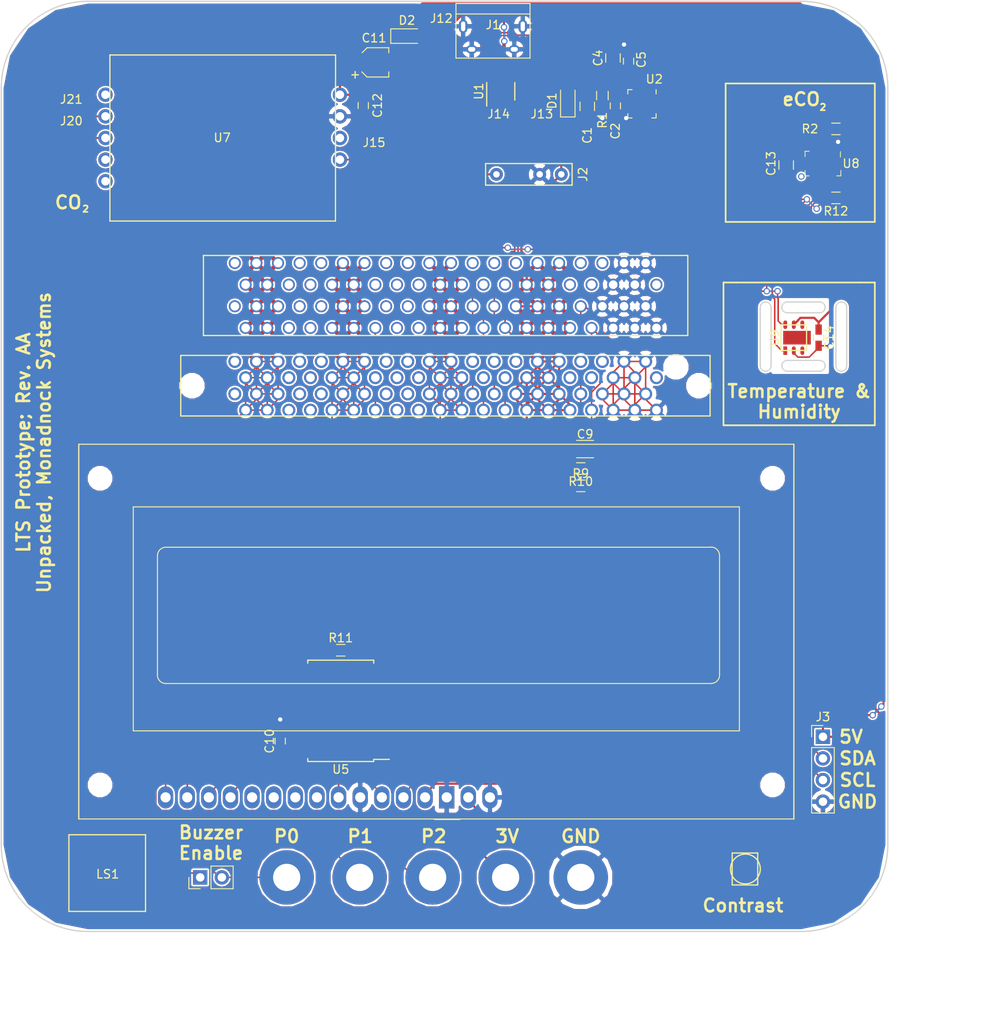
<source format=kicad_pcb>
(kicad_pcb (version 4) (host pcbnew 4.0.7)

  (general
    (links 204)
    (no_connects 0)
    (area 91.872999 27.2858 214.050286 151.036001)
    (thickness 1.6)
    (drawings 56)
    (tracks 618)
    (zones 0)
    (modules 46)
    (nets 119)
  )

  (page USLetter)
  (title_block
    (title "LTS Prototype")
    (date 2018-02-16)
    (rev AA)
    (company "Unpacked / Monadnock Systems")
  )

  (layers
    (0 F.Cu signal)
    (31 B.Cu signal)
    (33 F.Adhes user hide)
    (35 F.Paste user)
    (37 F.SilkS user)
    (39 F.Mask user)
    (40 Dwgs.User user)
    (41 Cmts.User user)
    (42 Eco1.User user hide)
    (43 Eco2.User user hide)
    (44 Edge.Cuts user)
    (45 Margin user)
    (47 F.CrtYd user)
    (49 F.Fab user hide)
  )

  (setup
    (last_trace_width 0.1778)
    (trace_clearance 0.1524)
    (zone_clearance 0.2032)
    (zone_45_only no)
    (trace_min 0.1778)
    (segment_width 0.2)
    (edge_width 0.15)
    (via_size 0.75438)
    (via_drill 0.50038)
    (via_min_size 0.75438)
    (via_min_drill 0.3048)
    (uvia_size 0.3)
    (uvia_drill 0.1)
    (uvias_allowed no)
    (uvia_min_size 0)
    (uvia_min_drill 0)
    (pcb_text_width 0.3)
    (pcb_text_size 1.5 1.5)
    (mod_edge_width 0.15)
    (mod_text_size 1 1)
    (mod_text_width 0.15)
    (pad_size 1.524 1.524)
    (pad_drill 0.762)
    (pad_to_mask_clearance 0.07)
    (aux_axis_origin 0 0)
    (visible_elements FFFFFF7F)
    (pcbplotparams
      (layerselection 0x012a0_80000001)
      (usegerberextensions false)
      (excludeedgelayer true)
      (linewidth 0.100000)
      (plotframeref false)
      (viasonmask false)
      (mode 1)
      (useauxorigin false)
      (hpglpennumber 1)
      (hpglpenspeed 20)
      (hpglpendiameter 15)
      (hpglpenoverlay 2)
      (psnegative false)
      (psa4output false)
      (plotreference true)
      (plotvalue true)
      (plotinvisibletext false)
      (padsonsilk false)
      (subtractmaskfromsilk false)
      (outputformat 1)
      (mirror false)
      (drillshape 0)
      (scaleselection 1)
      (outputdirectory gerbers/))
  )

  (net 0 "")
  (net 1 VBUS)
  (net 2 GND)
  (net 3 +3V3)
  (net 4 +5V)
  (net 5 "Net-(J1-Pad2)")
  (net 6 "Net-(J1-Pad3)")
  (net 7 SDA)
  (net 8 SCL)
  (net 9 /P01)
  (net 10 /P02)
  (net 11 /P08)
  (net 12 COMPUTER_TXO)
  (net 13 COMPUTER_RXI)
  (net 14 CO2_SENSOR)
  (net 15 nCCS811)
  (net 16 "Net-(J18-Padb1)")
  (net 17 "Net-(J18-Padb7)")
  (net 18 "Net-(J18-Padb9)")
  (net 19 "Net-(J18-Padb15)")
  (net 20 "Net-(J18-Padb17)")
  (net 21 "Net-(J18-Padb23)")
  (net 22 "Net-(J18-Padb25)")
  (net 23 "Net-(J18-Padb27)")
  (net 24 "Net-(J18-Padb33)")
  (net 25 "Net-(J18-Padb35)")
  (net 26 "Net-(J18-Padb6)")
  (net 27 "Net-(J18-Padb8)")
  (net 28 "Net-(J18-Padb14)")
  (net 29 "Net-(J18-Padb16)")
  (net 30 "Net-(J18-Padb18)")
  (net 31 "Net-(J18-Padb24)")
  (net 32 "Net-(J18-Padb26)")
  (net 33 "Net-(J18-Padb32)")
  (net 34 "Net-(J18-Padb34)")
  (net 35 "Net-(J18-Padb40)")
  (net 36 "Net-(J18-Pada1)")
  (net 37 "Net-(J18-Pada15)")
  (net 38 "Net-(J18-Pada8)")
  (net 39 "Net-(J18-Pada7)")
  (net 40 "Net-(J18-Pada9)")
  (net 41 "Net-(J18-Pada6)")
  (net 42 "Net-(J18-Pada18)")
  (net 43 "Net-(J18-Pada17)")
  (net 44 "Net-(J18-Pada16)")
  (net 45 "Net-(J19-Padb1)")
  (net 46 "Net-(J19-Padb7)")
  (net 47 "Net-(J19-Padb9)")
  (net 48 "Net-(J19-Padb15)")
  (net 49 "Net-(J19-Padb17)")
  (net 50 "Net-(J19-Padb23)")
  (net 51 "Net-(J19-Padb25)")
  (net 52 "Net-(J19-Padb27)")
  (net 53 "Net-(J19-Padb33)")
  (net 54 "Net-(J19-Padb35)")
  (net 55 "Net-(J19-Padb6)")
  (net 56 "Net-(J19-Padb8)")
  (net 57 "Net-(J19-Padb14)")
  (net 58 "Net-(J19-Padb16)")
  (net 59 "Net-(J19-Padb18)")
  (net 60 "Net-(J19-Padb24)")
  (net 61 "Net-(J19-Padb26)")
  (net 62 "Net-(J19-Padb32)")
  (net 63 "Net-(J19-Padb34)")
  (net 64 "Net-(J19-Padb40)")
  (net 65 "Net-(J19-Pada1)")
  (net 66 "Net-(J19-Pada7)")
  (net 67 "Net-(J19-Pada9)")
  (net 68 "Net-(J19-Pada15)")
  (net 69 "Net-(J19-Pada17)")
  (net 70 "Net-(J19-Pada6)")
  (net 71 "Net-(J19-Pada8)")
  (net 72 "Net-(J19-Pada16)")
  (net 73 "Net-(J19-Pada18)")
  (net 74 "Net-(J20-Pad1)")
  (net 75 "Net-(J21-Pad1)")
  (net 76 "Net-(R1-Pad1)")
  (net 77 "Net-(R11-Pad2)")
  (net 78 "Net-(RV1-Pad2)")
  (net 79 "Net-(U2-Pad1)")
  (net 80 "Net-(U2-Pad2)")
  (net 81 "Net-(U2-Pad10)")
  (net 82 "Net-(U2-Pad11)")
  (net 83 "Net-(U2-Pad13)")
  (net 84 "Net-(U2-Pad14)")
  (net 85 "Net-(U2-Pad15)")
  (net 86 "Net-(U2-Pad16)")
  (net 87 "Net-(U5-Pad8)")
  (net 88 "Net-(U5-Pad10)")
  (net 89 "Net-(U5-Pad11)")
  (net 90 "Net-(U5-Pad12)")
  (net 91 "Net-(U5-Pad13)")
  (net 92 "Net-(U5-Pad14)")
  (net 93 "Net-(U5-Pad15)")
  (net 94 "Net-(U5-Pad16)")
  (net 95 "Net-(U5-Pad17)")
  (net 96 "Net-(U6-Pad7)")
  (net 97 "Net-(U6-Pad8)")
  (net 98 "Net-(U6-Pad9)")
  (net 99 "Net-(U6-Pad10)")
  (net 100 "Net-(U7-Pad1)")
  (net 101 "Net-(U7-Pad2)")
  (net 102 "Net-(U7-Pad5)")
  (net 103 "Net-(U7-Pad7)")
  (net 104 "Net-(U8-Pad4)")
  (net 105 "Net-(U8-Pad3)")
  (net 106 "Net-(U8-Pad8)")
  (net 107 "Net-(U9-PadEP)")
  (net 108 "Net-(J1-Pad4)")
  (net 109 "Net-(U9-Pad3)")
  (net 110 "Net-(U9-Pad4)")
  (net 111 "Net-(C4-Pad1)")
  (net 112 "Net-(U2-Pad19)")
  (net 113 "Net-(U2-Pad20)")
  (net 114 /P00)
  (net 115 "Net-(JP1-Pad1)")
  (net 116 "Net-(U1-Pad5)")
  (net 117 "Net-(U1-Pad4)")
  (net 118 "Net-(R2-Pad2)")

  (net_class Default "This is the default net class."
    (clearance 0.1524)
    (trace_width 0.1778)
    (via_dia 0.75438)
    (via_drill 0.50038)
    (uvia_dia 0.3)
    (uvia_drill 0.1)
    (add_net /P00)
    (add_net /P01)
    (add_net /P02)
    (add_net /P08)
    (add_net CO2_SENSOR)
    (add_net COMPUTER_RXI)
    (add_net COMPUTER_TXO)
    (add_net GND)
    (add_net "Net-(C4-Pad1)")
    (add_net "Net-(J1-Pad2)")
    (add_net "Net-(J1-Pad3)")
    (add_net "Net-(J1-Pad4)")
    (add_net "Net-(J18-Pada1)")
    (add_net "Net-(J18-Pada15)")
    (add_net "Net-(J18-Pada16)")
    (add_net "Net-(J18-Pada17)")
    (add_net "Net-(J18-Pada18)")
    (add_net "Net-(J18-Pada6)")
    (add_net "Net-(J18-Pada7)")
    (add_net "Net-(J18-Pada8)")
    (add_net "Net-(J18-Pada9)")
    (add_net "Net-(J18-Padb1)")
    (add_net "Net-(J18-Padb14)")
    (add_net "Net-(J18-Padb15)")
    (add_net "Net-(J18-Padb16)")
    (add_net "Net-(J18-Padb17)")
    (add_net "Net-(J18-Padb18)")
    (add_net "Net-(J18-Padb23)")
    (add_net "Net-(J18-Padb24)")
    (add_net "Net-(J18-Padb25)")
    (add_net "Net-(J18-Padb26)")
    (add_net "Net-(J18-Padb27)")
    (add_net "Net-(J18-Padb32)")
    (add_net "Net-(J18-Padb33)")
    (add_net "Net-(J18-Padb34)")
    (add_net "Net-(J18-Padb35)")
    (add_net "Net-(J18-Padb40)")
    (add_net "Net-(J18-Padb6)")
    (add_net "Net-(J18-Padb7)")
    (add_net "Net-(J18-Padb8)")
    (add_net "Net-(J18-Padb9)")
    (add_net "Net-(J19-Pada1)")
    (add_net "Net-(J19-Pada15)")
    (add_net "Net-(J19-Pada16)")
    (add_net "Net-(J19-Pada17)")
    (add_net "Net-(J19-Pada18)")
    (add_net "Net-(J19-Pada6)")
    (add_net "Net-(J19-Pada7)")
    (add_net "Net-(J19-Pada8)")
    (add_net "Net-(J19-Pada9)")
    (add_net "Net-(J19-Padb1)")
    (add_net "Net-(J19-Padb14)")
    (add_net "Net-(J19-Padb15)")
    (add_net "Net-(J19-Padb16)")
    (add_net "Net-(J19-Padb17)")
    (add_net "Net-(J19-Padb18)")
    (add_net "Net-(J19-Padb23)")
    (add_net "Net-(J19-Padb24)")
    (add_net "Net-(J19-Padb25)")
    (add_net "Net-(J19-Padb26)")
    (add_net "Net-(J19-Padb27)")
    (add_net "Net-(J19-Padb32)")
    (add_net "Net-(J19-Padb33)")
    (add_net "Net-(J19-Padb34)")
    (add_net "Net-(J19-Padb35)")
    (add_net "Net-(J19-Padb40)")
    (add_net "Net-(J19-Padb6)")
    (add_net "Net-(J19-Padb7)")
    (add_net "Net-(J19-Padb8)")
    (add_net "Net-(J19-Padb9)")
    (add_net "Net-(J20-Pad1)")
    (add_net "Net-(J21-Pad1)")
    (add_net "Net-(JP1-Pad1)")
    (add_net "Net-(R1-Pad1)")
    (add_net "Net-(R11-Pad2)")
    (add_net "Net-(R2-Pad2)")
    (add_net "Net-(RV1-Pad2)")
    (add_net "Net-(U1-Pad4)")
    (add_net "Net-(U1-Pad5)")
    (add_net "Net-(U2-Pad1)")
    (add_net "Net-(U2-Pad10)")
    (add_net "Net-(U2-Pad11)")
    (add_net "Net-(U2-Pad13)")
    (add_net "Net-(U2-Pad14)")
    (add_net "Net-(U2-Pad15)")
    (add_net "Net-(U2-Pad16)")
    (add_net "Net-(U2-Pad19)")
    (add_net "Net-(U2-Pad2)")
    (add_net "Net-(U2-Pad20)")
    (add_net "Net-(U5-Pad10)")
    (add_net "Net-(U5-Pad11)")
    (add_net "Net-(U5-Pad12)")
    (add_net "Net-(U5-Pad13)")
    (add_net "Net-(U5-Pad14)")
    (add_net "Net-(U5-Pad15)")
    (add_net "Net-(U5-Pad16)")
    (add_net "Net-(U5-Pad17)")
    (add_net "Net-(U5-Pad8)")
    (add_net "Net-(U6-Pad10)")
    (add_net "Net-(U6-Pad7)")
    (add_net "Net-(U6-Pad8)")
    (add_net "Net-(U6-Pad9)")
    (add_net "Net-(U7-Pad1)")
    (add_net "Net-(U7-Pad2)")
    (add_net "Net-(U7-Pad5)")
    (add_net "Net-(U7-Pad7)")
    (add_net "Net-(U8-Pad3)")
    (add_net "Net-(U8-Pad4)")
    (add_net "Net-(U8-Pad8)")
    (add_net "Net-(U9-Pad3)")
    (add_net "Net-(U9-Pad4)")
    (add_net "Net-(U9-PadEP)")
    (add_net SCL)
    (add_net SDA)
    (add_net nCCS811)
  )

  (net_class Power ""
    (clearance 0.1778)
    (trace_width 0.254)
    (via_dia 0.75438)
    (via_drill 0.50038)
    (uvia_dia 0.3)
    (uvia_drill 0.1)
    (add_net +3V3)
    (add_net +5V)
    (add_net VBUS)
  )

  (module lts:TE1734101-8 (layer F.Cu) (tedit 5A86CA3E) (tstamp 5A85F8C4)
    (at 144.1196 74.0918)
    (path /5A831782)
    (fp_text reference J19 (at 28.3972 -4.7752) (layer F.SilkS) hide
      (effects (font (size 1 1) (thickness 0.15)))
    )
    (fp_text value "Micro:bit Edge Connector" (at -0.3556 4.826) (layer F.Fab)
      (effects (font (size 1 1) (thickness 0.15)))
    )
    (fp_line (start 31.0896 -3.556) (end -31.0896 -3.556) (layer F.SilkS) (width 0.15))
    (fp_line (start 31.0896 3.556) (end 31.0896 -3.556) (layer F.SilkS) (width 0.15))
    (fp_line (start -31.0896 3.556) (end 31.0896 3.556) (layer F.SilkS) (width 0.15))
    (fp_line (start -31.0896 -3.556) (end -31.0896 3.556) (layer F.SilkS) (width 0.15))
    (pad "" np_thru_hole circle (at -29.7688 0) (size 2.5908 2.5908) (drill 2.5908) (layers *.Cu *.Mask))
    (pad "" np_thru_hole circle (at 29.7688 0) (size 2.5908 2.5908) (drill 2.5908) (layers *.Cu *.Mask))
    (pad b1 thru_hole circle (at -24.7396 -2.8448) (size 1.524 1.524) (drill 1.016) (layers *.Cu *.Mask)
      (net 45 "Net-(J19-Padb1)"))
    (pad b3 thru_hole circle (at -22.1996 -2.8448) (size 1.524 1.524) (drill 1.016) (layers *.Cu *.Mask)
      (net 114 /P00))
    (pad b5 thru_hole circle (at -19.6596 -2.8448) (size 1.524 1.524) (drill 1.016) (layers *.Cu *.Mask)
      (net 114 /P00))
    (pad b7 thru_hole circle (at -17.1196 -2.8448) (size 1.524 1.524) (drill 1.016) (layers *.Cu *.Mask)
      (net 46 "Net-(J19-Padb7)"))
    (pad b9 thru_hole circle (at -14.5796 -2.8448) (size 1.524 1.524) (drill 1.016) (layers *.Cu *.Mask)
      (net 47 "Net-(J19-Padb9)"))
    (pad b11 thru_hole circle (at -12.0396 -2.8448) (size 1.524 1.524) (drill 1.016) (layers *.Cu *.Mask)
      (net 9 /P01))
    (pad b13 thru_hole circle (at -9.4996 -2.8448) (size 1.524 1.524) (drill 1.016) (layers *.Cu *.Mask)
      (net 9 /P01))
    (pad b15 thru_hole circle (at -6.9596 -2.8448) (size 1.524 1.524) (drill 1.016) (layers *.Cu *.Mask)
      (net 48 "Net-(J19-Padb15)"))
    (pad b17 thru_hole circle (at -4.4196 -2.8448) (size 1.524 1.524) (drill 1.016) (layers *.Cu *.Mask)
      (net 49 "Net-(J19-Padb17)"))
    (pad b19 thru_hole circle (at -1.8796 -2.8448) (size 1.524 1.524) (drill 1.016) (layers *.Cu *.Mask)
      (net 10 /P02))
    (pad b21 thru_hole circle (at 0.6604 -2.8448) (size 1.524 1.524) (drill 1.016) (layers *.Cu *.Mask)
      (net 10 /P02))
    (pad b23 thru_hole circle (at 3.2004 -2.8448) (size 1.524 1.524) (drill 1.016) (layers *.Cu *.Mask)
      (net 50 "Net-(J19-Padb23)"))
    (pad b25 thru_hole circle (at 5.7404 -2.8448) (size 1.524 1.524) (drill 1.016) (layers *.Cu *.Mask)
      (net 51 "Net-(J19-Padb25)"))
    (pad b27 thru_hole circle (at 8.2804 -2.8448) (size 1.524 1.524) (drill 1.016) (layers *.Cu *.Mask)
      (net 52 "Net-(J19-Padb27)"))
    (pad b29 thru_hole circle (at 10.8204 -2.8448) (size 1.524 1.524) (drill 1.016) (layers *.Cu *.Mask)
      (net 3 +3V3))
    (pad b31 thru_hole circle (at 13.3604 -2.8448) (size 1.524 1.524) (drill 1.016) (layers *.Cu *.Mask)
      (net 3 +3V3))
    (pad b33 thru_hole circle (at 15.9004 -2.8448) (size 1.524 1.524) (drill 1.016) (layers *.Cu *.Mask)
      (net 53 "Net-(J19-Padb33)"))
    (pad b35 thru_hole circle (at 18.4404 -2.8448) (size 1.524 1.524) (drill 1.016) (layers *.Cu *.Mask)
      (net 54 "Net-(J19-Padb35)"))
    (pad b37 thru_hole circle (at 20.9804 -2.8448) (size 1.524 1.524) (drill 1.016) (layers *.Cu *.Mask)
      (net 2 GND))
    (pad b39 thru_hole circle (at 23.5204 -2.8448) (size 1.524 1.524) (drill 1.016) (layers *.Cu *.Mask)
      (net 2 GND))
    (pad b2 thru_hole circle (at -23.4696 -0.9398) (size 1.524 1.524) (drill 1.016) (layers *.Cu *.Mask)
      (net 114 /P00))
    (pad b4 thru_hole circle (at -20.9296 -0.9398) (size 1.524 1.524) (drill 1.016) (layers *.Cu *.Mask)
      (net 114 /P00))
    (pad b6 thru_hole circle (at -18.3896 -0.9398) (size 1.524 1.524) (drill 1.016) (layers *.Cu *.Mask)
      (net 55 "Net-(J19-Padb6)"))
    (pad b8 thru_hole circle (at -15.8496 -0.9398) (size 1.524 1.524) (drill 1.016) (layers *.Cu *.Mask)
      (net 56 "Net-(J19-Padb8)"))
    (pad b10 thru_hole circle (at -13.3096 -0.9398) (size 1.524 1.524) (drill 1.016) (layers *.Cu *.Mask)
      (net 9 /P01))
    (pad b12 thru_hole circle (at -10.7696 -0.9398) (size 1.524 1.524) (drill 1.016) (layers *.Cu *.Mask)
      (net 9 /P01))
    (pad b14 thru_hole circle (at -8.2296 -0.9398) (size 1.524 1.524) (drill 1.016) (layers *.Cu *.Mask)
      (net 57 "Net-(J19-Padb14)"))
    (pad b16 thru_hole circle (at -5.6896 -0.9398) (size 1.524 1.524) (drill 1.016) (layers *.Cu *.Mask)
      (net 58 "Net-(J19-Padb16)"))
    (pad b18 thru_hole circle (at -3.1496 -0.9398) (size 1.524 1.524) (drill 1.016) (layers *.Cu *.Mask)
      (net 59 "Net-(J19-Padb18)"))
    (pad b20 thru_hole circle (at -0.6096 -0.9398) (size 1.524 1.524) (drill 1.016) (layers *.Cu *.Mask)
      (net 10 /P02))
    (pad b22 thru_hole circle (at 1.9304 -0.9398) (size 1.524 1.524) (drill 1.016) (layers *.Cu *.Mask)
      (net 10 /P02))
    (pad b24 thru_hole circle (at 4.4704 -0.9398) (size 1.524 1.524) (drill 1.016) (layers *.Cu *.Mask)
      (net 60 "Net-(J19-Padb24)"))
    (pad b26 thru_hole circle (at 7.0104 -0.9398) (size 1.524 1.524) (drill 1.016) (layers *.Cu *.Mask)
      (net 61 "Net-(J19-Padb26)"))
    (pad b28 thru_hole circle (at 9.5504 -0.9398) (size 1.524 1.524) (drill 1.016) (layers *.Cu *.Mask)
      (net 3 +3V3))
    (pad b30 thru_hole circle (at 12.0904 -0.9398) (size 1.524 1.524) (drill 1.016) (layers *.Cu *.Mask)
      (net 3 +3V3))
    (pad b32 thru_hole circle (at 14.6304 -0.9398) (size 1.524 1.524) (drill 1.016) (layers *.Cu *.Mask)
      (net 62 "Net-(J19-Padb32)"))
    (pad b34 thru_hole circle (at 17.1704 -0.9398) (size 1.524 1.524) (drill 1.016) (layers *.Cu *.Mask)
      (net 63 "Net-(J19-Padb34)"))
    (pad b36 thru_hole circle (at 19.7104 -0.9398) (size 1.524 1.524) (drill 1.016) (layers *.Cu *.Mask)
      (net 2 GND))
    (pad b38 thru_hole circle (at 22.2504 -0.9398) (size 1.524 1.524) (drill 1.016) (layers *.Cu *.Mask)
      (net 2 GND))
    (pad b40 thru_hole circle (at 24.7904 -0.9398) (size 1.524 1.524) (drill 1.016) (layers *.Cu *.Mask)
      (net 64 "Net-(J19-Padb40)"))
    (pad a1 thru_hole circle (at -24.7396 0.9652) (size 1.524 1.524) (drill 1.016) (layers *.Cu *.Mask)
      (net 65 "Net-(J19-Pada1)"))
    (pad a3 thru_hole circle (at -22.1996 0.9652) (size 1.524 1.524) (drill 1.016) (layers *.Cu *.Mask)
      (net 114 /P00))
    (pad a5 thru_hole circle (at -19.6596 0.9652) (size 1.524 1.524) (drill 1.016) (layers *.Cu *.Mask)
      (net 114 /P00))
    (pad a7 thru_hole circle (at -17.1196 0.9652) (size 1.524 1.524) (drill 1.016) (layers *.Cu *.Mask)
      (net 66 "Net-(J19-Pada7)"))
    (pad a9 thru_hole circle (at -14.5796 0.9652) (size 1.524 1.524) (drill 1.016) (layers *.Cu *.Mask)
      (net 67 "Net-(J19-Pada9)"))
    (pad a11 thru_hole circle (at -12.0396 0.9652) (size 1.524 1.524) (drill 1.016) (layers *.Cu *.Mask)
      (net 9 /P01))
    (pad a13 thru_hole circle (at -9.4996 0.9652) (size 1.524 1.524) (drill 1.016) (layers *.Cu *.Mask)
      (net 9 /P01))
    (pad a15 thru_hole circle (at -6.9596 0.9652) (size 1.524 1.524) (drill 1.016) (layers *.Cu *.Mask)
      (net 68 "Net-(J19-Pada15)"))
    (pad a17 thru_hole circle (at -4.4196 0.9652) (size 1.524 1.524) (drill 1.016) (layers *.Cu *.Mask)
      (net 69 "Net-(J19-Pada17)"))
    (pad a19 thru_hole circle (at -1.8796 0.9652) (size 1.524 1.524) (drill 1.016) (layers *.Cu *.Mask)
      (net 10 /P02))
    (pad a21 thru_hole circle (at 0.6604 0.9652) (size 1.524 1.524) (drill 1.016) (layers *.Cu *.Mask)
      (net 10 /P02))
    (pad a23 thru_hole circle (at 3.2004 0.9652) (size 1.524 1.524) (drill 1.016) (layers *.Cu *.Mask)
      (net 14 CO2_SENSOR))
    (pad a25 thru_hole circle (at 5.7404 0.9652) (size 1.524 1.524) (drill 1.016) (layers *.Cu *.Mask)
      (net 13 COMPUTER_RXI))
    (pad a27 thru_hole circle (at 8.2804 0.9652) (size 1.524 1.524) (drill 1.016) (layers *.Cu *.Mask)
      (net 3 +3V3))
    (pad a29 thru_hole circle (at 10.8204 0.9652) (size 1.524 1.524) (drill 1.016) (layers *.Cu *.Mask)
      (net 3 +3V3))
    (pad a31 thru_hole circle (at 13.3604 0.9652) (size 1.524 1.524) (drill 1.016) (layers *.Cu *.Mask)
      (net 3 +3V3))
    (pad a33 thru_hole circle (at 15.9004 0.9652) (size 1.524 1.524) (drill 1.016) (layers *.Cu *.Mask)
      (net 8 SCL))
    (pad a35 thru_hole circle (at 18.4404 0.9652) (size 1.524 1.524) (drill 1.016) (layers *.Cu *.Mask)
      (net 2 GND))
    (pad a37 thru_hole circle (at 20.9804 0.9652) (size 1.524 1.524) (drill 1.016) (layers *.Cu *.Mask)
      (net 2 GND))
    (pad a39 thru_hole circle (at 23.5204 0.9652) (size 1.524 1.524) (drill 1.016) (layers *.Cu *.Mask)
      (net 2 GND))
    (pad a2 thru_hole circle (at -23.4696 2.8702) (size 1.524 1.524) (drill 1.016) (layers *.Cu *.Mask)
      (net 114 /P00))
    (pad a4 thru_hole circle (at -20.9296 2.8702) (size 1.524 1.524) (drill 1.016) (layers *.Cu *.Mask)
      (net 114 /P00))
    (pad a6 thru_hole circle (at -18.3896 2.8702) (size 1.524 1.524) (drill 1.016) (layers *.Cu *.Mask)
      (net 70 "Net-(J19-Pada6)"))
    (pad a8 thru_hole circle (at -15.8496 2.8702) (size 1.524 1.524) (drill 1.016) (layers *.Cu *.Mask)
      (net 71 "Net-(J19-Pada8)"))
    (pad a10 thru_hole circle (at -13.3096 2.8702) (size 1.524 1.524) (drill 1.016) (layers *.Cu *.Mask)
      (net 9 /P01))
    (pad a12 thru_hole circle (at -10.7696 2.8702) (size 1.524 1.524) (drill 1.016) (layers *.Cu *.Mask)
      (net 9 /P01))
    (pad a14 thru_hole circle (at -8.2296 2.8702) (size 1.524 1.524) (drill 1.016) (layers *.Cu *.Mask)
      (net 11 /P08))
    (pad a16 thru_hole circle (at -5.6896 2.8702) (size 1.524 1.524) (drill 1.016) (layers *.Cu *.Mask)
      (net 72 "Net-(J19-Pada16)"))
    (pad a18 thru_hole circle (at -3.1496 2.8702) (size 1.524 1.524) (drill 1.016) (layers *.Cu *.Mask)
      (net 73 "Net-(J19-Pada18)"))
    (pad a20 thru_hole circle (at -0.6096 2.8702) (size 1.524 1.524) (drill 1.016) (layers *.Cu *.Mask)
      (net 10 /P02))
    (pad a22 thru_hole circle (at 1.9304 2.8702) (size 1.524 1.524) (drill 1.016) (layers *.Cu *.Mask)
      (net 10 /P02))
    (pad a24 thru_hole circle (at 4.4704 2.8702) (size 1.524 1.524) (drill 1.016) (layers *.Cu *.Mask)
      (net 15 nCCS811))
    (pad a26 thru_hole circle (at 7.0104 2.8702) (size 1.524 1.524) (drill 1.016) (layers *.Cu *.Mask)
      (net 12 COMPUTER_TXO))
    (pad a28 thru_hole circle (at 9.5504 2.8702) (size 1.524 1.524) (drill 1.016) (layers *.Cu *.Mask)
      (net 3 +3V3))
    (pad a30 thru_hole circle (at 12.0904 2.8702) (size 1.524 1.524) (drill 1.016) (layers *.Cu *.Mask)
      (net 3 +3V3))
    (pad a32 thru_hole circle (at 14.6304 2.8702) (size 1.524 1.524) (drill 1.016) (layers *.Cu *.Mask)
      (net 3 +3V3))
    (pad a34 thru_hole circle (at 17.1704 2.8702) (size 1.524 1.524) (drill 1.016) (layers *.Cu *.Mask)
      (net 7 SDA))
    (pad a36 thru_hole circle (at 19.7104 2.8702) (size 1.524 1.524) (drill 1.016) (layers *.Cu *.Mask)
      (net 2 GND))
    (pad a38 thru_hole circle (at 22.2504 2.8702) (size 1.524 1.524) (drill 1.016) (layers *.Cu *.Mask)
      (net 2 GND))
    (pad a40 thru_hole circle (at 24.7904 2.8702) (size 1.524 1.524) (drill 1.016) (layers *.Cu *.Mask)
      (net 2 GND))
    (pad "" np_thru_hole circle (at 27.0764 -2.2098) (size 2.5908 2.5908) (drill 2.5908) (layers *.Cu *.Mask))
    (model /home/nock/devel/lts-proto/3d_models/sca.wrl
      (at (xyz 0 0 0))
      (scale (xyz 0.3937 0.3937 0.3937))
      (rotate (xyz 0 0 0))
    )
  )

  (module Capacitors_SMD:C_1206_HandSoldering (layer F.Cu) (tedit 58AA84D1) (tstamp 5A8325E4)
    (at 160.528 81.534)
    (descr "Capacitor SMD 1206, hand soldering")
    (tags "capacitor 1206")
    (path /5A7BAC66)
    (attr smd)
    (fp_text reference C9 (at 0 -1.75) (layer F.SilkS)
      (effects (font (size 1 1) (thickness 0.15)))
    )
    (fp_text value DNP (at 0 2) (layer F.Fab)
      (effects (font (size 1 1) (thickness 0.15)))
    )
    (fp_text user %R (at 0 -1.75) (layer F.Fab)
      (effects (font (size 1 1) (thickness 0.15)))
    )
    (fp_line (start -1.6 0.8) (end -1.6 -0.8) (layer F.Fab) (width 0.1))
    (fp_line (start 1.6 0.8) (end -1.6 0.8) (layer F.Fab) (width 0.1))
    (fp_line (start 1.6 -0.8) (end 1.6 0.8) (layer F.Fab) (width 0.1))
    (fp_line (start -1.6 -0.8) (end 1.6 -0.8) (layer F.Fab) (width 0.1))
    (fp_line (start 1 -1.02) (end -1 -1.02) (layer F.SilkS) (width 0.12))
    (fp_line (start -1 1.02) (end 1 1.02) (layer F.SilkS) (width 0.12))
    (fp_line (start -3.25 -1.05) (end 3.25 -1.05) (layer F.CrtYd) (width 0.05))
    (fp_line (start -3.25 -1.05) (end -3.25 1.05) (layer F.CrtYd) (width 0.05))
    (fp_line (start 3.25 1.05) (end 3.25 -1.05) (layer F.CrtYd) (width 0.05))
    (fp_line (start 3.25 1.05) (end -3.25 1.05) (layer F.CrtYd) (width 0.05))
    (pad 1 smd rect (at -2 0) (size 2 1.6) (layers F.Cu F.Paste F.Mask)
      (net 3 +3V3))
    (pad 2 smd rect (at 2 0) (size 2 1.6) (layers F.Cu F.Paste F.Mask)
      (net 2 GND))
    (model Capacitors_SMD.3dshapes/C_1206.wrl
      (at (xyz 0 0 0))
      (scale (xyz 1 1 1))
      (rotate (xyz 0 0 0))
    )
  )

  (module Connectors:USB_Micro-B (layer F.Cu) (tedit 5543E447) (tstamp 5A832627)
    (at 149.7076 33.2486 180)
    (descr "Micro USB Type B Receptacle")
    (tags "USB USB_B USB_micro USB_OTG")
    (path /5A7BAC5E)
    (attr smd)
    (fp_text reference J1 (at 0 1.524 180) (layer F.SilkS)
      (effects (font (size 1 1) (thickness 0.15)))
    )
    (fp_text value USB_B (at 0 5.01 180) (layer F.Fab)
      (effects (font (size 1 1) (thickness 0.15)))
    )
    (fp_line (start -4.6 -2.59) (end 4.6 -2.59) (layer F.CrtYd) (width 0.05))
    (fp_line (start 4.6 -2.59) (end 4.6 4.26) (layer F.CrtYd) (width 0.05))
    (fp_line (start 4.6 4.26) (end -4.6 4.26) (layer F.CrtYd) (width 0.05))
    (fp_line (start -4.6 4.26) (end -4.6 -2.59) (layer F.CrtYd) (width 0.05))
    (fp_line (start -4.35 4.03) (end 4.35 4.03) (layer F.SilkS) (width 0.12))
    (fp_line (start -4.35 -2.38) (end 4.35 -2.38) (layer F.SilkS) (width 0.12))
    (fp_line (start 4.35 -2.38) (end 4.35 4.03) (layer F.SilkS) (width 0.12))
    (fp_line (start 4.35 2.8) (end -4.35 2.8) (layer F.SilkS) (width 0.12))
    (fp_line (start -4.35 4.03) (end -4.35 -2.38) (layer F.SilkS) (width 0.12))
    (pad 1 smd rect (at -1.3 -1.35 270) (size 1.35 0.4) (layers F.Cu F.Paste F.Mask)
      (net 1 VBUS))
    (pad 2 smd rect (at -0.65 -1.35 270) (size 1.35 0.4) (layers F.Cu F.Paste F.Mask)
      (net 5 "Net-(J1-Pad2)"))
    (pad 3 smd rect (at 0 -1.35 270) (size 1.35 0.4) (layers F.Cu F.Paste F.Mask)
      (net 6 "Net-(J1-Pad3)"))
    (pad 4 smd rect (at 0.65 -1.35 270) (size 1.35 0.4) (layers F.Cu F.Paste F.Mask)
      (net 108 "Net-(J1-Pad4)"))
    (pad 5 smd rect (at 1.3 -1.35 270) (size 1.35 0.4) (layers F.Cu F.Paste F.Mask)
      (net 2 GND))
    (pad 6 thru_hole oval (at -2.5 -1.35 270) (size 0.95 1.25) (drill oval 0.55 0.85) (layers *.Cu *.Mask)
      (net 2 GND))
    (pad 6 thru_hole oval (at 2.5 -1.35 270) (size 0.95 1.25) (drill oval 0.55 0.85) (layers *.Cu *.Mask)
      (net 2 GND))
    (pad 6 thru_hole oval (at -3.5 1.35 270) (size 1.55 1) (drill oval 1.15 0.5) (layers *.Cu *.Mask)
      (net 2 GND))
    (pad 6 thru_hole oval (at 3.5 1.35 270) (size 1.55 1) (drill oval 1.15 0.5) (layers *.Cu *.Mask)
      (net 2 GND))
  )

  (module lts:NHD-0216BZ locked (layer F.Cu) (tedit 5A86CDB9) (tstamp 5A848CFA)
    (at 143.052001 102.968)
    (tags "LCD 16x2 Alphanumeric 16pin")
    (path /5A7C7D4B/5A7C8DE4)
    (fp_text reference U6 (at 40.475 23.6) (layer F.SilkS) hide
      (effects (font (size 1 1) (thickness 0.15)))
    )
    (fp_text value RC1602A (at 38.49 -21.99 180) (layer F.Fab)
      (effects (font (size 1 1) (thickness 0.15)))
    )
    (fp_line (start 42 -22) (end 42 22) (layer F.SilkS) (width 0.15))
    (fp_line (start -42 22) (end -42 -22) (layer F.SilkS) (width 0.15))
    (fp_arc (start 39.55 -16.41) (end 38.31 -16.41) (angle 90) (layer F.Fab) (width 0.1))
    (fp_arc (start 39.55 -16.41) (end 39.55 -15.17) (angle 90) (layer F.Fab) (width 0.1))
    (fp_arc (start -39.45 -16.41) (end -39.46 -17.66) (angle 90) (layer F.Fab) (width 0.1))
    (fp_arc (start -39.45 -16.41) (end -38.2 -16.4) (angle 90) (layer F.Fab) (width 0.1))
    (fp_line (start 42.05 -17.66) (end 39.55 -17.66) (layer F.Fab) (width 0.1))
    (fp_line (start 42.05 -20.4) (end 42.05 -17.66) (layer F.Fab) (width 0.1))
    (fp_line (start 42.05 -15.16) (end 39.55 -15.16) (layer F.Fab) (width 0.1))
    (fp_line (start -39.45 -17.66) (end -41.95 -17.66) (layer F.Fab) (width 0.1))
    (fp_line (start -41.95 -15.16) (end -39.45 -15.16) (layer F.Fab) (width 0.1))
    (fp_line (start -41.95 -17.66) (end -41.95 -20.41) (layer F.Fab) (width 0.1))
    (fp_line (start -42 -22) (end 42 -22) (layer F.SilkS) (width 0.12))
    (fp_line (start 42 22) (end -42 22) (layer F.SilkS) (width 0.12))
    (fp_line (start 2.77 22.058) (end -0.23 22.058) (layer F.SilkS) (width 0.12))
    (fp_line (start 42 22) (end -42 22) (layer F.CrtYd) (width 0.05))
    (fp_line (start 1.27 22.59) (end 0.27 23.59) (layer F.Fab) (width 0.1))
    (fp_line (start 2.27 23.59) (end 1.27 22.59) (layer F.Fab) (width 0.1))
    (fp_line (start 42.05 23.59) (end 2.27 23.59) (layer F.Fab) (width 0.1))
    (fp_text user %R (at 1.085 -0.115 180) (layer F.Fab)
      (effects (font (size 1 1) (thickness 0.15)))
    )
    (fp_line (start -32.76 5.09) (end -32.76 -8.91) (layer F.SilkS) (width 0.12))
    (fp_line (start 32.27 6.09) (end -31.73 6.09) (layer F.SilkS) (width 0.12))
    (fp_line (start 33.27 -8.91) (end 33.27 5.09) (layer F.SilkS) (width 0.12))
    (fp_line (start -31.73 -9.91) (end 32.27 -9.91) (layer F.SilkS) (width 0.12))
    (fp_arc (start 32.26464 -8.93294) (end 32.26464 -9.9337) (angle 90) (layer F.SilkS) (width 0.12))
    (fp_arc (start 32.27464 5.08754) (end 33.27286 5.08754) (angle 90) (layer F.SilkS) (width 0.12))
    (fp_arc (start -31.76574 5.09754) (end -31.76574 6.09576) (angle 90) (layer F.SilkS) (width 0.12))
    (fp_arc (start -31.75574 -8.91294) (end -32.7565 -8.91294) (angle 90) (layer F.SilkS) (width 0.12))
    (fp_line (start -35.6 -14.65) (end 35.6 -14.65) (layer F.SilkS) (width 0.12))
    (fp_line (start 35.6 -14.65) (end 35.6 11.65) (layer F.SilkS) (width 0.12))
    (fp_line (start 35.6 11.65) (end -35.6 11.65) (layer F.SilkS) (width 0.12))
    (fp_line (start -35.6 11.65) (end -35.6 -14.65) (layer F.SilkS) (width 0.12))
    (fp_line (start 42.05 -15.16) (end 42.05 23.59) (layer F.Fab) (width 0.1))
    (fp_line (start 0.27 23.59) (end -41.95 23.59) (layer F.Fab) (width 0.1))
    (fp_line (start -41.95 -20.41) (end 42.05 -20.41) (layer F.Fab) (width 0.1))
    (fp_line (start -41.95 23.59) (end -41.95 -15.16) (layer F.Fab) (width 0.1))
    (pad 14 thru_hole oval (at -31.8 19.46) (size 1.8 2.6) (drill 1.2) (layers *.Cu *.Mask)
      (net 95 "Net-(U5-Pad17)"))
    (pad "" np_thru_hole circle (at -39.5 18) (size 2.5 2.5) (drill 2.5) (layers *.Cu *.Mask))
    (pad "" np_thru_hole circle (at 39.5 -18) (size 2.5 2.5) (drill 2.5) (layers *.Cu *.Mask))
    (pad "" np_thru_hole circle (at 39.5 18) (size 2.5 2.5) (drill 2.5) (layers *.Cu *.Mask))
    (pad 13 thru_hole oval (at -29.26 19.46) (size 1.8 2.6) (drill 1.2) (layers *.Cu *.Mask)
      (net 94 "Net-(U5-Pad16)"))
    (pad 12 thru_hole oval (at -26.72 19.46) (size 1.8 2.6) (drill 1.2) (layers *.Cu *.Mask)
      (net 93 "Net-(U5-Pad15)"))
    (pad 11 thru_hole oval (at -24.18 19.46) (size 1.8 2.6) (drill 1.2) (layers *.Cu *.Mask)
      (net 92 "Net-(U5-Pad14)"))
    (pad 10 thru_hole oval (at -21.64 19.46) (size 1.8 2.6) (drill 1.2) (layers *.Cu *.Mask)
      (net 99 "Net-(U6-Pad10)"))
    (pad 9 thru_hole oval (at -19.1 19.46) (size 1.8 2.6) (drill 1.2) (layers *.Cu *.Mask)
      (net 98 "Net-(U6-Pad9)"))
    (pad 8 thru_hole oval (at -16.56 19.46) (size 1.8 2.6) (drill 1.2) (layers *.Cu *.Mask)
      (net 97 "Net-(U6-Pad8)"))
    (pad 7 thru_hole oval (at -14.02 19.46) (size 1.8 2.6) (drill 1.2) (layers *.Cu *.Mask)
      (net 96 "Net-(U6-Pad7)"))
    (pad 6 thru_hole oval (at -11.48 19.46) (size 1.8 2.6) (drill 1.2) (layers *.Cu *.Mask)
      (net 89 "Net-(U5-Pad11)"))
    (pad 5 thru_hole oval (at -8.94 19.46) (size 1.8 2.6) (drill 1.2) (layers *.Cu *.Mask)
      (net 2 GND))
    (pad 4 thru_hole oval (at -6.4 19.46) (size 1.8 2.6) (drill 1.2) (layers *.Cu *.Mask)
      (net 88 "Net-(U5-Pad10)"))
    (pad 3 thru_hole oval (at -3.86 19.46) (size 1.8 2.6) (drill 1.2) (layers *.Cu *.Mask)
      (net 78 "Net-(RV1-Pad2)"))
    (pad 2 thru_hole oval (at -1.32 19.46) (size 1.8 2.6) (drill 1.2) (layers *.Cu *.Mask)
      (net 4 +5V))
    (pad 1 thru_hole rect (at 1.22 19.46) (size 1.8 2.6) (drill 1.2) (layers *.Cu *.Mask)
      (net 2 GND))
    (pad 15 thru_hole oval (at 3.76 19.46) (size 1.8 2.6) (drill 1.2) (layers *.Cu *.Mask)
      (net 1 VBUS))
    (pad 16 thru_hole oval (at 6.3 19.46) (size 1.8 2.6) (drill 1.2) (layers *.Cu *.Mask)
      (net 2 GND))
    (pad "" np_thru_hole circle (at -39.5 -18) (size 2.5 2.5) (drill 2.5) (layers *.Cu *.Mask))
    (model ${KISYS3DMOD}/Displays.3dshapes/RC1602A.wrl
      (at (xyz 0.04 -0.775 0))
      (scale (xyz 1 1 1))
      (rotate (xyz 0 0 180))
    )
  )

  (module Capacitors_SMD:C_0805_HandSoldering (layer F.Cu) (tedit 58AA84A8) (tstamp 5A8325BA)
    (at 160.782 41.3004 270)
    (descr "Capacitor SMD 0805, hand soldering")
    (tags "capacitor 0805")
    (path /5A7BAC71)
    (attr smd)
    (fp_text reference C1 (at 3.4036 0 270) (layer F.SilkS)
      (effects (font (size 1 1) (thickness 0.15)))
    )
    (fp_text value 4.7uF (at 0 1.75 270) (layer F.Fab)
      (effects (font (size 1 1) (thickness 0.15)))
    )
    (fp_text user %R (at 0 -1.75 270) (layer F.Fab)
      (effects (font (size 1 1) (thickness 0.15)))
    )
    (fp_line (start -1 0.62) (end -1 -0.62) (layer F.Fab) (width 0.1))
    (fp_line (start 1 0.62) (end -1 0.62) (layer F.Fab) (width 0.1))
    (fp_line (start 1 -0.62) (end 1 0.62) (layer F.Fab) (width 0.1))
    (fp_line (start -1 -0.62) (end 1 -0.62) (layer F.Fab) (width 0.1))
    (fp_line (start 0.5 -0.85) (end -0.5 -0.85) (layer F.SilkS) (width 0.12))
    (fp_line (start -0.5 0.85) (end 0.5 0.85) (layer F.SilkS) (width 0.12))
    (fp_line (start -2.25 -0.88) (end 2.25 -0.88) (layer F.CrtYd) (width 0.05))
    (fp_line (start -2.25 -0.88) (end -2.25 0.87) (layer F.CrtYd) (width 0.05))
    (fp_line (start 2.25 0.87) (end 2.25 -0.88) (layer F.CrtYd) (width 0.05))
    (fp_line (start 2.25 0.87) (end -2.25 0.87) (layer F.CrtYd) (width 0.05))
    (pad 1 smd rect (at -1.25 0 270) (size 1.5 1.25) (layers F.Cu F.Paste F.Mask)
      (net 1 VBUS))
    (pad 2 smd rect (at 1.25 0 270) (size 1.5 1.25) (layers F.Cu F.Paste F.Mask)
      (net 2 GND))
    (model Capacitors_SMD.3dshapes/C_0805.wrl
      (at (xyz 0 0 0))
      (scale (xyz 1 1 1))
      (rotate (xyz 0 0 0))
    )
  )

  (module Capacitors_SMD:C_0603_HandSoldering (layer F.Cu) (tedit 58AA848B) (tstamp 5A8325C0)
    (at 164.084001 41.2344 270)
    (descr "Capacitor SMD 0603, hand soldering")
    (tags "capacitor 0603")
    (path /5A7BAC72)
    (attr smd)
    (fp_text reference C2 (at 2.9616 0.000001 270) (layer F.SilkS)
      (effects (font (size 1 1) (thickness 0.15)))
    )
    (fp_text value 0.1uF (at 0 1.5 270) (layer F.Fab)
      (effects (font (size 1 1) (thickness 0.15)))
    )
    (fp_text user %R (at 0 -1.25 270) (layer F.Fab)
      (effects (font (size 1 1) (thickness 0.15)))
    )
    (fp_line (start -0.8 0.4) (end -0.8 -0.4) (layer F.Fab) (width 0.1))
    (fp_line (start 0.8 0.4) (end -0.8 0.4) (layer F.Fab) (width 0.1))
    (fp_line (start 0.8 -0.4) (end 0.8 0.4) (layer F.Fab) (width 0.1))
    (fp_line (start -0.8 -0.4) (end 0.8 -0.4) (layer F.Fab) (width 0.1))
    (fp_line (start -0.35 -0.6) (end 0.35 -0.6) (layer F.SilkS) (width 0.12))
    (fp_line (start 0.35 0.6) (end -0.35 0.6) (layer F.SilkS) (width 0.12))
    (fp_line (start -1.8 -0.65) (end 1.8 -0.65) (layer F.CrtYd) (width 0.05))
    (fp_line (start -1.8 -0.65) (end -1.8 0.65) (layer F.CrtYd) (width 0.05))
    (fp_line (start 1.8 0.65) (end 1.8 -0.65) (layer F.CrtYd) (width 0.05))
    (fp_line (start 1.8 0.65) (end -1.8 0.65) (layer F.CrtYd) (width 0.05))
    (pad 1 smd rect (at -0.95 0 270) (size 1.2 0.75) (layers F.Cu F.Paste F.Mask)
      (net 1 VBUS))
    (pad 2 smd rect (at 0.95 0 270) (size 1.2 0.75) (layers F.Cu F.Paste F.Mask)
      (net 2 GND))
    (model Capacitors_SMD.3dshapes/C_0603.wrl
      (at (xyz 0 0 0))
      (scale (xyz 1 1 1))
      (rotate (xyz 0 0 0))
    )
  )

  (module Capacitors_SMD:C_0805_HandSoldering (layer F.Cu) (tedit 58AA84A8) (tstamp 5A8325CC)
    (at 163.8046 35.610799 90)
    (descr "Capacitor SMD 0805, hand soldering")
    (tags "capacitor 0805")
    (path /5A7BAC74)
    (attr smd)
    (fp_text reference C4 (at 0 -1.7526 90) (layer F.SilkS)
      (effects (font (size 1 1) (thickness 0.15)))
    )
    (fp_text value 4.7uF (at 0 1.75 90) (layer F.Fab)
      (effects (font (size 1 1) (thickness 0.15)))
    )
    (fp_text user %R (at 0 -1.75 90) (layer F.Fab)
      (effects (font (size 1 1) (thickness 0.15)))
    )
    (fp_line (start -1 0.62) (end -1 -0.62) (layer F.Fab) (width 0.1))
    (fp_line (start 1 0.62) (end -1 0.62) (layer F.Fab) (width 0.1))
    (fp_line (start 1 -0.62) (end 1 0.62) (layer F.Fab) (width 0.1))
    (fp_line (start -1 -0.62) (end 1 -0.62) (layer F.Fab) (width 0.1))
    (fp_line (start 0.5 -0.85) (end -0.5 -0.85) (layer F.SilkS) (width 0.12))
    (fp_line (start -0.5 0.85) (end 0.5 0.85) (layer F.SilkS) (width 0.12))
    (fp_line (start -2.25 -0.88) (end 2.25 -0.88) (layer F.CrtYd) (width 0.05))
    (fp_line (start -2.25 -0.88) (end -2.25 0.87) (layer F.CrtYd) (width 0.05))
    (fp_line (start 2.25 0.87) (end 2.25 -0.88) (layer F.CrtYd) (width 0.05))
    (fp_line (start 2.25 0.87) (end -2.25 0.87) (layer F.CrtYd) (width 0.05))
    (pad 1 smd rect (at -1.25 0 90) (size 1.5 1.25) (layers F.Cu F.Paste F.Mask)
      (net 111 "Net-(C4-Pad1)"))
    (pad 2 smd rect (at 1.25 0 90) (size 1.5 1.25) (layers F.Cu F.Paste F.Mask)
      (net 2 GND))
    (model Capacitors_SMD.3dshapes/C_0805.wrl
      (at (xyz 0 0 0))
      (scale (xyz 1 1 1))
      (rotate (xyz 0 0 0))
    )
  )

  (module Capacitors_SMD:C_0603_HandSoldering (layer F.Cu) (tedit 58AA848B) (tstamp 5A8325D2)
    (at 165.6334 35.9918 90)
    (descr "Capacitor SMD 0603, hand soldering")
    (tags "capacitor 0603")
    (path /5A7BAC75)
    (attr smd)
    (fp_text reference C5 (at 0.1778 1.4986 90) (layer F.SilkS)
      (effects (font (size 1 1) (thickness 0.15)))
    )
    (fp_text value 0.1uF (at 0 1.5 90) (layer F.Fab)
      (effects (font (size 1 1) (thickness 0.15)))
    )
    (fp_text user %R (at 0 -1.25 90) (layer F.Fab)
      (effects (font (size 1 1) (thickness 0.15)))
    )
    (fp_line (start -0.8 0.4) (end -0.8 -0.4) (layer F.Fab) (width 0.1))
    (fp_line (start 0.8 0.4) (end -0.8 0.4) (layer F.Fab) (width 0.1))
    (fp_line (start 0.8 -0.4) (end 0.8 0.4) (layer F.Fab) (width 0.1))
    (fp_line (start -0.8 -0.4) (end 0.8 -0.4) (layer F.Fab) (width 0.1))
    (fp_line (start -0.35 -0.6) (end 0.35 -0.6) (layer F.SilkS) (width 0.12))
    (fp_line (start 0.35 0.6) (end -0.35 0.6) (layer F.SilkS) (width 0.12))
    (fp_line (start -1.8 -0.65) (end 1.8 -0.65) (layer F.CrtYd) (width 0.05))
    (fp_line (start -1.8 -0.65) (end -1.8 0.65) (layer F.CrtYd) (width 0.05))
    (fp_line (start 1.8 0.65) (end 1.8 -0.65) (layer F.CrtYd) (width 0.05))
    (fp_line (start 1.8 0.65) (end -1.8 0.65) (layer F.CrtYd) (width 0.05))
    (pad 1 smd rect (at -0.95 0 90) (size 1.2 0.75) (layers F.Cu F.Paste F.Mask)
      (net 111 "Net-(C4-Pad1)"))
    (pad 2 smd rect (at 0.95 0 90) (size 1.2 0.75) (layers F.Cu F.Paste F.Mask)
      (net 2 GND))
    (model Capacitors_SMD.3dshapes/C_0603.wrl
      (at (xyz 0 0 0))
      (scale (xyz 1 1 1))
      (rotate (xyz 0 0 0))
    )
  )

  (module Capacitors_SMD:C_0603_HandSoldering (layer F.Cu) (tedit 58AA848B) (tstamp 5A8325EA)
    (at 124.714 115.824 90)
    (descr "Capacitor SMD 0603, hand soldering")
    (tags "capacitor 0603")
    (path /5A7C7D4B/5A7E61BD)
    (attr smd)
    (fp_text reference C10 (at 0 -1.25 90) (layer F.SilkS)
      (effects (font (size 1 1) (thickness 0.15)))
    )
    (fp_text value 0.1uF (at 0 1.5 90) (layer F.Fab)
      (effects (font (size 1 1) (thickness 0.15)))
    )
    (fp_text user %R (at 0 -1.25 90) (layer F.Fab)
      (effects (font (size 1 1) (thickness 0.15)))
    )
    (fp_line (start -0.8 0.4) (end -0.8 -0.4) (layer F.Fab) (width 0.1))
    (fp_line (start 0.8 0.4) (end -0.8 0.4) (layer F.Fab) (width 0.1))
    (fp_line (start 0.8 -0.4) (end 0.8 0.4) (layer F.Fab) (width 0.1))
    (fp_line (start -0.8 -0.4) (end 0.8 -0.4) (layer F.Fab) (width 0.1))
    (fp_line (start -0.35 -0.6) (end 0.35 -0.6) (layer F.SilkS) (width 0.12))
    (fp_line (start 0.35 0.6) (end -0.35 0.6) (layer F.SilkS) (width 0.12))
    (fp_line (start -1.8 -0.65) (end 1.8 -0.65) (layer F.CrtYd) (width 0.05))
    (fp_line (start -1.8 -0.65) (end -1.8 0.65) (layer F.CrtYd) (width 0.05))
    (fp_line (start 1.8 0.65) (end 1.8 -0.65) (layer F.CrtYd) (width 0.05))
    (fp_line (start 1.8 0.65) (end -1.8 0.65) (layer F.CrtYd) (width 0.05))
    (pad 1 smd rect (at -0.95 0 90) (size 1.2 0.75) (layers F.Cu F.Paste F.Mask)
      (net 3 +3V3))
    (pad 2 smd rect (at 0.95 0 90) (size 1.2 0.75) (layers F.Cu F.Paste F.Mask)
      (net 2 GND))
    (model Capacitors_SMD.3dshapes/C_0603.wrl
      (at (xyz 0 0 0))
      (scale (xyz 1 1 1))
      (rotate (xyz 0 0 0))
    )
  )

  (module Capacitors_SMD:CP_Elec_3x5.3 (layer F.Cu) (tedit 58AA85CF) (tstamp 5A8325F0)
    (at 135.7376 36.1188)
    (descr "SMT capacitor, aluminium electrolytic, 3x5.3")
    (path /5A7DC600/5A7DCB17)
    (attr smd)
    (fp_text reference C11 (at 0 -2.8448) (layer F.SilkS)
      (effects (font (size 1 1) (thickness 0.15)))
    )
    (fp_text value CP (at -0.03 -2.9) (layer F.Fab)
      (effects (font (size 1 1) (thickness 0.15)))
    )
    (fp_circle (center 0 0) (end 0.3 1.5) (layer F.Fab) (width 0.1))
    (fp_text user + (at -0.94 -0.08) (layer F.Fab)
      (effects (font (size 1 1) (thickness 0.15)))
    )
    (fp_text user + (at -2.22 1.4) (layer F.SilkS)
      (effects (font (size 1 1) (thickness 0.15)))
    )
    (fp_text user %R (at 0 2.9) (layer F.Fab)
      (effects (font (size 1 1) (thickness 0.15)))
    )
    (fp_line (start -1.56 -0.75) (end -1.56 0.77) (layer F.Fab) (width 0.1))
    (fp_line (start -0.75 -1.56) (end -1.56 -0.75) (layer F.Fab) (width 0.1))
    (fp_line (start -0.76 1.57) (end -1.56 0.77) (layer F.Fab) (width 0.1))
    (fp_line (start 1.57 1.57) (end 1.57 -1.56) (layer F.Fab) (width 0.1))
    (fp_line (start 1.56 1.57) (end -0.76 1.57) (layer F.Fab) (width 0.1))
    (fp_line (start 1.57 -1.56) (end -0.75 -1.56) (layer F.Fab) (width 0.1))
    (fp_line (start -0.83 1.73) (end -1.44 1.12) (layer F.SilkS) (width 0.12))
    (fp_line (start 1.73 1.73) (end 1.73 1.12) (layer F.SilkS) (width 0.12))
    (fp_line (start -0.81 -1.71) (end -1.41 -1.12) (layer F.SilkS) (width 0.12))
    (fp_line (start 1.73 -1.71) (end 1.73 -1.12) (layer F.SilkS) (width 0.12))
    (fp_line (start -0.83 1.73) (end 1.71 1.73) (layer F.SilkS) (width 0.12))
    (fp_line (start 1.73 -1.71) (end -0.81 -1.71) (layer F.SilkS) (width 0.12))
    (fp_line (start -2.85 -1.82) (end 2.85 -1.82) (layer F.CrtYd) (width 0.05))
    (fp_line (start -2.85 -1.82) (end -2.85 1.82) (layer F.CrtYd) (width 0.05))
    (fp_line (start 2.85 1.82) (end 2.85 -1.82) (layer F.CrtYd) (width 0.05))
    (fp_line (start 2.85 1.82) (end -2.85 1.82) (layer F.CrtYd) (width 0.05))
    (pad 2 smd rect (at 1.5 0) (size 2.2 1.6) (layers F.Cu F.Paste F.Mask)
      (net 2 GND))
    (pad 1 smd rect (at -1.5 0) (size 2.2 1.6) (layers F.Cu F.Paste F.Mask)
      (net 4 +5V))
    (model Capacitors_SMD.3dshapes/CP_Elec_3x5.3.wrl
      (at (xyz 0 0 0))
      (scale (xyz 1 1 1))
      (rotate (xyz 0 0 180))
    )
  )

  (module Capacitors_SMD:C_0603_HandSoldering (layer F.Cu) (tedit 58AA848B) (tstamp 5A8325F6)
    (at 134.4676 41.198801 270)
    (descr "Capacitor SMD 0603, hand soldering")
    (tags "capacitor 0603")
    (path /5A7DC600/5A7DCB19)
    (attr smd)
    (fp_text reference C12 (at 0 -1.6764 270) (layer F.SilkS)
      (effects (font (size 1 1) (thickness 0.15)))
    )
    (fp_text value 0.1uF (at 0 1.5 270) (layer F.Fab)
      (effects (font (size 1 1) (thickness 0.15)))
    )
    (fp_text user %R (at 0 -1.25 270) (layer F.Fab)
      (effects (font (size 1 1) (thickness 0.15)))
    )
    (fp_line (start -0.8 0.4) (end -0.8 -0.4) (layer F.Fab) (width 0.1))
    (fp_line (start 0.8 0.4) (end -0.8 0.4) (layer F.Fab) (width 0.1))
    (fp_line (start 0.8 -0.4) (end 0.8 0.4) (layer F.Fab) (width 0.1))
    (fp_line (start -0.8 -0.4) (end 0.8 -0.4) (layer F.Fab) (width 0.1))
    (fp_line (start -0.35 -0.6) (end 0.35 -0.6) (layer F.SilkS) (width 0.12))
    (fp_line (start 0.35 0.6) (end -0.35 0.6) (layer F.SilkS) (width 0.12))
    (fp_line (start -1.8 -0.65) (end 1.8 -0.65) (layer F.CrtYd) (width 0.05))
    (fp_line (start -1.8 -0.65) (end -1.8 0.65) (layer F.CrtYd) (width 0.05))
    (fp_line (start 1.8 0.65) (end 1.8 -0.65) (layer F.CrtYd) (width 0.05))
    (fp_line (start 1.8 0.65) (end -1.8 0.65) (layer F.CrtYd) (width 0.05))
    (pad 1 smd rect (at -0.95 0 270) (size 1.2 0.75) (layers F.Cu F.Paste F.Mask)
      (net 4 +5V))
    (pad 2 smd rect (at 0.95 0 270) (size 1.2 0.75) (layers F.Cu F.Paste F.Mask)
      (net 2 GND))
    (model Capacitors_SMD.3dshapes/C_0603.wrl
      (at (xyz 0 0 0))
      (scale (xyz 1 1 1))
      (rotate (xyz 0 0 0))
    )
  )

  (module Capacitors_SMD:C_0805_HandSoldering (layer F.Cu) (tedit 58AA84A8) (tstamp 5A8325FC)
    (at 184.151194 48.180644 270)
    (descr "Capacitor SMD 0805, hand soldering")
    (tags "capacitor 0805")
    (path /5A7DC600/5A7E16B5)
    (attr smd)
    (fp_text reference C13 (at -0.174644 1.779194 270) (layer F.SilkS)
      (effects (font (size 1 1) (thickness 0.15)))
    )
    (fp_text value 4.7u (at 0 1.75 270) (layer F.Fab)
      (effects (font (size 1 1) (thickness 0.15)))
    )
    (fp_text user %R (at 0 -1.75 270) (layer F.Fab)
      (effects (font (size 1 1) (thickness 0.15)))
    )
    (fp_line (start -1 0.62) (end -1 -0.62) (layer F.Fab) (width 0.1))
    (fp_line (start 1 0.62) (end -1 0.62) (layer F.Fab) (width 0.1))
    (fp_line (start 1 -0.62) (end 1 0.62) (layer F.Fab) (width 0.1))
    (fp_line (start -1 -0.62) (end 1 -0.62) (layer F.Fab) (width 0.1))
    (fp_line (start 0.5 -0.85) (end -0.5 -0.85) (layer F.SilkS) (width 0.12))
    (fp_line (start -0.5 0.85) (end 0.5 0.85) (layer F.SilkS) (width 0.12))
    (fp_line (start -2.25 -0.88) (end 2.25 -0.88) (layer F.CrtYd) (width 0.05))
    (fp_line (start -2.25 -0.88) (end -2.25 0.87) (layer F.CrtYd) (width 0.05))
    (fp_line (start 2.25 0.87) (end 2.25 -0.88) (layer F.CrtYd) (width 0.05))
    (fp_line (start 2.25 0.87) (end -2.25 0.87) (layer F.CrtYd) (width 0.05))
    (pad 1 smd rect (at -1.25 0 270) (size 1.5 1.25) (layers F.Cu F.Paste F.Mask)
      (net 3 +3V3))
    (pad 2 smd rect (at 1.25 0 270) (size 1.5 1.25) (layers F.Cu F.Paste F.Mask)
      (net 2 GND))
    (model Capacitors_SMD.3dshapes/C_0805.wrl
      (at (xyz 0 0 0))
      (scale (xyz 1 1 1))
      (rotate (xyz 0 0 0))
    )
  )

  (module Capacitors_SMD:C_0603_HandSoldering (layer F.Cu) (tedit 58AA848B) (tstamp 5A832602)
    (at 187.96 68.453 270)
    (descr "Capacitor SMD 0603, hand soldering")
    (tags "capacitor 0603")
    (path /5A7DC600/5A7DCB0C)
    (attr smd)
    (fp_text reference C14 (at 0 -1.25 270) (layer F.SilkS)
      (effects (font (size 1 1) (thickness 0.15)))
    )
    (fp_text value 0.1uF (at 0 1.5 270) (layer F.Fab)
      (effects (font (size 1 1) (thickness 0.15)))
    )
    (fp_text user %R (at 0 -1.25 270) (layer F.Fab)
      (effects (font (size 1 1) (thickness 0.15)))
    )
    (fp_line (start -0.8 0.4) (end -0.8 -0.4) (layer F.Fab) (width 0.1))
    (fp_line (start 0.8 0.4) (end -0.8 0.4) (layer F.Fab) (width 0.1))
    (fp_line (start 0.8 -0.4) (end 0.8 0.4) (layer F.Fab) (width 0.1))
    (fp_line (start -0.8 -0.4) (end 0.8 -0.4) (layer F.Fab) (width 0.1))
    (fp_line (start -0.35 -0.6) (end 0.35 -0.6) (layer F.SilkS) (width 0.12))
    (fp_line (start 0.35 0.6) (end -0.35 0.6) (layer F.SilkS) (width 0.12))
    (fp_line (start -1.8 -0.65) (end 1.8 -0.65) (layer F.CrtYd) (width 0.05))
    (fp_line (start -1.8 -0.65) (end -1.8 0.65) (layer F.CrtYd) (width 0.05))
    (fp_line (start 1.8 0.65) (end 1.8 -0.65) (layer F.CrtYd) (width 0.05))
    (fp_line (start 1.8 0.65) (end -1.8 0.65) (layer F.CrtYd) (width 0.05))
    (pad 1 smd rect (at -0.95 0 270) (size 1.2 0.75) (layers F.Cu F.Paste F.Mask)
      (net 3 +3V3))
    (pad 2 smd rect (at 0.95 0 270) (size 1.2 0.75) (layers F.Cu F.Paste F.Mask)
      (net 2 GND))
    (model Capacitors_SMD.3dshapes/C_0603.wrl
      (at (xyz 0 0 0))
      (scale (xyz 1 1 1))
      (rotate (xyz 0 0 0))
    )
  )

  (module Diodes_SMD:D_SOD-323_HandSoldering (layer F.Cu) (tedit 58641869) (tstamp 5A832608)
    (at 158.496 40.64 90)
    (descr SOD-323)
    (tags SOD-323)
    (path /5A7CF6D6)
    (attr smd)
    (fp_text reference D1 (at 0 -1.85 90) (layer F.SilkS)
      (effects (font (size 1 1) (thickness 0.15)))
    )
    (fp_text value BAT60A (at 0.1 1.9 90) (layer F.Fab)
      (effects (font (size 1 1) (thickness 0.15)))
    )
    (fp_text user %R (at 0 -1.85 90) (layer F.Fab)
      (effects (font (size 1 1) (thickness 0.15)))
    )
    (fp_line (start -1.9 -0.85) (end -1.9 0.85) (layer F.SilkS) (width 0.12))
    (fp_line (start 0.2 0) (end 0.45 0) (layer F.Fab) (width 0.1))
    (fp_line (start 0.2 0.35) (end -0.3 0) (layer F.Fab) (width 0.1))
    (fp_line (start 0.2 -0.35) (end 0.2 0.35) (layer F.Fab) (width 0.1))
    (fp_line (start -0.3 0) (end 0.2 -0.35) (layer F.Fab) (width 0.1))
    (fp_line (start -0.3 0) (end -0.5 0) (layer F.Fab) (width 0.1))
    (fp_line (start -0.3 -0.35) (end -0.3 0.35) (layer F.Fab) (width 0.1))
    (fp_line (start -0.9 0.7) (end -0.9 -0.7) (layer F.Fab) (width 0.1))
    (fp_line (start 0.9 0.7) (end -0.9 0.7) (layer F.Fab) (width 0.1))
    (fp_line (start 0.9 -0.7) (end 0.9 0.7) (layer F.Fab) (width 0.1))
    (fp_line (start -0.9 -0.7) (end 0.9 -0.7) (layer F.Fab) (width 0.1))
    (fp_line (start -2 -0.95) (end 2 -0.95) (layer F.CrtYd) (width 0.05))
    (fp_line (start 2 -0.95) (end 2 0.95) (layer F.CrtYd) (width 0.05))
    (fp_line (start -2 0.95) (end 2 0.95) (layer F.CrtYd) (width 0.05))
    (fp_line (start -2 -0.95) (end -2 0.95) (layer F.CrtYd) (width 0.05))
    (fp_line (start -1.9 0.85) (end 1.25 0.85) (layer F.SilkS) (width 0.12))
    (fp_line (start -1.9 -0.85) (end 1.25 -0.85) (layer F.SilkS) (width 0.12))
    (pad 1 smd rect (at -1.25 0 90) (size 1 1) (layers F.Cu F.Paste F.Mask)
      (net 3 +3V3))
    (pad 2 smd rect (at 1.25 0 90) (size 1 1) (layers F.Cu F.Paste F.Mask)
      (net 111 "Net-(C4-Pad1)"))
    (model ${KISYS3DMOD}/Diodes_SMD.3dshapes/D_SOD-323.wrl
      (at (xyz 0 0 0))
      (scale (xyz 1 1 1))
      (rotate (xyz 0 0 0))
    )
  )

  (module Measurement_Points:Measurement_Point_Round-SMD-Pad_Small (layer F.Cu) (tedit 5A86CF6C) (tstamp 5A832678)
    (at 184.15 52.1716 270)
    (descr "Mesurement Point, Round, SMD Pad, DM 1.5mm,")
    (tags "Mesurement Point Round SMD Pad 1.5mm")
    (path /5A7DDBA5)
    (attr virtual)
    (fp_text reference J16 (at 0.381 2.54 360) (layer F.SilkS) hide
      (effects (font (size 1 1) (thickness 0.15)))
    )
    (fp_text value VOC (at 0 2 270) (layer F.Fab)
      (effects (font (size 1 1) (thickness 0.15)))
    )
    (fp_circle (center 0 0) (end 1 0) (layer F.CrtYd) (width 0.05))
    (pad 1 smd circle (at 0 0 270) (size 1.5 1.5) (layers F.Cu F.Mask)
      (net 15 nCCS811))
  )

  (module Measurement_Points:Measurement_Point_Square-SMD-Pad_Small (layer F.Cu) (tedit 5A86CE55) (tstamp 5A832737)
    (at 100.177599 39.9288 180)
    (descr "Mesurement Point, Square, SMD Pad,  1.5mm x 1.5mm,")
    (tags "Mesurement Point Square SMD Pad 1.5x1.5mm")
    (path /5A7DC600/5A7DCB14)
    (attr virtual)
    (fp_text reference J22 (at 0 -2 180) (layer F.SilkS) hide
      (effects (font (size 1 1) (thickness 0.15)))
    )
    (fp_text value GND (at 0 2 180) (layer F.Fab)
      (effects (font (size 1 1) (thickness 0.15)))
    )
    (fp_line (start -1 -1) (end 1 -1) (layer F.CrtYd) (width 0.05))
    (fp_line (start 1 -1) (end 1 1) (layer F.CrtYd) (width 0.05))
    (fp_line (start 1 1) (end -1 1) (layer F.CrtYd) (width 0.05))
    (fp_line (start -1 1) (end -1 -1) (layer F.CrtYd) (width 0.05))
    (pad 1 smd rect (at 0 0 180) (size 1.5 1.5) (layers F.Cu F.Mask)
      (net 2 GND))
  )

  (module Resistors_SMD:R_0603_HandSoldering (layer F.Cu) (tedit 58E0A804) (tstamp 5A832756)
    (at 162.56 40.0304 90)
    (descr "Resistor SMD 0603, hand soldering")
    (tags "resistor 0603")
    (path /5A7BAC6F)
    (attr smd)
    (fp_text reference R1 (at -2.8956 0 90) (layer F.SilkS)
      (effects (font (size 1 1) (thickness 0.15)))
    )
    (fp_text value 1k (at 0 1.55 90) (layer F.Fab)
      (effects (font (size 1 1) (thickness 0.15)))
    )
    (fp_text user %R (at 0 0 90) (layer F.Fab)
      (effects (font (size 0.4 0.4) (thickness 0.075)))
    )
    (fp_line (start -0.8 0.4) (end -0.8 -0.4) (layer F.Fab) (width 0.1))
    (fp_line (start 0.8 0.4) (end -0.8 0.4) (layer F.Fab) (width 0.1))
    (fp_line (start 0.8 -0.4) (end 0.8 0.4) (layer F.Fab) (width 0.1))
    (fp_line (start -0.8 -0.4) (end 0.8 -0.4) (layer F.Fab) (width 0.1))
    (fp_line (start 0.5 0.68) (end -0.5 0.68) (layer F.SilkS) (width 0.12))
    (fp_line (start -0.5 -0.68) (end 0.5 -0.68) (layer F.SilkS) (width 0.12))
    (fp_line (start -1.96 -0.7) (end 1.95 -0.7) (layer F.CrtYd) (width 0.05))
    (fp_line (start -1.96 -0.7) (end -1.96 0.7) (layer F.CrtYd) (width 0.05))
    (fp_line (start 1.95 0.7) (end 1.95 -0.7) (layer F.CrtYd) (width 0.05))
    (fp_line (start 1.95 0.7) (end -1.96 0.7) (layer F.CrtYd) (width 0.05))
    (pad 1 smd rect (at -1.1 0 90) (size 1.2 0.9) (layers F.Cu F.Paste F.Mask)
      (net 76 "Net-(R1-Pad1)"))
    (pad 2 smd rect (at 1.1 0 90) (size 1.2 0.9) (layers F.Cu F.Paste F.Mask)
      (net 111 "Net-(C4-Pad1)"))
    (model ${KISYS3DMOD}/Resistors_SMD.3dshapes/R_0603.wrl
      (at (xyz 0 0 0))
      (scale (xyz 1 1 1))
      (rotate (xyz 0 0 0))
    )
  )

  (module Resistors_SMD:R_0603_HandSoldering (layer F.Cu) (tedit 58E0A804) (tstamp 5A832786)
    (at 160.02 85.852)
    (descr "Resistor SMD 0603, hand soldering")
    (tags "resistor 0603")
    (path /5A7DFB2A)
    (attr smd)
    (fp_text reference R9 (at 0 -1.45) (layer F.SilkS)
      (effects (font (size 1 1) (thickness 0.15)))
    )
    (fp_text value 4.7k (at 0 1.55) (layer F.Fab)
      (effects (font (size 1 1) (thickness 0.15)))
    )
    (fp_text user %R (at 0 0) (layer F.Fab)
      (effects (font (size 0.4 0.4) (thickness 0.075)))
    )
    (fp_line (start -0.8 0.4) (end -0.8 -0.4) (layer F.Fab) (width 0.1))
    (fp_line (start 0.8 0.4) (end -0.8 0.4) (layer F.Fab) (width 0.1))
    (fp_line (start 0.8 -0.4) (end 0.8 0.4) (layer F.Fab) (width 0.1))
    (fp_line (start -0.8 -0.4) (end 0.8 -0.4) (layer F.Fab) (width 0.1))
    (fp_line (start 0.5 0.68) (end -0.5 0.68) (layer F.SilkS) (width 0.12))
    (fp_line (start -0.5 -0.68) (end 0.5 -0.68) (layer F.SilkS) (width 0.12))
    (fp_line (start -1.96 -0.7) (end 1.95 -0.7) (layer F.CrtYd) (width 0.05))
    (fp_line (start -1.96 -0.7) (end -1.96 0.7) (layer F.CrtYd) (width 0.05))
    (fp_line (start 1.95 0.7) (end 1.95 -0.7) (layer F.CrtYd) (width 0.05))
    (fp_line (start 1.95 0.7) (end -1.96 0.7) (layer F.CrtYd) (width 0.05))
    (pad 1 smd rect (at -1.1 0) (size 1.2 0.9) (layers F.Cu F.Paste F.Mask)
      (net 3 +3V3))
    (pad 2 smd rect (at 1.1 0) (size 1.2 0.9) (layers F.Cu F.Paste F.Mask)
      (net 8 SCL))
    (model ${KISYS3DMOD}/Resistors_SMD.3dshapes/R_0603.wrl
      (at (xyz 0 0 0))
      (scale (xyz 1 1 1))
      (rotate (xyz 0 0 0))
    )
  )

  (module Resistors_SMD:R_0603_HandSoldering (layer F.Cu) (tedit 58E0A804) (tstamp 5A83278C)
    (at 160.02 83.82)
    (descr "Resistor SMD 0603, hand soldering")
    (tags "resistor 0603")
    (path /5A7DFBF1)
    (attr smd)
    (fp_text reference R10 (at 0 1.524) (layer F.SilkS)
      (effects (font (size 1 1) (thickness 0.15)))
    )
    (fp_text value 4.7k (at 0 1.55) (layer F.Fab)
      (effects (font (size 1 1) (thickness 0.15)))
    )
    (fp_text user %R (at 0 0) (layer F.Fab)
      (effects (font (size 0.4 0.4) (thickness 0.075)))
    )
    (fp_line (start -0.8 0.4) (end -0.8 -0.4) (layer F.Fab) (width 0.1))
    (fp_line (start 0.8 0.4) (end -0.8 0.4) (layer F.Fab) (width 0.1))
    (fp_line (start 0.8 -0.4) (end 0.8 0.4) (layer F.Fab) (width 0.1))
    (fp_line (start -0.8 -0.4) (end 0.8 -0.4) (layer F.Fab) (width 0.1))
    (fp_line (start 0.5 0.68) (end -0.5 0.68) (layer F.SilkS) (width 0.12))
    (fp_line (start -0.5 -0.68) (end 0.5 -0.68) (layer F.SilkS) (width 0.12))
    (fp_line (start -1.96 -0.7) (end 1.95 -0.7) (layer F.CrtYd) (width 0.05))
    (fp_line (start -1.96 -0.7) (end -1.96 0.7) (layer F.CrtYd) (width 0.05))
    (fp_line (start 1.95 0.7) (end 1.95 -0.7) (layer F.CrtYd) (width 0.05))
    (fp_line (start 1.95 0.7) (end -1.96 0.7) (layer F.CrtYd) (width 0.05))
    (pad 1 smd rect (at -1.1 0) (size 1.2 0.9) (layers F.Cu F.Paste F.Mask)
      (net 3 +3V3))
    (pad 2 smd rect (at 1.1 0) (size 1.2 0.9) (layers F.Cu F.Paste F.Mask)
      (net 7 SDA))
    (model ${KISYS3DMOD}/Resistors_SMD.3dshapes/R_0603.wrl
      (at (xyz 0 0 0))
      (scale (xyz 1 1 1))
      (rotate (xyz 0 0 0))
    )
  )

  (module Resistors_SMD:R_0603_HandSoldering (layer F.Cu) (tedit 58E0A804) (tstamp 5A832792)
    (at 131.826 105.156)
    (descr "Resistor SMD 0603, hand soldering")
    (tags "resistor 0603")
    (path /5A7C7D4B/5A7C8F8D)
    (attr smd)
    (fp_text reference R11 (at 0 -1.45) (layer F.SilkS)
      (effects (font (size 1 1) (thickness 0.15)))
    )
    (fp_text value 10k (at 0 1.55) (layer F.Fab)
      (effects (font (size 1 1) (thickness 0.15)))
    )
    (fp_text user %R (at 0 0) (layer F.Fab)
      (effects (font (size 0.4 0.4) (thickness 0.075)))
    )
    (fp_line (start -0.8 0.4) (end -0.8 -0.4) (layer F.Fab) (width 0.1))
    (fp_line (start 0.8 0.4) (end -0.8 0.4) (layer F.Fab) (width 0.1))
    (fp_line (start 0.8 -0.4) (end 0.8 0.4) (layer F.Fab) (width 0.1))
    (fp_line (start -0.8 -0.4) (end 0.8 -0.4) (layer F.Fab) (width 0.1))
    (fp_line (start 0.5 0.68) (end -0.5 0.68) (layer F.SilkS) (width 0.12))
    (fp_line (start -0.5 -0.68) (end 0.5 -0.68) (layer F.SilkS) (width 0.12))
    (fp_line (start -1.96 -0.7) (end 1.95 -0.7) (layer F.CrtYd) (width 0.05))
    (fp_line (start -1.96 -0.7) (end -1.96 0.7) (layer F.CrtYd) (width 0.05))
    (fp_line (start 1.95 0.7) (end 1.95 -0.7) (layer F.CrtYd) (width 0.05))
    (fp_line (start 1.95 0.7) (end -1.96 0.7) (layer F.CrtYd) (width 0.05))
    (pad 1 smd rect (at -1.1 0) (size 1.2 0.9) (layers F.Cu F.Paste F.Mask)
      (net 3 +3V3))
    (pad 2 smd rect (at 1.1 0) (size 1.2 0.9) (layers F.Cu F.Paste F.Mask)
      (net 77 "Net-(R11-Pad2)"))
    (model ${KISYS3DMOD}/Resistors_SMD.3dshapes/R_0603.wrl
      (at (xyz 0 0 0))
      (scale (xyz 1 1 1))
      (rotate (xyz 0 0 0))
    )
  )

  (module Resistors_SMD:R_0603_HandSoldering (layer F.Cu) (tedit 58E0A804) (tstamp 5A832798)
    (at 189.992 52.0446 180)
    (descr "Resistor SMD 0603, hand soldering")
    (tags "resistor 0603")
    (path /5A7DC600/5A7DCB53)
    (attr smd)
    (fp_text reference R12 (at 0 -1.5494 180) (layer F.SilkS)
      (effects (font (size 1 1) (thickness 0.15)))
    )
    (fp_text value 10k (at 0 1.55 180) (layer F.Fab)
      (effects (font (size 1 1) (thickness 0.15)))
    )
    (fp_text user %R (at 0 0 180) (layer F.Fab)
      (effects (font (size 0.4 0.4) (thickness 0.075)))
    )
    (fp_line (start -0.8 0.4) (end -0.8 -0.4) (layer F.Fab) (width 0.1))
    (fp_line (start 0.8 0.4) (end -0.8 0.4) (layer F.Fab) (width 0.1))
    (fp_line (start 0.8 -0.4) (end 0.8 0.4) (layer F.Fab) (width 0.1))
    (fp_line (start -0.8 -0.4) (end 0.8 -0.4) (layer F.Fab) (width 0.1))
    (fp_line (start 0.5 0.68) (end -0.5 0.68) (layer F.SilkS) (width 0.12))
    (fp_line (start -0.5 -0.68) (end 0.5 -0.68) (layer F.SilkS) (width 0.12))
    (fp_line (start -1.96 -0.7) (end 1.95 -0.7) (layer F.CrtYd) (width 0.05))
    (fp_line (start -1.96 -0.7) (end -1.96 0.7) (layer F.CrtYd) (width 0.05))
    (fp_line (start 1.95 0.7) (end 1.95 -0.7) (layer F.CrtYd) (width 0.05))
    (fp_line (start 1.95 0.7) (end -1.96 0.7) (layer F.CrtYd) (width 0.05))
    (pad 1 smd rect (at -1.1 0 180) (size 1.2 0.9) (layers F.Cu F.Paste F.Mask)
      (net 3 +3V3))
    (pad 2 smd rect (at 1.1 0 180) (size 1.2 0.9) (layers F.Cu F.Paste F.Mask)
      (net 15 nCCS811))
    (model ${KISYS3DMOD}/Resistors_SMD.3dshapes/R_0603.wrl
      (at (xyz 0 0 0))
      (scale (xyz 1 1 1))
      (rotate (xyz 0 0 0))
    )
  )

  (module lts:Bournes_TC33x-2_HandSoldering (layer F.Cu) (tedit 5A86CDC3) (tstamp 5A83279F)
    (at 179.308 130.838)
    (path /5A7C7D4B/5A7C908B)
    (fp_text reference RV1 (at 0.175 -2.625) (layer F.SilkS) hide
      (effects (font (size 1 1) (thickness 0.15)))
    )
    (fp_text value 10k (at 0 4.175) (layer F.Fab)
      (effects (font (size 1 1) (thickness 0.15)))
    )
    (fp_line (start -1.5 1.875) (end -1.5 -1.875) (layer F.SilkS) (width 0.15))
    (fp_line (start 1.5 1.875) (end -1.5 1.875) (layer F.SilkS) (width 0.15))
    (fp_line (start 1.5 -1.875) (end 1.5 1.875) (layer F.SilkS) (width 0.15))
    (fp_line (start -1.5 -1.875) (end 1.5 -1.875) (layer F.SilkS) (width 0.15))
    (fp_circle (center 0.05 0) (end 1.8 0) (layer F.SilkS) (width 0.15))
    (pad 2 smd rect (at 0 -1.75) (size 1.6 2.5) (layers F.Cu F.Paste F.Mask)
      (net 78 "Net-(RV1-Pad2)"))
    (pad 1 smd rect (at -1 1.75) (size 1.2 2.2) (layers F.Cu F.Paste F.Mask)
      (net 2 GND))
    (pad 3 smd rect (at 1 1.75) (size 1.2 2.2) (layers F.Cu F.Paste F.Mask)
      (net 4 +5V))
  )

  (module Housings_DFN_QFN:SiliconLabs_QFN-20-1EP_3x3mm_Pitch0.5mm (layer F.Cu) (tedit 59D54AB6) (tstamp 5A8327C6)
    (at 167.2082 40.994204 270)
    (descr "20-Lead Plastic Quad Flat, No Lead Package - 3x3 mm Body [QFN] with corner pads; see figure 8.2 of https://www.silabs.com/documents/public/data-sheets/efm8bb1-datasheet.pdf")
    (tags "QFN 0.5")
    (path /5A7BAC78)
    (attr smd)
    (fp_text reference U2 (at -2.894204 -1.4478 360) (layer F.SilkS)
      (effects (font (size 1 1) (thickness 0.15)))
    )
    (fp_text value CP2102N (at 0 3 270) (layer F.Fab)
      (effects (font (size 1 1) (thickness 0.15)))
    )
    (fp_line (start 1.5 1.5) (end -1.5 1.5) (layer F.Fab) (width 0.1))
    (fp_line (start -1.5 1.5) (end -1.5 -0.5) (layer F.Fab) (width 0.1))
    (fp_line (start -1.5 -0.5) (end -0.5 -1.5) (layer F.Fab) (width 0.1))
    (fp_line (start -0.5 -1.5) (end 1.5 -1.5) (layer F.Fab) (width 0.1))
    (fp_line (start 1.5 -1.5) (end 1.5 1.5) (layer F.Fab) (width 0.1))
    (fp_line (start -2.25 -2.25) (end -2.25 2.25) (layer F.CrtYd) (width 0.05))
    (fp_line (start -2.25 2.25) (end 2.25 2.25) (layer F.CrtYd) (width 0.05))
    (fp_line (start 2.25 2.25) (end 2.25 -2.25) (layer F.CrtYd) (width 0.05))
    (fp_line (start 2.25 -2.25) (end -2.25 -2.25) (layer F.CrtYd) (width 0.05))
    (fp_line (start 1.16 -1.66) (end 1.66 -1.66) (layer F.SilkS) (width 0.12))
    (fp_line (start 1.66 -1.66) (end 1.66 -1.16) (layer F.SilkS) (width 0.12))
    (fp_line (start -1.16 1.66) (end -1.66 1.66) (layer F.SilkS) (width 0.12))
    (fp_line (start -1.66 1.66) (end -1.66 1.16) (layer F.SilkS) (width 0.12))
    (fp_line (start 1.16 1.66) (end 1.66 1.66) (layer F.SilkS) (width 0.12))
    (fp_line (start 1.66 1.66) (end 1.66 1.16) (layer F.SilkS) (width 0.12))
    (fp_line (start -1.66 -1.66) (end -1.16 -1.66) (layer F.SilkS) (width 0.12))
    (fp_text user %R (at 0 0 270) (layer F.Fab)
      (effects (font (size 0.65 0.65) (thickness 0.125)))
    )
    (pad 1 smd rect (at -1.25 -1.25 270) (size 0.3 0.3) (layers F.Cu F.Paste F.Mask)
      (net 79 "Net-(U2-Pad1)"))
    (pad 2 smd rect (at -1.55 -0.75 270) (size 0.9 0.3) (layers F.Cu F.Paste F.Mask)
      (net 80 "Net-(U2-Pad2)"))
    (pad 3 smd rect (at -1.55 -0.25 270) (size 0.9 0.3) (layers F.Cu F.Paste F.Mask)
      (net 2 GND))
    (pad 4 smd rect (at -1.55 0.25 270) (size 0.9 0.3) (layers F.Cu F.Paste F.Mask)
      (net 6 "Net-(J1-Pad3)"))
    (pad 5 smd rect (at -1.55 0.75 270) (size 0.9 0.3) (layers F.Cu F.Paste F.Mask)
      (net 5 "Net-(J1-Pad2)"))
    (pad 6 smd rect (at -1.25 1.25 270) (size 0.3 0.3) (layers F.Cu F.Paste F.Mask)
      (net 111 "Net-(C4-Pad1)"))
    (pad 7 smd rect (at -0.75 1.55) (size 0.9 0.3) (layers F.Cu F.Paste F.Mask)
      (net 1 VBUS))
    (pad 8 smd rect (at -0.25 1.55) (size 0.9 0.3) (layers F.Cu F.Paste F.Mask)
      (net 1 VBUS))
    (pad 9 smd rect (at 0.25 1.55) (size 0.9 0.3) (layers F.Cu F.Paste F.Mask)
      (net 76 "Net-(R1-Pad1)"))
    (pad 10 smd rect (at 0.75 1.55) (size 0.9 0.3) (layers F.Cu F.Paste F.Mask)
      (net 81 "Net-(U2-Pad10)"))
    (pad 11 smd rect (at 1.25 1.25 270) (size 0.3 0.3) (layers F.Cu F.Paste F.Mask)
      (net 82 "Net-(U2-Pad11)"))
    (pad 12 smd rect (at 1.55 0.75 270) (size 0.9 0.3) (layers F.Cu F.Paste F.Mask)
      (net 2 GND))
    (pad 13 smd rect (at 1.55 0.25 270) (size 0.9 0.3) (layers F.Cu F.Paste F.Mask)
      (net 83 "Net-(U2-Pad13)"))
    (pad 14 smd rect (at 1.55 -0.25 270) (size 0.9 0.3) (layers F.Cu F.Paste F.Mask)
      (net 84 "Net-(U2-Pad14)"))
    (pad 15 smd rect (at 1.55 -0.75 270) (size 0.9 0.3) (layers F.Cu F.Paste F.Mask)
      (net 85 "Net-(U2-Pad15)"))
    (pad 16 smd rect (at 1.25 -1.25 270) (size 0.3 0.3) (layers F.Cu F.Paste F.Mask)
      (net 86 "Net-(U2-Pad16)"))
    (pad 17 smd rect (at 0.75 -1.55) (size 0.9 0.3) (layers F.Cu F.Paste F.Mask)
      (net 13 COMPUTER_RXI))
    (pad 18 smd rect (at 0.25 -1.55) (size 0.9 0.3) (layers F.Cu F.Paste F.Mask)
      (net 12 COMPUTER_TXO))
    (pad 19 smd rect (at -0.25 -1.55) (size 0.9 0.3) (layers F.Cu F.Paste F.Mask)
      (net 112 "Net-(U2-Pad19)"))
    (pad 20 smd rect (at -0.75 -1.55) (size 0.9 0.3) (layers F.Cu F.Paste F.Mask)
      (net 113 "Net-(U2-Pad20)"))
    (pad 21 smd rect (at 0 0 270) (size 1.8 1.8) (layers F.Cu F.Mask)
      (net 2 GND))
    (pad "" smd rect (at -0.45 -0.45 270) (size 0.54 0.54) (layers F.Paste))
    (pad "" smd rect (at -0.45 0.45 270) (size 0.54 0.54) (layers F.Paste))
    (pad "" smd rect (at 0.45 -0.45 270) (size 0.54 0.54) (layers F.Paste))
    (pad "" smd rect (at 0.45 0.45 270) (size 0.54 0.54) (layers F.Paste))
    (model ${KISYS3DMOD}/Housings_DFN_QFN.3dshapes/SiliconLabs_QFN-20-1EP_3x3mm_Pitch0.5mm.wrl
      (at (xyz 0 0 0))
      (scale (xyz 1 1 1))
      (rotate (xyz 0 0 0))
    )
  )

  (module Housings_SOIC:SOIC-18W_7.5x11.6mm_Pitch1.27mm (layer F.Cu) (tedit 58CC8F64) (tstamp 5A8327EE)
    (at 131.826 112.268 180)
    (descr "18-Lead Plastic Small Outline (SO) - Wide, 7.50 mm Body [SOIC] (see Microchip Packaging Specification 00000049BS.pdf)")
    (tags "SOIC 1.27")
    (path /5A7C7D4B/5A7C83AC)
    (attr smd)
    (fp_text reference U5 (at 0 -6.875 180) (layer F.SilkS)
      (effects (font (size 1 1) (thickness 0.15)))
    )
    (fp_text value MCP23008 (at 0 6.875 180) (layer F.Fab)
      (effects (font (size 1 1) (thickness 0.15)))
    )
    (fp_text user %R (at 0 0 180) (layer F.Fab)
      (effects (font (size 1 1) (thickness 0.15)))
    )
    (fp_line (start -2.75 -5.8) (end 3.75 -5.8) (layer F.Fab) (width 0.15))
    (fp_line (start 3.75 -5.8) (end 3.75 5.8) (layer F.Fab) (width 0.15))
    (fp_line (start 3.75 5.8) (end -3.75 5.8) (layer F.Fab) (width 0.15))
    (fp_line (start -3.75 5.8) (end -3.75 -4.8) (layer F.Fab) (width 0.15))
    (fp_line (start -3.75 -4.8) (end -2.75 -5.8) (layer F.Fab) (width 0.15))
    (fp_line (start -5.95 -6.15) (end -5.95 6.15) (layer F.CrtYd) (width 0.05))
    (fp_line (start 5.95 -6.15) (end 5.95 6.15) (layer F.CrtYd) (width 0.05))
    (fp_line (start -5.95 -6.15) (end 5.95 -6.15) (layer F.CrtYd) (width 0.05))
    (fp_line (start -5.95 6.15) (end 5.95 6.15) (layer F.CrtYd) (width 0.05))
    (fp_line (start -3.875 -5.95) (end -3.875 -5.7) (layer F.SilkS) (width 0.15))
    (fp_line (start 3.875 -5.95) (end 3.875 -5.605) (layer F.SilkS) (width 0.15))
    (fp_line (start 3.875 5.95) (end 3.875 5.605) (layer F.SilkS) (width 0.15))
    (fp_line (start -3.875 5.95) (end -3.875 5.605) (layer F.SilkS) (width 0.15))
    (fp_line (start -3.875 -5.95) (end 3.875 -5.95) (layer F.SilkS) (width 0.15))
    (fp_line (start -3.875 5.95) (end 3.875 5.95) (layer F.SilkS) (width 0.15))
    (fp_line (start -3.875 -5.7) (end -5.7 -5.7) (layer F.SilkS) (width 0.15))
    (pad 1 smd rect (at -4.7 -5.08 180) (size 2 0.6) (layers F.Cu F.Paste F.Mask)
      (net 8 SCL))
    (pad 2 smd rect (at -4.7 -3.81 180) (size 2 0.6) (layers F.Cu F.Paste F.Mask)
      (net 7 SDA))
    (pad 3 smd rect (at -4.7 -2.54 180) (size 2 0.6) (layers F.Cu F.Paste F.Mask)
      (net 2 GND))
    (pad 4 smd rect (at -4.7 -1.27 180) (size 2 0.6) (layers F.Cu F.Paste F.Mask)
      (net 2 GND))
    (pad 5 smd rect (at -4.7 0 180) (size 2 0.6) (layers F.Cu F.Paste F.Mask)
      (net 2 GND))
    (pad 6 smd rect (at -4.7 1.27 180) (size 2 0.6) (layers F.Cu F.Paste F.Mask)
      (net 77 "Net-(R11-Pad2)"))
    (pad 7 smd rect (at -4.7 2.54 180) (size 2 0.6) (layers F.Cu F.Paste F.Mask))
    (pad 8 smd rect (at -4.7 3.81 180) (size 2 0.6) (layers F.Cu F.Paste F.Mask)
      (net 87 "Net-(U5-Pad8)"))
    (pad 9 smd rect (at -4.7 5.08 180) (size 2 0.6) (layers F.Cu F.Paste F.Mask)
      (net 2 GND))
    (pad 10 smd rect (at 4.7 5.08 180) (size 2 0.6) (layers F.Cu F.Paste F.Mask)
      (net 88 "Net-(U5-Pad10)"))
    (pad 11 smd rect (at 4.7 3.81 180) (size 2 0.6) (layers F.Cu F.Paste F.Mask)
      (net 89 "Net-(U5-Pad11)"))
    (pad 12 smd rect (at 4.7 2.54 180) (size 2 0.6) (layers F.Cu F.Paste F.Mask)
      (net 90 "Net-(U5-Pad12)"))
    (pad 13 smd rect (at 4.7 1.27 180) (size 2 0.6) (layers F.Cu F.Paste F.Mask)
      (net 91 "Net-(U5-Pad13)"))
    (pad 14 smd rect (at 4.7 0 180) (size 2 0.6) (layers F.Cu F.Paste F.Mask)
      (net 92 "Net-(U5-Pad14)"))
    (pad 15 smd rect (at 4.7 -1.27 180) (size 2 0.6) (layers F.Cu F.Paste F.Mask)
      (net 93 "Net-(U5-Pad15)"))
    (pad 16 smd rect (at 4.7 -2.54 180) (size 2 0.6) (layers F.Cu F.Paste F.Mask)
      (net 94 "Net-(U5-Pad16)"))
    (pad 17 smd rect (at 4.7 -3.81 180) (size 2 0.6) (layers F.Cu F.Paste F.Mask)
      (net 95 "Net-(U5-Pad17)"))
    (pad 18 smd rect (at 4.7 -5.08 180) (size 2 0.6) (layers F.Cu F.Paste F.Mask)
      (net 3 +3V3))
    (model ${KISYS3DMOD}/Housings_SOIC.3dshapes/SOIC-18W_7.5x11.6mm_Pitch1.27mm.wrl
      (at (xyz 0 0 0))
      (scale (xyz 1 1 1))
      (rotate (xyz 0 0 0))
    )
  )

  (module lts:DFN6_SiLabs_3x3_HandSoldering (layer F.Cu) (tedit 5A831444) (tstamp 5A832839)
    (at 185.045 68.453 90)
    (path /5A7DC600/5A7DCB07)
    (fp_text reference U9 (at 0 -2.25 90) (layer F.SilkS)
      (effects (font (size 1 1) (thickness 0.15)))
    )
    (fp_text value Si7006-A20 (at 0 2.7 90) (layer F.Fab)
      (effects (font (size 1 1) (thickness 0.15)))
    )
    (fp_line (start -1.5 1.5) (end -1.5 -1.5) (layer F.SilkS) (width 0.15))
    (fp_line (start 1.5 1.5) (end -1.5 1.5) (layer F.SilkS) (width 0.15))
    (fp_line (start 1.5 -1.5) (end 1.5 1.5) (layer F.SilkS) (width 0.15))
    (fp_line (start -1.5 -1.5) (end 1.5 -1.5) (layer F.SilkS) (width 0.15))
    (pad 1 smd rect (at -1.525 -1 90) (size 1 0.45) (layers F.Cu F.Paste F.Mask)
      (net 7 SDA))
    (pad EP smd rect (at 0 0.375 90) (size 1.6 3.25) (layers F.Cu F.Paste F.Mask)
      (net 107 "Net-(U9-PadEP)"))
    (pad 6 smd oval (at 1.525 -1 90) (size 1 0.45) (layers F.Cu F.Paste F.Mask)
      (net 8 SCL))
    (pad 2 smd oval (at -1.525 0 90) (size 1 0.45) (layers F.Cu F.Paste F.Mask)
      (net 2 GND))
    (pad 5 smd oval (at 1.525 0 90) (size 1 0.45) (layers F.Cu F.Paste F.Mask)
      (net 3 +3V3))
    (pad 3 smd oval (at -1.525 1 90) (size 1 0.45) (layers F.Cu F.Paste F.Mask)
      (net 109 "Net-(U9-Pad3)"))
    (pad 4 smd oval (at 1.525 1 90) (size 1 0.45) (layers F.Cu F.Paste F.Mask)
      (net 110 "Net-(U9-Pad4)"))
  )

  (module lts:MH-Z19 (layer F.Cu) (tedit 5A8323E4) (tstamp 5A84979C)
    (at 117.957599 45.0088 180)
    (descr "Through hole straight pin header, 1x05, 2.54mm pitch, single row")
    (tags "Through hole pin header THT 1x05 2.54mm single row")
    (path /5A7DC600/5A7DCB16)
    (fp_text reference U7 (at 0.06 0.03 180) (layer F.SilkS)
      (effects (font (size 1 1) (thickness 0.15)))
    )
    (fp_text value MH-Z19 (at -0.02 11.18 180) (layer F.Fab)
      (effects (font (size 1 1) (thickness 0.15)))
    )
    (fp_line (start 13.25 9.75) (end 13.25 -9.75) (layer F.SilkS) (width 0.15))
    (fp_line (start -13.26 9.75) (end -13.25 -9.75) (layer F.SilkS) (width 0.15))
    (fp_line (start -13.25 9.75) (end 13.25 9.75) (layer F.SilkS) (width 0.15))
    (fp_line (start -13.25 -9.75) (end 13.25 -9.75) (layer F.SilkS) (width 0.15))
    (pad 1 thru_hole circle (at 13.77 -5.08 180) (size 1.7 1.7) (drill 1) (layers *.Cu *.Mask)
      (net 100 "Net-(U7-Pad1)"))
    (pad 2 thru_hole oval (at 13.77 -2.54 180) (size 1.7 1.7) (drill 1) (layers *.Cu *.Mask)
      (net 101 "Net-(U7-Pad2)"))
    (pad 3 thru_hole oval (at 13.77 0 180) (size 1.7 1.7) (drill 1) (layers *.Cu *.Mask)
      (net 74 "Net-(J20-Pad1)"))
    (pad 4 thru_hole oval (at 13.77 2.54 180) (size 1.7 1.7) (drill 1) (layers *.Cu *.Mask)
      (net 75 "Net-(J21-Pad1)"))
    (pad 5 thru_hole oval (at 13.77 5.08 180) (size 1.7 1.7) (drill 1) (layers *.Cu *.Mask)
      (net 102 "Net-(U7-Pad5)"))
    (pad 7 thru_hole oval (at -13.77 0 180) (size 1.7 1.7) (drill 1) (layers *.Cu *.Mask)
      (net 103 "Net-(U7-Pad7)"))
    (pad 6 thru_hole oval (at -13.77 -2.54 180) (size 1.7 1.7) (drill 1) (layers *.Cu *.Mask)
      (net 14 CO2_SENSOR))
    (pad 8 thru_hole oval (at -13.77 2.54 180) (size 1.7 1.7) (drill 1) (layers *.Cu *.Mask)
      (net 2 GND))
    (pad 9 thru_hole oval (at -13.77 5.08 180) (size 1.7 1.7) (drill 1) (layers *.Cu *.Mask)
      (net 4 +5V))
    (model /home/nock/devel/lts-proto/3d_models/MH-Z19.wrl
      (at (xyz 0 0 0))
      (scale (xyz 0.3937 0.3937 0.3937))
      (rotate (xyz 0 0 0))
    )
  )

  (module Diodes_SMD:D_SOD-323_HandSoldering (layer F.Cu) (tedit 58641869) (tstamp 5A85DC0E)
    (at 139.5984 33.0454)
    (descr SOD-323)
    (tags SOD-323)
    (path /5A85E951)
    (attr smd)
    (fp_text reference D2 (at 0 -1.85) (layer F.SilkS)
      (effects (font (size 1 1) (thickness 0.15)))
    )
    (fp_text value BAT60A (at 0.1 1.9) (layer F.Fab)
      (effects (font (size 1 1) (thickness 0.15)))
    )
    (fp_text user %R (at 0 -1.85) (layer F.Fab)
      (effects (font (size 1 1) (thickness 0.15)))
    )
    (fp_line (start -1.9 -0.85) (end -1.9 0.85) (layer F.SilkS) (width 0.12))
    (fp_line (start 0.2 0) (end 0.45 0) (layer F.Fab) (width 0.1))
    (fp_line (start 0.2 0.35) (end -0.3 0) (layer F.Fab) (width 0.1))
    (fp_line (start 0.2 -0.35) (end 0.2 0.35) (layer F.Fab) (width 0.1))
    (fp_line (start -0.3 0) (end 0.2 -0.35) (layer F.Fab) (width 0.1))
    (fp_line (start -0.3 0) (end -0.5 0) (layer F.Fab) (width 0.1))
    (fp_line (start -0.3 -0.35) (end -0.3 0.35) (layer F.Fab) (width 0.1))
    (fp_line (start -0.9 0.7) (end -0.9 -0.7) (layer F.Fab) (width 0.1))
    (fp_line (start 0.9 0.7) (end -0.9 0.7) (layer F.Fab) (width 0.1))
    (fp_line (start 0.9 -0.7) (end 0.9 0.7) (layer F.Fab) (width 0.1))
    (fp_line (start -0.9 -0.7) (end 0.9 -0.7) (layer F.Fab) (width 0.1))
    (fp_line (start -2 -0.95) (end 2 -0.95) (layer F.CrtYd) (width 0.05))
    (fp_line (start 2 -0.95) (end 2 0.95) (layer F.CrtYd) (width 0.05))
    (fp_line (start -2 0.95) (end 2 0.95) (layer F.CrtYd) (width 0.05))
    (fp_line (start -2 -0.95) (end -2 0.95) (layer F.CrtYd) (width 0.05))
    (fp_line (start -1.9 0.85) (end 1.25 0.85) (layer F.SilkS) (width 0.12))
    (fp_line (start -1.9 -0.85) (end 1.25 -0.85) (layer F.SilkS) (width 0.12))
    (pad 1 smd rect (at -1.25 0) (size 1 1) (layers F.Cu F.Paste F.Mask)
      (net 4 +5V))
    (pad 2 smd rect (at 1.25 0) (size 1 1) (layers F.Cu F.Paste F.Mask)
      (net 1 VBUS))
    (model ${KISYS3DMOD}/Diodes_SMD.3dshapes/D_SOD-323.wrl
      (at (xyz 0 0 0))
      (scale (xyz 1 1 1))
      (rotate (xyz 0 0 0))
    )
  )

  (module Pin_Headers:Pin_Header_Straight_1x02_Pitch2.54mm (layer F.Cu) (tedit 5A86CD18) (tstamp 5A85DDFF)
    (at 115.316 131.826 90)
    (descr "Through hole straight pin header, 1x02, 2.54mm pitch, single row")
    (tags "Through hole pin header THT 1x02 2.54mm single row")
    (path /5A85FC17)
    (fp_text reference JP1 (at 0 -2.33 90) (layer F.SilkS) hide
      (effects (font (size 1 1) (thickness 0.15)))
    )
    (fp_text value "Buzzer Enable" (at 0 4.87 90) (layer F.Fab)
      (effects (font (size 1 1) (thickness 0.15)))
    )
    (fp_line (start -0.635 -1.27) (end 1.27 -1.27) (layer F.Fab) (width 0.1))
    (fp_line (start 1.27 -1.27) (end 1.27 3.81) (layer F.Fab) (width 0.1))
    (fp_line (start 1.27 3.81) (end -1.27 3.81) (layer F.Fab) (width 0.1))
    (fp_line (start -1.27 3.81) (end -1.27 -0.635) (layer F.Fab) (width 0.1))
    (fp_line (start -1.27 -0.635) (end -0.635 -1.27) (layer F.Fab) (width 0.1))
    (fp_line (start -1.33 3.87) (end 1.33 3.87) (layer F.SilkS) (width 0.12))
    (fp_line (start -1.33 1.27) (end -1.33 3.87) (layer F.SilkS) (width 0.12))
    (fp_line (start 1.33 1.27) (end 1.33 3.87) (layer F.SilkS) (width 0.12))
    (fp_line (start -1.33 1.27) (end 1.33 1.27) (layer F.SilkS) (width 0.12))
    (fp_line (start -1.33 0) (end -1.33 -1.33) (layer F.SilkS) (width 0.12))
    (fp_line (start -1.33 -1.33) (end 0 -1.33) (layer F.SilkS) (width 0.12))
    (fp_line (start -1.8 -1.8) (end -1.8 4.35) (layer F.CrtYd) (width 0.05))
    (fp_line (start -1.8 4.35) (end 1.8 4.35) (layer F.CrtYd) (width 0.05))
    (fp_line (start 1.8 4.35) (end 1.8 -1.8) (layer F.CrtYd) (width 0.05))
    (fp_line (start 1.8 -1.8) (end -1.8 -1.8) (layer F.CrtYd) (width 0.05))
    (fp_text user %R (at 0 1.27 180) (layer F.Fab)
      (effects (font (size 1 1) (thickness 0.15)))
    )
    (pad 1 thru_hole rect (at 0 0 90) (size 1.7 1.7) (drill 1) (layers *.Cu *.Mask)
      (net 115 "Net-(JP1-Pad1)"))
    (pad 2 thru_hole oval (at 0 2.54 90) (size 1.7 1.7) (drill 1) (layers *.Cu *.Mask)
      (net 114 /P00))
    (model ${KISYS3DMOD}/Pin_Headers.3dshapes/Pin_Header_Straight_1x02_Pitch2.54mm.wrl
      (at (xyz 0 0 0))
      (scale (xyz 1 1 1))
      (rotate (xyz 0 0 0))
    )
  )

  (module lts:RBB40DHHN (layer F.Cu) (tedit 5A86CA43) (tstamp 5A85F871)
    (at 144.145 63.5)
    (path /5A7A1723)
    (fp_text reference J18 (at 26.162 -5.842) (layer F.SilkS) hide
      (effects (font (size 1 1) (thickness 0.15)))
    )
    (fp_text value "Micro:bit Edge Connector" (at 0.762 5.588) (layer F.Fab)
      (effects (font (size 1 1) (thickness 0.15)))
    )
    (fp_line (start 28.448 -4.699) (end -28.448 -4.699) (layer F.SilkS) (width 0.15))
    (fp_line (start 28.448 4.699) (end 28.448 -4.699) (layer F.SilkS) (width 0.15))
    (fp_line (start -28.448 4.699) (end 28.448 4.699) (layer F.SilkS) (width 0.15))
    (fp_line (start -28.448 -4.699) (end -28.448 4.699) (layer F.SilkS) (width 0.15))
    (pad b1 thru_hole circle (at -24.765 -3.81) (size 1.4224 1.4224) (drill 1.016) (layers *.Cu *.Mask)
      (net 16 "Net-(J18-Padb1)"))
    (pad b3 thru_hole circle (at -22.225 -3.81) (size 1.4224 1.4224) (drill 1.016) (layers *.Cu *.Mask)
      (net 114 /P00))
    (pad b5 thru_hole circle (at -19.685 -3.81) (size 1.4224 1.4224) (drill 1.016) (layers *.Cu *.Mask)
      (net 114 /P00))
    (pad b7 thru_hole circle (at -17.145 -3.81) (size 1.4224 1.4224) (drill 1.016) (layers *.Cu *.Mask)
      (net 17 "Net-(J18-Padb7)"))
    (pad b9 thru_hole circle (at -14.605 -3.81) (size 1.4224 1.4224) (drill 1.016) (layers *.Cu *.Mask)
      (net 18 "Net-(J18-Padb9)"))
    (pad b11 thru_hole circle (at -12.065 -3.81) (size 1.4224 1.4224) (drill 1.016) (layers *.Cu *.Mask)
      (net 9 /P01))
    (pad b13 thru_hole circle (at -9.525 -3.81) (size 1.4224 1.4224) (drill 1.016) (layers *.Cu *.Mask)
      (net 9 /P01))
    (pad b15 thru_hole circle (at -6.985 -3.81) (size 1.4224 1.4224) (drill 1.016) (layers *.Cu *.Mask)
      (net 19 "Net-(J18-Padb15)"))
    (pad b17 thru_hole circle (at -4.445 -3.81) (size 1.4224 1.4224) (drill 1.016) (layers *.Cu *.Mask)
      (net 20 "Net-(J18-Padb17)"))
    (pad b19 thru_hole circle (at -1.905 -3.81) (size 1.4224 1.4224) (drill 1.016) (layers *.Cu *.Mask)
      (net 10 /P02))
    (pad b21 thru_hole circle (at 0.635 -3.81) (size 1.4224 1.4224) (drill 1.016) (layers *.Cu *.Mask)
      (net 10 /P02))
    (pad b23 thru_hole circle (at 3.175 -3.81) (size 1.4224 1.4224) (drill 1.016) (layers *.Cu *.Mask)
      (net 21 "Net-(J18-Padb23)"))
    (pad b25 thru_hole circle (at 5.715 -3.81) (size 1.4224 1.4224) (drill 1.016) (layers *.Cu *.Mask)
      (net 22 "Net-(J18-Padb25)"))
    (pad b27 thru_hole circle (at 8.255 -3.81) (size 1.4224 1.4224) (drill 1.016) (layers *.Cu *.Mask)
      (net 23 "Net-(J18-Padb27)"))
    (pad b29 thru_hole circle (at 10.795 -3.81) (size 1.4224 1.4224) (drill 1.016) (layers *.Cu *.Mask)
      (net 3 +3V3))
    (pad b31 thru_hole circle (at 13.335 -3.81) (size 1.4224 1.4224) (drill 1.016) (layers *.Cu *.Mask)
      (net 3 +3V3))
    (pad b33 thru_hole circle (at 15.875 -3.81) (size 1.4224 1.4224) (drill 1.016) (layers *.Cu *.Mask)
      (net 24 "Net-(J18-Padb33)"))
    (pad b35 thru_hole circle (at 18.415 -3.81) (size 1.4224 1.4224) (drill 1.016) (layers *.Cu *.Mask)
      (net 25 "Net-(J18-Padb35)"))
    (pad b37 thru_hole circle (at 20.955 -3.81) (size 1.4224 1.4224) (drill 1.016) (layers *.Cu *.Mask)
      (net 2 GND))
    (pad b39 thru_hole circle (at 23.495 -3.81) (size 1.4224 1.4224) (drill 1.016) (layers *.Cu *.Mask)
      (net 2 GND))
    (pad b2 thru_hole circle (at -23.495 -1.27) (size 1.4224 1.4224) (drill 1.016) (layers *.Cu *.Mask)
      (net 114 /P00))
    (pad b4 thru_hole circle (at -20.955 -1.27) (size 1.4224 1.4224) (drill 1.016) (layers *.Cu *.Mask)
      (net 114 /P00))
    (pad b6 thru_hole circle (at -18.415 -1.27) (size 1.4224 1.4224) (drill 1.016) (layers *.Cu *.Mask)
      (net 26 "Net-(J18-Padb6)"))
    (pad b8 thru_hole circle (at -15.875 -1.27) (size 1.4224 1.4224) (drill 1.016) (layers *.Cu *.Mask)
      (net 27 "Net-(J18-Padb8)"))
    (pad b10 thru_hole circle (at -13.335 -1.27) (size 1.4224 1.4224) (drill 1.016) (layers *.Cu *.Mask)
      (net 9 /P01))
    (pad b12 thru_hole circle (at -10.795 -1.27) (size 1.4224 1.4224) (drill 1.016) (layers *.Cu *.Mask)
      (net 9 /P01))
    (pad b14 thru_hole circle (at -8.255 -1.27) (size 1.4224 1.4224) (drill 1.016) (layers *.Cu *.Mask)
      (net 28 "Net-(J18-Padb14)"))
    (pad b16 thru_hole circle (at -5.715 -1.27) (size 1.4224 1.4224) (drill 1.016) (layers *.Cu *.Mask)
      (net 29 "Net-(J18-Padb16)"))
    (pad b18 thru_hole circle (at -3.175 -1.27) (size 1.4224 1.4224) (drill 1.016) (layers *.Cu *.Mask)
      (net 30 "Net-(J18-Padb18)"))
    (pad b20 thru_hole circle (at -0.635 -1.27) (size 1.4224 1.4224) (drill 1.016) (layers *.Cu *.Mask)
      (net 10 /P02))
    (pad b22 thru_hole circle (at 1.905 -1.27) (size 1.4224 1.4224) (drill 1.016) (layers *.Cu *.Mask)
      (net 10 /P02))
    (pad b24 thru_hole circle (at 4.445 -1.27) (size 1.4224 1.4224) (drill 1.016) (layers *.Cu *.Mask)
      (net 31 "Net-(J18-Padb24)"))
    (pad b26 thru_hole circle (at 6.985 -1.27) (size 1.4224 1.4224) (drill 1.016) (layers *.Cu *.Mask)
      (net 32 "Net-(J18-Padb26)"))
    (pad b28 thru_hole circle (at 9.525 -1.27) (size 1.4224 1.4224) (drill 1.016) (layers *.Cu *.Mask)
      (net 3 +3V3))
    (pad b30 thru_hole circle (at 12.065 -1.27) (size 1.4224 1.4224) (drill 1.016) (layers *.Cu *.Mask)
      (net 3 +3V3))
    (pad b32 thru_hole circle (at 14.605 -1.27) (size 1.4224 1.4224) (drill 1.016) (layers *.Cu *.Mask)
      (net 33 "Net-(J18-Padb32)"))
    (pad b34 thru_hole circle (at 17.145 -1.27) (size 1.4224 1.4224) (drill 1.016) (layers *.Cu *.Mask)
      (net 34 "Net-(J18-Padb34)"))
    (pad b36 thru_hole circle (at 19.685 -1.27) (size 1.4224 1.4224) (drill 1.016) (layers *.Cu *.Mask)
      (net 2 GND))
    (pad b38 thru_hole circle (at 22.225 -1.27) (size 1.4224 1.4224) (drill 1.016) (layers *.Cu *.Mask)
      (net 2 GND))
    (pad b40 thru_hole circle (at 24.765 -1.27) (size 1.4224 1.4224) (drill 1.016) (layers *.Cu *.Mask)
      (net 35 "Net-(J18-Padb40)"))
    (pad a4 thru_hole circle (at -20.955 3.81) (size 1.4224 1.4224) (drill 1.016) (layers *.Cu *.Mask)
      (net 114 /P00))
    (pad a2 thru_hole circle (at -23.495 3.81) (size 1.4224 1.4224) (drill 1.016) (layers *.Cu *.Mask)
      (net 114 /P00))
    (pad a3 thru_hole circle (at -22.225 1.27) (size 1.4224 1.4224) (drill 1.016) (layers *.Cu *.Mask)
      (net 114 /P00))
    (pad a5 thru_hole circle (at -19.685 1.27) (size 1.4224 1.4224) (drill 1.016) (layers *.Cu *.Mask)
      (net 114 /P00))
    (pad a1 thru_hole circle (at -24.765 1.27) (size 1.4224 1.4224) (drill 1.016) (layers *.Cu *.Mask)
      (net 36 "Net-(J18-Pada1)"))
    (pad a12 thru_hole circle (at -10.795 3.81) (size 1.4224 1.4224) (drill 1.016) (layers *.Cu *.Mask)
      (net 9 /P01))
    (pad a11 thru_hole circle (at -12.065 1.27) (size 1.4224 1.4224) (drill 1.016) (layers *.Cu *.Mask)
      (net 9 /P01))
    (pad a13 thru_hole circle (at -9.525 1.27) (size 1.4224 1.4224) (drill 1.016) (layers *.Cu *.Mask)
      (net 9 /P01))
    (pad a15 thru_hole circle (at -6.985 1.27) (size 1.4224 1.4224) (drill 1.016) (layers *.Cu *.Mask)
      (net 37 "Net-(J18-Pada15)"))
    (pad a14 thru_hole circle (at -8.255 3.81) (size 1.4224 1.4224) (drill 1.016) (layers *.Cu *.Mask)
      (net 11 /P08))
    (pad a22 thru_hole circle (at 1.905 3.81) (size 1.4224 1.4224) (drill 1.016) (layers *.Cu *.Mask)
      (net 10 /P02))
    (pad a21 thru_hole circle (at 0.635 1.27) (size 1.4224 1.4224) (drill 1.016) (layers *.Cu *.Mask)
      (net 10 /P02))
    (pad a23 thru_hole circle (at 3.175 1.27) (size 1.4224 1.4224) (drill 1.016) (layers *.Cu *.Mask)
      (net 14 CO2_SENSOR))
    (pad a25 thru_hole circle (at 5.715 1.27) (size 1.4224 1.4224) (drill 1.016) (layers *.Cu *.Mask)
      (net 13 COMPUTER_RXI))
    (pad a24 thru_hole circle (at 4.445 3.81) (size 1.4224 1.4224) (drill 1.016) (layers *.Cu *.Mask)
      (net 15 nCCS811))
    (pad a32 thru_hole circle (at 14.605 3.81) (size 1.4224 1.4224) (drill 1.016) (layers *.Cu *.Mask)
      (net 3 +3V3))
    (pad a31 thru_hole circle (at 13.335 1.27) (size 1.4224 1.4224) (drill 1.016) (layers *.Cu *.Mask)
      (net 3 +3V3))
    (pad a33 thru_hole circle (at 15.875 1.27) (size 1.4224 1.4224) (drill 1.016) (layers *.Cu *.Mask)
      (net 8 SCL))
    (pad a35 thru_hole circle (at 18.415 1.27) (size 1.4224 1.4224) (drill 1.016) (layers *.Cu *.Mask)
      (net 2 GND))
    (pad a34 thru_hole circle (at 17.145 3.81) (size 1.4224 1.4224) (drill 1.016) (layers *.Cu *.Mask)
      (net 7 SDA))
    (pad a8 thru_hole circle (at -15.875 3.81) (size 1.4224 1.4224) (drill 1.016) (layers *.Cu *.Mask)
      (net 38 "Net-(J18-Pada8)"))
    (pad a7 thru_hole circle (at -17.145 1.27) (size 1.4224 1.4224) (drill 1.016) (layers *.Cu *.Mask)
      (net 39 "Net-(J18-Pada7)"))
    (pad a9 thru_hole circle (at -14.605 1.27) (size 1.4224 1.4224) (drill 1.016) (layers *.Cu *.Mask)
      (net 40 "Net-(J18-Pada9)"))
    (pad a6 thru_hole circle (at -18.415 3.81) (size 1.4224 1.4224) (drill 1.016) (layers *.Cu *.Mask)
      (net 41 "Net-(J18-Pada6)"))
    (pad a10 thru_hole circle (at -13.335 3.81) (size 1.4224 1.4224) (drill 1.016) (layers *.Cu *.Mask)
      (net 9 /P01))
    (pad a18 thru_hole circle (at -3.175 3.81) (size 1.4224 1.4224) (drill 1.016) (layers *.Cu *.Mask)
      (net 42 "Net-(J18-Pada18)"))
    (pad a17 thru_hole circle (at -4.445 1.27) (size 1.4224 1.4224) (drill 1.016) (layers *.Cu *.Mask)
      (net 43 "Net-(J18-Pada17)"))
    (pad a19 thru_hole circle (at -1.905 1.27) (size 1.4224 1.4224) (drill 1.016) (layers *.Cu *.Mask)
      (net 10 /P02))
    (pad a16 thru_hole circle (at -5.715 3.81) (size 1.4224 1.4224) (drill 1.016) (layers *.Cu *.Mask)
      (net 44 "Net-(J18-Pada16)"))
    (pad a20 thru_hole circle (at -0.635 3.81) (size 1.4224 1.4224) (drill 1.016) (layers *.Cu *.Mask)
      (net 10 /P02))
    (pad a28 thru_hole circle (at 9.525 3.81) (size 1.4224 1.4224) (drill 1.016) (layers *.Cu *.Mask)
      (net 3 +3V3))
    (pad a27 thru_hole circle (at 8.255 1.27) (size 1.4224 1.4224) (drill 1.016) (layers *.Cu *.Mask)
      (net 3 +3V3))
    (pad a29 thru_hole circle (at 10.795 1.27) (size 1.4224 1.4224) (drill 1.016) (layers *.Cu *.Mask)
      (net 3 +3V3))
    (pad a26 thru_hole circle (at 6.985 3.81) (size 1.4224 1.4224) (drill 1.016) (layers *.Cu *.Mask)
      (net 12 COMPUTER_TXO))
    (pad a30 thru_hole circle (at 12.065 3.81) (size 1.4224 1.4224) (drill 1.016) (layers *.Cu *.Mask)
      (net 3 +3V3))
    (pad a38 thru_hole circle (at 22.225 3.81) (size 1.4224 1.4224) (drill 1.016) (layers *.Cu *.Mask)
      (net 2 GND))
    (pad a37 thru_hole circle (at 20.955 1.27) (size 1.4224 1.4224) (drill 1.016) (layers *.Cu *.Mask)
      (net 2 GND))
    (pad a39 thru_hole circle (at 23.495 1.27) (size 1.4224 1.4224) (drill 1.016) (layers *.Cu *.Mask)
      (net 2 GND))
    (pad a36 thru_hole circle (at 19.685 3.81) (size 1.4224 1.4224) (drill 1.016) (layers *.Cu *.Mask)
      (net 2 GND))
    (pad a40 thru_hole circle (at 24.765 3.81) (size 1.4224 1.4224) (drill 1.016) (layers *.Cu *.Mask)
      (net 2 GND))
    (model /home/nock/devel/lts-proto/3d_models/sullins.wrl
      (at (xyz 0 0 0))
      (scale (xyz 0.3937 0.3937 0.3937))
      (rotate (xyz 0 0 0))
    )
  )

  (module lts:Murata_PKMCS0909E4000_HandSoldering (layer F.Cu) (tedit 5A831FD5) (tstamp 5A85F91A)
    (at 104.394 131.318)
    (path /5A7EA06A)
    (fp_text reference LS1 (at 0.05 0.125) (layer F.SilkS)
      (effects (font (size 1 1) (thickness 0.15)))
    )
    (fp_text value "Piezo Speaker" (at 0.125 5.775) (layer F.Fab)
      (effects (font (size 1 1) (thickness 0.15)))
    )
    (fp_line (start -4.5 4.5) (end -4.5 -4.5) (layer F.SilkS) (width 0.15))
    (fp_line (start 4.5 4.5) (end -4.5 4.5) (layer F.SilkS) (width 0.15))
    (fp_line (start 4.5 -4.5) (end 4.5 4.5) (layer F.SilkS) (width 0.15))
    (fp_line (start -4.5 -4.5) (end 4.5 -4.5) (layer F.SilkS) (width 0.15))
    (pad 1 smd rect (at -4.8 0) (size 2.2 3.4) (layers F.Cu F.Paste F.Mask)
      (net 2 GND))
    (pad 2 smd rect (at 4.8 0) (size 2.2 3.4) (layers F.Cu F.Paste F.Mask)
      (net 115 "Net-(JP1-Pad1)"))
    (model /home/nock/devel/lts-proto/3d_models/PKMCS.wrl
      (at (xyz 0 0 0))
      (scale (xyz 0.3937 0.3937 0.3937))
      (rotate (xyz 0 0 0))
    )
  )

  (module lts:CONN_01x03_Keyed (layer F.Cu) (tedit 5A861521) (tstamp 5A870C43)
    (at 152.654 49.276 270)
    (path /5A8617CB)
    (fp_text reference J2 (at 0 -7.62 270) (layer F.SilkS)
      (effects (font (size 1 1) (thickness 0.15)))
    )
    (fp_text value Boost (at 0 5.08 270) (layer F.Fab)
      (effects (font (size 1 1) (thickness 0.15)))
    )
    (fp_line (start -1.27 3.81) (end -1.27 -6.35) (layer F.SilkS) (width 0.15))
    (fp_line (start 1.27 3.81) (end -1.27 3.81) (layer F.SilkS) (width 0.15))
    (fp_line (start 1.27 -6.35) (end 1.27 3.81) (layer F.SilkS) (width 0.15))
    (fp_line (start -1.27 -6.35) (end 1.27 -6.35) (layer F.SilkS) (width 0.15))
    (pad 1 thru_hole circle (at 0 -5.08 270) (size 1.524 1.524) (drill 0.762) (layers *.Cu *.Mask)
      (net 3 +3V3))
    (pad 2 thru_hole circle (at 0 -2.54 270) (size 1.524 1.524) (drill 0.762) (layers *.Cu *.Mask)
      (net 2 GND))
    (pad 3 thru_hole circle (at 0 2.54 270) (size 1.524 1.524) (drill 0.762) (layers *.Cu *.Mask)
      (net 4 +5V))
  )

  (module Pin_Headers:Pin_Header_Straight_1x04_Pitch2.54mm (layer F.Cu) (tedit 59650532) (tstamp 5A870C5B)
    (at 188.468 115.316)
    (descr "Through hole straight pin header, 1x04, 2.54mm pitch, single row")
    (tags "Through hole pin header THT 1x04 2.54mm single row")
    (path /5A7EDA1D)
    (fp_text reference J3 (at 0 -2.33) (layer F.SilkS)
      (effects (font (size 1 1) (thickness 0.15)))
    )
    (fp_text value I2C_5V (at 0 9.95) (layer F.Fab)
      (effects (font (size 1 1) (thickness 0.15)))
    )
    (fp_line (start -0.635 -1.27) (end 1.27 -1.27) (layer F.Fab) (width 0.1))
    (fp_line (start 1.27 -1.27) (end 1.27 8.89) (layer F.Fab) (width 0.1))
    (fp_line (start 1.27 8.89) (end -1.27 8.89) (layer F.Fab) (width 0.1))
    (fp_line (start -1.27 8.89) (end -1.27 -0.635) (layer F.Fab) (width 0.1))
    (fp_line (start -1.27 -0.635) (end -0.635 -1.27) (layer F.Fab) (width 0.1))
    (fp_line (start -1.33 8.95) (end 1.33 8.95) (layer F.SilkS) (width 0.12))
    (fp_line (start -1.33 1.27) (end -1.33 8.95) (layer F.SilkS) (width 0.12))
    (fp_line (start 1.33 1.27) (end 1.33 8.95) (layer F.SilkS) (width 0.12))
    (fp_line (start -1.33 1.27) (end 1.33 1.27) (layer F.SilkS) (width 0.12))
    (fp_line (start -1.33 0) (end -1.33 -1.33) (layer F.SilkS) (width 0.12))
    (fp_line (start -1.33 -1.33) (end 0 -1.33) (layer F.SilkS) (width 0.12))
    (fp_line (start -1.8 -1.8) (end -1.8 9.4) (layer F.CrtYd) (width 0.05))
    (fp_line (start -1.8 9.4) (end 1.8 9.4) (layer F.CrtYd) (width 0.05))
    (fp_line (start 1.8 9.4) (end 1.8 -1.8) (layer F.CrtYd) (width 0.05))
    (fp_line (start 1.8 -1.8) (end -1.8 -1.8) (layer F.CrtYd) (width 0.05))
    (fp_text user %R (at 0 3.81 90) (layer F.Fab)
      (effects (font (size 1 1) (thickness 0.15)))
    )
    (pad 1 thru_hole rect (at 0 0) (size 1.7 1.7) (drill 1) (layers *.Cu *.Mask)
      (net 4 +5V))
    (pad 2 thru_hole oval (at 0 2.54) (size 1.7 1.7) (drill 1) (layers *.Cu *.Mask)
      (net 7 SDA))
    (pad 3 thru_hole oval (at 0 5.08) (size 1.7 1.7) (drill 1) (layers *.Cu *.Mask)
      (net 8 SCL))
    (pad 4 thru_hole oval (at 0 7.62) (size 1.7 1.7) (drill 1) (layers *.Cu *.Mask)
      (net 2 GND))
    (model ${KISYS3DMOD}/Pin_Headers.3dshapes/Pin_Header_Straight_1x04_Pitch2.54mm.wrl
      (at (xyz 0 0 0))
      (scale (xyz 1 1 1))
      (rotate (xyz 0 0 0))
    )
  )

  (module Measurement_Points:Measurement_Point_Round-SMD-Pad_Small (layer F.Cu) (tedit 56C35ED0) (tstamp 5A870C89)
    (at 143.637 32.9692)
    (descr "Mesurement Point, Round, SMD Pad, DM 1.5mm,")
    (tags "Mesurement Point Round SMD Pad 1.5mm")
    (path /5A7BAC6D)
    (attr virtual)
    (fp_text reference J12 (at 0 -2) (layer F.SilkS)
      (effects (font (size 1 1) (thickness 0.15)))
    )
    (fp_text value 5V (at 0 2) (layer F.Fab)
      (effects (font (size 1 1) (thickness 0.15)))
    )
    (fp_circle (center 0 0) (end 1 0) (layer F.CrtYd) (width 0.05))
    (pad 1 smd circle (at 0 0) (size 1.5 1.5) (layers F.Cu F.Mask)
      (net 1 VBUS))
  )

  (module Measurement_Points:Measurement_Point_Round-SMD-Pad_Small (layer F.Cu) (tedit 56C35ED0) (tstamp 5A870C8F)
    (at 155.448 44.196)
    (descr "Mesurement Point, Round, SMD Pad, DM 1.5mm,")
    (tags "Mesurement Point Round SMD Pad 1.5mm")
    (path /5A7E1802)
    (attr virtual)
    (fp_text reference J13 (at 0 -2) (layer F.SilkS)
      (effects (font (size 1 1) (thickness 0.15)))
    )
    (fp_text value TXO (at 0 2) (layer F.Fab)
      (effects (font (size 1 1) (thickness 0.15)))
    )
    (fp_circle (center 0 0) (end 1 0) (layer F.CrtYd) (width 0.05))
    (pad 1 smd circle (at 0 0) (size 1.5 1.5) (layers F.Cu F.Mask)
      (net 12 COMPUTER_TXO))
  )

  (module Measurement_Points:Measurement_Point_Round-SMD-Pad_Small (layer F.Cu) (tedit 56C35ED0) (tstamp 5A870C95)
    (at 150.368 44.196)
    (descr "Mesurement Point, Round, SMD Pad, DM 1.5mm,")
    (tags "Mesurement Point Round SMD Pad 1.5mm")
    (path /5A7E17FC)
    (attr virtual)
    (fp_text reference J14 (at 0 -2) (layer F.SilkS)
      (effects (font (size 1 1) (thickness 0.15)))
    )
    (fp_text value RXI (at 0 2) (layer F.Fab)
      (effects (font (size 1 1) (thickness 0.15)))
    )
    (fp_circle (center 0 0) (end 1 0) (layer F.CrtYd) (width 0.05))
    (pad 1 smd circle (at 0 0) (size 1.5 1.5) (layers F.Cu F.Mask)
      (net 13 COMPUTER_RXI))
  )

  (module Measurement_Points:Measurement_Point_Round-SMD-Pad_Small (layer F.Cu) (tedit 56C35ED0) (tstamp 5A870C9B)
    (at 135.7376 47.5488)
    (descr "Mesurement Point, Round, SMD Pad, DM 1.5mm,")
    (tags "Mesurement Point Round SMD Pad 1.5mm")
    (path /5A7DDB1E)
    (attr virtual)
    (fp_text reference J15 (at 0 -2) (layer F.SilkS)
      (effects (font (size 1 1) (thickness 0.15)))
    )
    (fp_text value PWM (at 0 2) (layer F.Fab)
      (effects (font (size 1 1) (thickness 0.15)))
    )
    (fp_circle (center 0 0) (end 1 0) (layer F.CrtYd) (width 0.05))
    (pad 1 smd circle (at 0 0) (size 1.5 1.5) (layers F.Cu F.Mask)
      (net 14 CO2_SENSOR))
  )

  (module Measurement_Points:Measurement_Point_Round-SMD-Pad_Small (layer F.Cu) (tedit 56C35ED0) (tstamp 5A870CA1)
    (at 100.1776 45.0088)
    (descr "Mesurement Point, Round, SMD Pad, DM 1.5mm,")
    (tags "Mesurement Point Round SMD Pad 1.5mm")
    (path /5A7DC600/5A7DCB12)
    (attr virtual)
    (fp_text reference J20 (at 0 -2) (layer F.SilkS)
      (effects (font (size 1 1) (thickness 0.15)))
    )
    (fp_text value CO2_TX (at 0 2) (layer F.Fab)
      (effects (font (size 1 1) (thickness 0.15)))
    )
    (fp_circle (center 0 0) (end 1 0) (layer F.CrtYd) (width 0.05))
    (pad 1 smd circle (at 0 0) (size 1.5 1.5) (layers F.Cu F.Mask)
      (net 74 "Net-(J20-Pad1)"))
  )

  (module Measurement_Points:Measurement_Point_Round-SMD-Pad_Small (layer F.Cu) (tedit 56C35ED0) (tstamp 5A870CA7)
    (at 100.1776 42.4688)
    (descr "Mesurement Point, Round, SMD Pad, DM 1.5mm,")
    (tags "Mesurement Point Round SMD Pad 1.5mm")
    (path /5A7DC600/5A7DCB13)
    (attr virtual)
    (fp_text reference J21 (at 0 -2) (layer F.SilkS)
      (effects (font (size 1 1) (thickness 0.15)))
    )
    (fp_text value CO2_RX (at 0 2) (layer F.Fab)
      (effects (font (size 1 1) (thickness 0.15)))
    )
    (fp_circle (center 0 0) (end 1 0) (layer F.CrtYd) (width 0.05))
    (pad 1 smd circle (at 0 0) (size 1.5 1.5) (layers F.Cu F.Mask)
      (net 75 "Net-(J21-Pad1)"))
  )

  (module lts:DFN-6-1EP_3x3mm_Pitch0.95mm_TI_PWSON_HandSoldering (layer F.Cu) (tedit 5A87079A) (tstamp 5A870CA8)
    (at 150.622 39.525 90)
    (descr "DFN6 3*3 MM, 0.95 PITCH; CASE 506AH-01 (see ON Semiconductor 506AH.PDF)")
    (tags "DFN 0.95")
    (path /5A870DAB)
    (attr smd)
    (fp_text reference U1 (at 0 -2.575 90) (layer F.SilkS)
      (effects (font (size 1 1) (thickness 0.15)))
    )
    (fp_text value TPD3E001 (at 0 2.575 90) (layer F.Fab)
      (effects (font (size 1 1) (thickness 0.15)))
    )
    (fp_line (start -1.5 -1.5) (end 0.5 -1.5) (layer F.Fab) (width 0.15))
    (fp_line (start -1.5 -1.5) (end -1.5 1.5) (layer F.Fab) (width 0.15))
    (fp_line (start 1.5 1.5) (end -1.5 1.5) (layer F.Fab) (width 0.15))
    (fp_line (start 1.5 1.5) (end 1.5 -0.5) (layer F.Fab) (width 0.15))
    (fp_line (start 1.5 -0.5) (end 0.5 -1.5) (layer F.Fab) (width 0.15))
    (fp_line (start -1.9 -1.85) (end -1.9 1.85) (layer F.CrtYd) (width 0.05))
    (fp_line (start 1.9 -1.85) (end 1.9 1.85) (layer F.CrtYd) (width 0.05))
    (fp_line (start -1.9 -1.85) (end 1.9 -1.85) (layer F.CrtYd) (width 0.05))
    (fp_line (start -1.9 1.85) (end 1.9 1.85) (layer F.CrtYd) (width 0.05))
    (fp_line (start -1.025 1.65) (end 1.025 1.65) (layer F.SilkS) (width 0.15))
    (fp_line (start -1.73 -1.65) (end 1.025 -1.65) (layer F.SilkS) (width 0.15))
    (pad 7 smd rect (at 0 0 90) (size 1.3 3.5) (drill (offset 0 0.75)) (layers F.Cu F.Paste F.Mask)
      (net 2 GND))
    (pad 6 smd rect (at -1.425 -0.95 90) (size 1.95 0.4) (drill (offset -0.5 0)) (layers F.Cu F.Paste F.Mask)
      (net 1 VBUS))
    (pad 5 smd rect (at -1.425 0 90) (size 1.95 0.4) (drill (offset -0.5 0)) (layers F.Cu F.Paste F.Mask)
      (net 116 "Net-(U1-Pad5)"))
    (pad 4 smd rect (at -1.425 0.95 90) (size 1.95 0.4) (drill (offset -0.5 0)) (layers F.Cu F.Paste F.Mask)
      (net 117 "Net-(U1-Pad4)"))
    (pad 1 smd rect (at 1.425 -0.95 90) (size 1.95 0.4) (drill (offset 0.5 0)) (layers F.Cu F.Paste F.Mask)
      (net 6 "Net-(J1-Pad3)"))
    (pad 2 smd rect (at 1.425 0 90) (size 1.95 0.4) (drill (offset 0.5 0)) (layers F.Cu F.Paste F.Mask)
      (net 5 "Net-(J1-Pad2)"))
    (pad 3 smd rect (at 1.425 0.95 90) (size 1.95 0.4) (drill (offset 0.5 0)) (layers F.Cu F.Paste F.Mask)
      (net 2 GND))
    (model ${KISYS3DMOD}/Housings_DFN_QFN.3dshapes/DFN-6-1EP_3x3mm_Pitch0.95mm.wrl
      (at (xyz 0 0 0))
      (scale (xyz 1 1 1))
      (rotate (xyz 0 0 0))
    )
  )

  (module lts:AMS_LGA-10-1EP_2.7x4mm_Pitch0.6mm_APCircuits_HandSoldering (layer F.Cu) (tedit 5A87197A) (tstamp 5A8727B2)
    (at 188.468 48.006 270)
    (descr "LGA-10, http://ams.com/eng/content/download/951091/2269479/471718")
    (tags "lga land grid array")
    (path /5A7DC600/5A7DCB50)
    (attr smd)
    (fp_text reference U8 (at 0 -3.302 360) (layer F.SilkS)
      (effects (font (size 1 1) (thickness 0.15)))
    )
    (fp_text value CCS811 (at 0 3.1 270) (layer F.Fab)
      (effects (font (size 1 1) (thickness 0.15)))
    )
    (fp_text user %R (at 0 0 270) (layer F.Fab)
      (effects (font (size 0.5 0.5) (thickness 0.05)))
    )
    (fp_line (start 1.5 -2.15) (end 1.5 2.15) (layer F.CrtYd) (width 0.05))
    (fp_line (start 1.5 2.15) (end -1.5 2.15) (layer F.CrtYd) (width 0.05))
    (fp_line (start -1.5 2.15) (end -1.5 -2.15) (layer F.CrtYd) (width 0.05))
    (fp_line (start -1.5 -2.15) (end 1.5 -2.15) (layer F.CrtYd) (width 0.05))
    (fp_line (start 1.35 -2) (end 1.35 2) (layer F.Fab) (width 0.1))
    (fp_line (start 1.35 2) (end -1.35 2) (layer F.Fab) (width 0.1))
    (fp_line (start -1.35 2) (end -1.35 -1.6) (layer F.Fab) (width 0.1))
    (fp_line (start -0.95 -2) (end 1.35 -2) (layer F.Fab) (width 0.1))
    (fp_line (start -1.45 1.62) (end -1.45 2.1) (layer F.SilkS) (width 0.1))
    (fp_line (start -1.45 2.1) (end -0.81 2.1) (layer F.SilkS) (width 0.1))
    (fp_line (start -1.4 -2.05) (end -0.76 -2.05) (layer F.SilkS) (width 0.1))
    (fp_line (start 0.81 2.1) (end 1.45 2.1) (layer F.SilkS) (width 0.1))
    (fp_line (start 1.45 1.62) (end 1.45 2.1) (layer F.SilkS) (width 0.1))
    (fp_line (start 0.81 -2.1) (end 1.45 -2.1) (layer F.SilkS) (width 0.1))
    (fp_line (start 1.45 -2.1) (end 1.45 -1.62) (layer F.SilkS) (width 0.1))
    (pad 11 smd rect (at 0 0.15 270) (size 1.2 3.7) (drill (offset 0 0.75)) (layers F.Cu F.Paste F.Mask)
      (net 2 GND))
    (pad 1 smd rect (at -1.1 -1.2 270) (size 1.6 0.4) (drill (offset -0.5 0)) (layers F.Cu F.Paste F.Mask)
      (net 2 GND))
    (pad 11 smd rect (at 0.15 -1.1 270) (size 0.9 0.3) (layers F.Cu F.Paste F.Mask)
      (net 2 GND))
    (pad 11 smd rect (at -0.3048 -0.95 315) (size 0.424 0.424) (layers F.Cu F.Paste F.Mask)
      (net 2 GND))
    (pad 2 smd rect (at -1.1 -0.6 270) (size 1.6 0.4) (drill (offset -0.5 0)) (layers F.Cu F.Paste F.Mask)
      (net 118 "Net-(R2-Pad2)"))
    (pad 3 smd rect (at -1.1 0 270) (size 1.6 0.4) (drill (offset -0.5 0)) (layers F.Cu F.Paste F.Mask)
      (net 105 "Net-(U8-Pad3)"))
    (pad 4 smd rect (at -1.1 0.6 270) (size 1.6 0.4) (drill (offset -0.5 0)) (layers F.Cu F.Paste F.Mask)
      (net 104 "Net-(U8-Pad4)"))
    (pad 5 smd rect (at -1.1 1.2 270) (size 1.6 0.4) (drill (offset -0.5 0)) (layers F.Cu F.Paste F.Mask)
      (net 104 "Net-(U8-Pad4)"))
    (pad 6 smd rect (at 1.1 -1.2 270) (size 1.6 0.4) (drill (offset 0.5 0)) (layers F.Cu F.Paste F.Mask)
      (net 3 +3V3))
    (pad 7 smd rect (at 1.1 -0.6 270) (size 1.6 0.4) (drill (offset 0.5 0)) (layers F.Cu F.Paste F.Mask)
      (net 15 nCCS811))
    (pad 8 smd rect (at 1.1 0 270) (size 1.6 0.4) (drill (offset 0.5 0)) (layers F.Cu F.Paste F.Mask)
      (net 106 "Net-(U8-Pad8)"))
    (pad 9 smd rect (at 1.1 0.6 270) (size 1.6 0.4) (drill (offset 0.5 0)) (layers F.Cu F.Paste F.Mask)
      (net 7 SDA))
    (pad 10 smd rect (at 1.1 1.2 270) (size 1.6 0.4) (drill (offset 0.5 0)) (layers F.Cu F.Paste F.Mask)
      (net 8 SCL))
    (model ${KISYS3DMOD}/Housings_LGA.3dshapes/AMS_LGA-10-1EP_2.7x4mm_Pitch0.6mm.wrl
      (at (xyz 0 0 0))
      (scale (xyz 1 1 1))
      (rotate (xyz 0 0 0))
    )
    (model /home/nock/devel/lts-proto/3d_models/CCS811.wrl
      (at (xyz 0 0 0))
      (scale (xyz 0.3937 0.3937 0.3937))
      (rotate (xyz 0 0 0))
    )
  )

  (module Resistors_SMD:R_0603_HandSoldering (layer F.Cu) (tedit 58E0A804) (tstamp 5A872A5E)
    (at 189.992 43.942 180)
    (descr "Resistor SMD 0603, hand soldering")
    (tags "resistor 0603")
    (path /5A7DC600/5A87363C)
    (attr smd)
    (fp_text reference R2 (at 3.048 0 180) (layer F.SilkS)
      (effects (font (size 1 1) (thickness 0.15)))
    )
    (fp_text value 4.7k (at 0 1.55 180) (layer F.Fab)
      (effects (font (size 1 1) (thickness 0.15)))
    )
    (fp_text user %R (at 0 0 180) (layer F.Fab)
      (effects (font (size 0.4 0.4) (thickness 0.075)))
    )
    (fp_line (start -0.8 0.4) (end -0.8 -0.4) (layer F.Fab) (width 0.1))
    (fp_line (start 0.8 0.4) (end -0.8 0.4) (layer F.Fab) (width 0.1))
    (fp_line (start 0.8 -0.4) (end 0.8 0.4) (layer F.Fab) (width 0.1))
    (fp_line (start -0.8 -0.4) (end 0.8 -0.4) (layer F.Fab) (width 0.1))
    (fp_line (start 0.5 0.68) (end -0.5 0.68) (layer F.SilkS) (width 0.12))
    (fp_line (start -0.5 -0.68) (end 0.5 -0.68) (layer F.SilkS) (width 0.12))
    (fp_line (start -1.96 -0.7) (end 1.95 -0.7) (layer F.CrtYd) (width 0.05))
    (fp_line (start -1.96 -0.7) (end -1.96 0.7) (layer F.CrtYd) (width 0.05))
    (fp_line (start 1.95 0.7) (end 1.95 -0.7) (layer F.CrtYd) (width 0.05))
    (fp_line (start 1.95 0.7) (end -1.96 0.7) (layer F.CrtYd) (width 0.05))
    (pad 1 smd rect (at -1.1 0 180) (size 1.2 0.9) (layers F.Cu F.Paste F.Mask)
      (net 3 +3V3))
    (pad 2 smd rect (at 1.1 0 180) (size 1.2 0.9) (layers F.Cu F.Paste F.Mask)
      (net 118 "Net-(R2-Pad2)"))
    (model ${KISYS3DMOD}/Resistors_SMD.3dshapes/R_0603.wrl
      (at (xyz 0 0 0))
      (scale (xyz 1 1 1))
      (rotate (xyz 0 0 0))
    )
  )

  (module Mounting_Holes:MountingHole_3.2mm_M3_Pad (layer F.Cu) (tedit 5A872A83) (tstamp 5A872D03)
    (at 125.476 131.826)
    (descr "Mounting Hole 3.2mm, M3")
    (tags "mounting hole 3.2mm m3")
    (path /5A7ED14E)
    (attr virtual)
    (fp_text reference J4 (at 0 -4.2) (layer F.SilkS) hide
      (effects (font (size 1 1) (thickness 0.15)))
    )
    (fp_text value P1 (at 0 4.2) (layer F.Fab)
      (effects (font (size 1 1) (thickness 0.15)))
    )
    (fp_text user %R (at 0.3 0) (layer F.Fab)
      (effects (font (size 1 1) (thickness 0.15)))
    )
    (fp_circle (center 0 0) (end 3.2 0) (layer Cmts.User) (width 0.15))
    (fp_circle (center 0 0) (end 3.45 0) (layer F.CrtYd) (width 0.05))
    (pad 1 thru_hole circle (at 0 0) (size 6.4 6.4) (drill 3.2) (layers *.Cu *.Mask)
      (net 114 /P00))
  )

  (module Mounting_Holes:MountingHole_3.2mm_M3_Pad (layer F.Cu) (tedit 5A872A84) (tstamp 5A872D0B)
    (at 134.0485 131.826)
    (descr "Mounting Hole 3.2mm, M3")
    (tags "mounting hole 3.2mm m3")
    (path /5A7ED733)
    (attr virtual)
    (fp_text reference J5 (at 0 -4.2) (layer F.SilkS) hide
      (effects (font (size 1 1) (thickness 0.15)))
    )
    (fp_text value P2 (at 0 4.2) (layer F.Fab)
      (effects (font (size 1 1) (thickness 0.15)))
    )
    (fp_text user %R (at 0.3 0) (layer F.Fab)
      (effects (font (size 1 1) (thickness 0.15)))
    )
    (fp_circle (center 0 0) (end 3.2 0) (layer Cmts.User) (width 0.15))
    (fp_circle (center 0 0) (end 3.45 0) (layer F.CrtYd) (width 0.05))
    (pad 1 thru_hole circle (at 0 0) (size 6.4 6.4) (drill 3.2) (layers *.Cu *.Mask)
      (net 9 /P01))
  )

  (module Mounting_Holes:MountingHole_3.2mm_M3_Pad (layer F.Cu) (tedit 5A872A87) (tstamp 5A872D13)
    (at 142.621 131.826)
    (descr "Mounting Hole 3.2mm, M3")
    (tags "mounting hole 3.2mm m3")
    (path /5A7ED2C6)
    (attr virtual)
    (fp_text reference J6 (at 0 -4.2) (layer F.SilkS) hide
      (effects (font (size 1 1) (thickness 0.15)))
    )
    (fp_text value P8 (at 0 4.2) (layer F.Fab)
      (effects (font (size 1 1) (thickness 0.15)))
    )
    (fp_text user %R (at 0.3 0) (layer F.Fab)
      (effects (font (size 1 1) (thickness 0.15)))
    )
    (fp_circle (center 0 0) (end 3.2 0) (layer Cmts.User) (width 0.15))
    (fp_circle (center 0 0) (end 3.45 0) (layer F.CrtYd) (width 0.05))
    (pad 1 thru_hole circle (at 0 0) (size 6.4 6.4) (drill 3.2) (layers *.Cu *.Mask)
      (net 10 /P02))
  )

  (module Mounting_Holes:MountingHole_3.2mm_M3_Pad (layer F.Cu) (tedit 5A872A8E) (tstamp 5A872D1B)
    (at 160.02 131.826)
    (descr "Mounting Hole 3.2mm, M3")
    (tags "mounting hole 3.2mm m3")
    (path /5A7ED366)
    (attr virtual)
    (fp_text reference J7 (at 0 -4.2) (layer F.SilkS) hide
      (effects (font (size 1 1) (thickness 0.15)))
    )
    (fp_text value GND (at 0 4.2) (layer F.Fab)
      (effects (font (size 1 1) (thickness 0.15)))
    )
    (fp_text user %R (at 0.3 0) (layer F.Fab)
      (effects (font (size 1 1) (thickness 0.15)))
    )
    (fp_circle (center 0 0) (end 3.2 0) (layer Cmts.User) (width 0.15))
    (fp_circle (center 0 0) (end 3.45 0) (layer F.CrtYd) (width 0.05))
    (pad 1 thru_hole circle (at 0 0) (size 6.4 6.4) (drill 3.2) (layers *.Cu *.Mask)
      (net 2 GND))
  )

  (module Mounting_Holes:MountingHole_3.2mm_M3_Pad (layer F.Cu) (tedit 5A872A8A) (tstamp 5A872D23)
    (at 151.1935 131.826)
    (descr "Mounting Hole 3.2mm, M3")
    (tags "mounting hole 3.2mm m3")
    (path /5A7EDB1D)
    (attr virtual)
    (fp_text reference J8 (at 0 -4.2) (layer F.SilkS) hide
      (effects (font (size 1 1) (thickness 0.15)))
    )
    (fp_text value 3V3 (at 0 4.2) (layer F.Fab)
      (effects (font (size 1 1) (thickness 0.15)))
    )
    (fp_text user %R (at 0.3 0) (layer F.Fab)
      (effects (font (size 1 1) (thickness 0.15)))
    )
    (fp_circle (center 0 0) (end 3.2 0) (layer Cmts.User) (width 0.15))
    (fp_circle (center 0 0) (end 3.45 0) (layer F.CrtYd) (width 0.05))
    (pad 1 thru_hole circle (at 0 0) (size 6.4 6.4) (drill 3.2) (layers *.Cu *.Mask)
      (net 3 +3V3))
  )

  (gr_text "LTS Prototype; Rev. AA\nUnpacked, Monadnock Systems" (at 95.758 80.772 90) (layer F.SilkS)
    (effects (font (size 1.5 1.5) (thickness 0.3)))
  )
  (gr_line (start 194.564 61.976) (end 192.786 61.976) (layer F.SilkS) (width 0.2))
  (gr_line (start 194.564 78.74) (end 194.564 76.454) (layer F.SilkS) (width 0.2))
  (gr_line (start 191.262 78.74) (end 194.564 78.74) (layer F.SilkS) (width 0.2))
  (gr_line (start 176.784 78.74) (end 176.784 76.454) (layer F.SilkS) (width 0.2))
  (gr_line (start 176.784 61.976) (end 178.308 61.976) (layer F.SilkS) (width 0.2))
  (gr_text GND (at 160.02 127) (layer F.SilkS)
    (effects (font (size 1.5 1.5) (thickness 0.3)))
  )
  (gr_text 3V (at 151.384 127) (layer F.SilkS)
    (effects (font (size 1.5 1.5) (thickness 0.3)))
  )
  (gr_text P2 (at 142.748 127) (layer F.SilkS)
    (effects (font (size 1.5 1.5) (thickness 0.3)))
  )
  (gr_text P1 (at 134.112 127) (layer F.SilkS)
    (effects (font (size 1.5 1.5) (thickness 0.3)))
  )
  (gr_text P0 (at 125.476 127) (layer F.SilkS)
    (effects (font (size 1.5 1.5) (thickness 0.3)))
  )
  (gr_text 2 (at 101.854 53.34) (layer F.SilkS)
    (effects (font (size 0.762 0.762) (thickness 0.1905)))
  )
  (gr_text CO (at 99.822 52.578) (layer F.SilkS)
    (effects (font (size 1.5 1.5) (thickness 0.3)))
  )
  (gr_line (start 194.564 38.608) (end 177.038 38.608) (layer F.SilkS) (width 0.2))
  (gr_line (start 194.564 54.864) (end 194.564 38.608) (layer F.SilkS) (width 0.2))
  (gr_line (start 177.038 54.864) (end 194.564 54.864) (layer F.SilkS) (width 0.2))
  (gr_line (start 177.038 38.608) (end 177.038 54.864) (layer F.SilkS) (width 0.2))
  (gr_text "Temperature &\nHumidity" (at 185.674 75.946) (layer F.SilkS)
    (effects (font (size 1.5 1.5) (thickness 0.3)))
  )
  (gr_line (start 176.784 76.454) (end 176.784 61.976) (layer F.SilkS) (width 0.2))
  (gr_line (start 191.262 78.74) (end 176.784 78.74) (layer F.SilkS) (width 0.2))
  (gr_line (start 194.564 61.976) (end 194.564 76.454) (layer F.SilkS) (width 0.2))
  (gr_line (start 178.308 61.976) (end 192.786 61.976) (layer F.SilkS) (width 0.2))
  (gr_text 2 (at 188.468 41.402) (layer F.SilkS)
    (effects (font (size 0.762 0.762) (thickness 0.1905)))
  )
  (gr_text eCO (at 185.928 40.4622) (layer F.SilkS)
    (effects (font (size 1.5 1.5) (thickness 0.3)))
  )
  (gr_text Contrast (at 179.07 135.128) (layer F.SilkS)
    (effects (font (size 1.5 1.5) (thickness 0.3)))
  )
  (gr_text GND (at 192.532 122.936) (layer F.SilkS)
    (effects (font (size 1.5 1.5) (thickness 0.3)))
  )
  (gr_text SCL (at 192.532 120.396) (layer F.SilkS)
    (effects (font (size 1.5 1.5) (thickness 0.3)))
  )
  (gr_text SDA (at 192.532 117.856) (layer F.SilkS)
    (effects (font (size 1.5 1.5) (thickness 0.3)))
  )
  (gr_text 5V (at 191.77 115.316) (layer F.SilkS)
    (effects (font (size 1.5 1.5) (thickness 0.3)))
  )
  (gr_text "Buzzer\nEnable" (at 116.586 127.762) (layer F.SilkS)
    (effects (font (size 1.5 1.5) (thickness 0.3)))
  )
  (gr_arc (start 181.737 71.755) (end 182.372 71.755) (angle 180) (layer Edge.Cuts) (width 0.15) (tstamp 5A862DB9))
  (gr_arc (start 181.737 64.897) (end 181.102 64.897) (angle 180) (layer Edge.Cuts) (width 0.15) (tstamp 5A862DB6))
  (gr_arc (start 188.087 64.897) (end 188.087 64.262) (angle 180) (layer Edge.Cuts) (width 0.15) (tstamp 5A862DB2))
  (gr_arc (start 184.277 64.897) (end 184.277 65.532) (angle 180) (layer Edge.Cuts) (width 0.15) (tstamp 5A862DAF))
  (gr_arc (start 184.277 71.755) (end 184.277 72.39) (angle 180) (layer Edge.Cuts) (width 0.15) (tstamp 5A862DA9))
  (gr_arc (start 188.087 71.755) (end 188.087 71.12) (angle 180) (layer Edge.Cuts) (width 0.15) (tstamp 5A862DA5))
  (gr_arc (start 190.627 71.755) (end 191.262 71.755) (angle 180) (layer Edge.Cuts) (width 0.15) (tstamp 5A862DA0))
  (gr_arc (start 190.627 64.897) (end 189.992 64.897) (angle 180) (layer Edge.Cuts) (width 0.15))
  (gr_line (start 182.372 71.755) (end 182.372 64.897) (layer Edge.Cuts) (width 0.15) (tstamp 5A862D18))
  (gr_line (start 181.102 64.897) (end 181.102 71.755) (layer Edge.Cuts) (width 0.15) (tstamp 5A862D16))
  (gr_line (start 191.262 71.755) (end 191.262 64.897) (layer Edge.Cuts) (width 0.15))
  (gr_line (start 189.992 64.897) (end 189.992 71.755) (layer Edge.Cuts) (width 0.15))
  (gr_line (start 188.087 72.39) (end 184.277 72.39) (layer Edge.Cuts) (width 0.15) (tstamp 5A862B1C))
  (gr_line (start 188.087 71.12) (end 184.277 71.12) (layer Edge.Cuts) (width 0.15) (tstamp 5A862B15))
  (gr_line (start 188.087 64.262) (end 184.277 64.262) (layer Edge.Cuts) (width 0.15))
  (gr_line (start 184.277 65.532) (end 188.087 65.532) (layer Edge.Cuts) (width 0.15))
  (dimension 106.68 (width 0.3) (layer Cmts.User)
    (gr_text "106.680 mm" (at 145.288 149.686) (layer Cmts.User)
      (effects (font (size 1.5 1.5) (thickness 0.3)))
    )
    (feature1 (pts (xy 91.948 138.176) (xy 91.948 151.036)))
    (feature2 (pts (xy 198.628 138.176) (xy 198.628 151.036)))
    (crossbar (pts (xy 198.628 148.336) (xy 91.948 148.336)))
    (arrow1a (pts (xy 91.948 148.336) (xy 93.074504 147.749579)))
    (arrow1b (pts (xy 91.948 148.336) (xy 93.074504 148.922421)))
    (arrow2a (pts (xy 198.628 148.336) (xy 197.501496 147.749579)))
    (arrow2b (pts (xy 198.628 148.336) (xy 197.501496 148.922421)))
  )
  (dimension 109.22 (width 0.3) (layer Cmts.User)
    (gr_text "109.220 mm" (at 206.836 83.566 90) (layer Cmts.User)
      (effects (font (size 1.5 1.5) (thickness 0.3)))
    )
    (feature1 (pts (xy 198.628 28.956) (xy 208.186 28.956)))
    (feature2 (pts (xy 198.628 138.176) (xy 208.186 138.176)))
    (crossbar (pts (xy 205.486 138.176) (xy 205.486 28.956)))
    (arrow1a (pts (xy 205.486 28.956) (xy 206.072421 30.082504)))
    (arrow1b (pts (xy 205.486 28.956) (xy 204.899579 30.082504)))
    (arrow2a (pts (xy 205.486 138.176) (xy 206.072421 137.049496)))
    (arrow2b (pts (xy 205.486 138.176) (xy 204.899579 137.049496)))
  )
  (gr_arc (start 185.928 128.016) (end 196.088 128.016) (angle 90) (layer Edge.Cuts) (width 0.15) (tstamp 5A849156))
  (gr_arc (start 102.108 128.016) (end 102.108 138.176) (angle 90) (layer Edge.Cuts) (width 0.15) (tstamp 5A849155))
  (gr_arc (start 102.108 39.116) (end 91.948 39.116) (angle 90) (layer Edge.Cuts) (width 0.15) (tstamp 5A849154))
  (gr_arc (start 185.928 39.116) (end 185.928 28.956) (angle 90) (layer Edge.Cuts) (width 0.15))
  (gr_line (start 185.928 28.956) (end 102.108 28.956) (layer Edge.Cuts) (width 0.15))
  (gr_line (start 196.088 128.016) (end 196.088 39.116) (layer Edge.Cuts) (width 0.15))
  (gr_line (start 102.108 138.176) (end 185.928 138.176) (layer Edge.Cuts) (width 0.15))
  (gr_line (start 91.948 39.116) (end 91.948 128.016) (layer Edge.Cuts) (width 0.15))

  (via (at 185.928 49.53) (size 0.75438) (drill 0.50038) (layers F.Cu B.Cu) (net 0))
  (segment (start 160.782 40.0504) (end 163.545201 40.050401) (width 0.254) (layer F.Cu) (net 1))
  (segment (start 163.545201 40.050401) (end 163.7792 40.2844) (width 0.254) (layer F.Cu) (net 1))
  (segment (start 163.7792 40.2844) (end 164.084001 40.2844) (width 0.254) (layer F.Cu) (net 1))
  (segment (start 165.6582 40.244204) (end 164.124197 40.244204) (width 0.254) (layer F.Cu) (net 1))
  (segment (start 164.124197 40.244204) (end 164.084001 40.2844) (width 0.254) (layer F.Cu) (net 1))
  (segment (start 149.672 40.95) (end 149.672 42.223642) (width 0.254) (layer F.Cu) (net 1))
  (segment (start 149.672 42.223642) (end 150.178159 42.729801) (width 0.254) (layer F.Cu) (net 1))
  (segment (start 152.015841 42.729801) (end 154.550841 40.194801) (width 0.254) (layer F.Cu) (net 1))
  (segment (start 150.178159 42.729801) (end 152.015841 42.729801) (width 0.254) (layer F.Cu) (net 1))
  (segment (start 154.550841 40.194801) (end 159.758599 40.194801) (width 0.254) (layer F.Cu) (net 1))
  (segment (start 159.758599 40.194801) (end 159.903 40.0504) (width 0.254) (layer F.Cu) (net 1))
  (segment (start 159.903 40.0504) (end 160.782 40.0504) (width 0.254) (layer F.Cu) (net 1))
  (segment (start 149.672 40.95) (end 143.637 34.915) (width 0.254) (layer F.Cu) (net 1))
  (segment (start 143.637 34.915) (end 143.637 32.9692) (width 0.254) (layer F.Cu) (net 1))
  (segment (start 143.637 32.9692) (end 146.8882 29.718) (width 0.254) (layer F.Cu) (net 1))
  (segment (start 146.8882 29.718) (end 151.003 29.718) (width 0.254) (layer F.Cu) (net 1))
  (segment (start 151.003 32.004) (end 151.003 29.718) (width 0.254) (layer F.Cu) (net 1))
  (segment (start 159.258 137.287) (end 155.448 133.477) (width 0.254) (layer F.Cu) (net 1))
  (segment (start 151.003 29.718) (end 185.698328 29.718) (width 0.254) (layer F.Cu) (net 1))
  (segment (start 185.698328 29.718) (end 195.072 39.091672) (width 0.254) (layer F.Cu) (net 1))
  (segment (start 195.072 39.091672) (end 195.072 111.004651) (width 0.254) (layer F.Cu) (net 1))
  (segment (start 195.072 111.004651) (end 194.644008 111.432643) (width 0.254) (layer F.Cu) (net 1))
  (segment (start 146.812001 122.828) (end 146.812001 122.428) (width 0.254) (layer F.Cu) (net 1))
  (segment (start 194.644008 111.432643) (end 194.644008 112.087357) (width 0.254) (layer F.Cu) (net 1))
  (segment (start 148.444001 124.46) (end 146.812001 122.828) (width 0.254) (layer F.Cu) (net 1))
  (segment (start 194.644008 112.087357) (end 195.072 112.515349) (width 0.254) (layer F.Cu) (net 1))
  (segment (start 195.072 112.515349) (end 195.072 128.524) (width 0.254) (layer F.Cu) (net 1))
  (segment (start 195.072 128.524) (end 186.309 137.287) (width 0.254) (layer F.Cu) (net 1))
  (segment (start 150.241 124.46) (end 148.444001 124.46) (width 0.254) (layer F.Cu) (net 1))
  (segment (start 186.309 137.287) (end 159.258 137.287) (width 0.254) (layer F.Cu) (net 1))
  (segment (start 155.448 133.477) (end 155.448 129.667) (width 0.254) (layer F.Cu) (net 1))
  (segment (start 155.448 129.667) (end 150.241 124.46) (width 0.254) (layer F.Cu) (net 1))
  (segment (start 151.036738 33.643515) (end 151.036738 32.037738) (width 0.254) (layer B.Cu) (net 1))
  (segment (start 151.036738 32.037738) (end 151.003 32.004) (width 0.254) (layer B.Cu) (net 1))
  (via (at 151.003 32.004) (size 0.75438) (drill 0.50038) (layers F.Cu B.Cu) (net 1))
  (segment (start 151.0076 34.5986) (end 151.0076 33.6696) (width 0.254) (layer F.Cu) (net 1))
  (segment (start 151.033685 33.643515) (end 151.036738 33.643515) (width 0.254) (layer F.Cu) (net 1))
  (segment (start 151.0076 33.6696) (end 151.033685 33.643515) (width 0.254) (layer F.Cu) (net 1))
  (via (at 151.036738 33.643515) (size 0.75438) (drill 0.50038) (layers F.Cu B.Cu) (net 1))
  (segment (start 143.637 32.9692) (end 140.9246 32.9692) (width 0.254) (layer F.Cu) (net 1))
  (segment (start 140.9246 32.9692) (end 140.8484 33.0454) (width 0.254) (layer F.Cu) (net 1))
  (segment (start 165.6582 40.244204) (end 165.6582 40.744204) (width 0.254) (layer F.Cu) (net 1))
  (segment (start 165.3582 40.244204) (end 165.6582 40.244204) (width 0.254) (layer F.Cu) (net 1))
  (segment (start 183.348394 49.430644) (end 184.151194 49.430645) (width 0.1778) (layer F.Cu) (net 2))
  (segment (start 189.490606 48.463956) (end 189.490606 48.159156) (width 0.1778) (layer F.Cu) (net 2))
  (segment (start 189.490606 48.159156) (end 189.340606 48.009156) (width 0.1778) (layer F.Cu) (net 2))
  (segment (start 189.590606 47.213956) (end 189.590606 47.759156) (width 0.1778) (layer F.Cu) (net 2))
  (segment (start 189.590606 47.759156) (end 189.340606 48.009156) (width 0.1778) (layer F.Cu) (net 2))
  (segment (start 189.590606 47.213956) (end 189.590606 46.121394) (width 0.1778) (layer F.Cu) (net 2))
  (segment (start 189.590606 46.121394) (end 190.246 45.466) (width 0.1778) (layer F.Cu) (net 2))
  (via (at 190.246 45.466) (size 0.75438) (drill 0.50038) (layers F.Cu B.Cu) (net 2))
  (segment (start 162.56 42.672) (end 163.596401 42.672) (width 0.1778) (layer F.Cu) (net 2))
  (segment (start 163.596401 42.672) (end 164.084001 42.1844) (width 0.1778) (layer F.Cu) (net 2))
  (segment (start 163.83 76.962) (end 163.83 73.152) (width 0.1778) (layer F.Cu) (net 2))
  (segment (start 166.37 76.962) (end 166.37 73.152) (width 0.1778) (layer F.Cu) (net 2))
  (segment (start 167.64 75.057) (end 167.64 71.247) (width 0.1778) (layer F.Cu) (net 2))
  (segment (start 165.1 71.247) (end 163.83 72.517) (width 0.1778) (layer F.Cu) (net 2))
  (segment (start 163.83 72.517) (end 163.83 73.152) (width 0.1778) (layer F.Cu) (net 2))
  (segment (start 165.1 75.057) (end 165.1 71.247) (width 0.1778) (layer F.Cu) (net 2))
  (segment (start 165.1 71.247) (end 166.37 72.517) (width 0.1778) (layer F.Cu) (net 2))
  (segment (start 166.37 72.517) (end 166.37 73.152) (width 0.1778) (layer F.Cu) (net 2))
  (segment (start 167.64 71.247) (end 166.56237 71.247) (width 0.1778) (layer F.Cu) (net 2))
  (segment (start 166.56237 71.247) (end 165.1 71.247) (width 0.1778) (layer F.Cu) (net 2))
  (segment (start 166.37 73.152) (end 167.64 71.882) (width 0.1778) (layer F.Cu) (net 2))
  (segment (start 167.64 71.882) (end 167.64 71.247) (width 0.1778) (layer F.Cu) (net 2))
  (segment (start 163.83 73.152) (end 164.90763 73.152) (width 0.1778) (layer F.Cu) (net 2))
  (segment (start 164.90763 73.152) (end 166.37 73.152) (width 0.1778) (layer F.Cu) (net 2))
  (segment (start 162.56 75.057) (end 163.83 73.787) (width 0.1778) (layer F.Cu) (net 2))
  (segment (start 163.83 73.787) (end 163.83 73.152) (width 0.1778) (layer F.Cu) (net 2))
  (segment (start 165.1 75.057) (end 163.83 73.787) (width 0.1778) (layer F.Cu) (net 2))
  (segment (start 166.37 73.152) (end 165.1 74.422) (width 0.1778) (layer F.Cu) (net 2))
  (segment (start 165.1 74.422) (end 165.1 75.057) (width 0.1778) (layer F.Cu) (net 2))
  (segment (start 167.64 75.057) (end 166.37 73.787) (width 0.1778) (layer F.Cu) (net 2))
  (segment (start 166.37 73.787) (end 166.37 73.152) (width 0.1778) (layer F.Cu) (net 2))
  (segment (start 166.37 76.962) (end 167.44763 76.962) (width 0.1778) (layer F.Cu) (net 2))
  (segment (start 167.44763 76.962) (end 168.91 76.962) (width 0.1778) (layer F.Cu) (net 2))
  (segment (start 168.91 76.962) (end 167.64 75.692) (width 0.1778) (layer F.Cu) (net 2))
  (segment (start 167.64 75.692) (end 167.64 75.057) (width 0.1778) (layer F.Cu) (net 2))
  (segment (start 167.64 75.057) (end 166.37 76.327) (width 0.1778) (layer F.Cu) (net 2))
  (segment (start 166.37 76.327) (end 166.37 76.962) (width 0.1778) (layer F.Cu) (net 2))
  (segment (start 165.1 75.057) (end 167.64 75.057) (width 0.1778) (layer F.Cu) (net 2))
  (segment (start 166.37 76.962) (end 165.1 75.692) (width 0.1778) (layer F.Cu) (net 2))
  (segment (start 165.1 75.692) (end 165.1 75.057) (width 0.1778) (layer F.Cu) (net 2))
  (segment (start 163.83 76.962) (end 166.37 76.962) (width 0.1778) (layer F.Cu) (net 2))
  (segment (start 165.1 75.057) (end 163.83 76.327) (width 0.1778) (layer F.Cu) (net 2))
  (segment (start 163.83 76.327) (end 163.83 76.962) (width 0.1778) (layer F.Cu) (net 2))
  (segment (start 162.56 75.057) (end 165.1 75.057) (width 0.1778) (layer F.Cu) (net 2))
  (segment (start 163.83 76.962) (end 162.56 75.692) (width 0.1778) (layer F.Cu) (net 2))
  (segment (start 162.56 75.692) (end 162.56 75.057) (width 0.1778) (layer F.Cu) (net 2))
  (segment (start 160.782 42.5504) (end 162.4384 42.5504) (width 0.1778) (layer F.Cu) (net 2))
  (segment (start 162.4384 42.5504) (end 162.56 42.672) (width 0.1778) (layer F.Cu) (net 2))
  (via (at 162.56 42.672) (size 0.75438) (drill 0.50038) (layers F.Cu B.Cu) (net 2))
  (segment (start 165.6334 35.0418) (end 165.6334 34.5694) (width 0.1778) (layer F.Cu) (net 2))
  (segment (start 165.6334 34.5694) (end 165.1 34.036) (width 0.1778) (layer F.Cu) (net 2))
  (segment (start 163.8046 34.360799) (end 164.775201 34.360799) (width 0.1778) (layer F.Cu) (net 2))
  (segment (start 164.775201 34.360799) (end 165.1 34.036) (width 0.1778) (layer F.Cu) (net 2))
  (via (at 165.1 34.036) (size 0.75438) (drill 0.50038) (layers F.Cu B.Cu) (net 2))
  (segment (start 167.2082 40.994204) (end 166.4582 41.744204) (width 0.1778) (layer F.Cu) (net 2))
  (segment (start 166.4582 41.744204) (end 166.4582 42.544204) (width 0.1778) (layer F.Cu) (net 2))
  (segment (start 167.2082 40.994204) (end 167.4582 40.744204) (width 0.1778) (layer F.Cu) (net 2))
  (segment (start 167.4582 40.744204) (end 167.4582 39.444204) (width 0.1778) (layer F.Cu) (net 2))
  (segment (start 166.4582 42.544204) (end 166.330404 42.672) (width 0.1778) (layer F.Cu) (net 2))
  (via (at 165.354 42.672) (size 0.75438) (drill 0.50038) (layers F.Cu B.Cu) (net 2))
  (segment (start 166.330404 42.672) (end 165.354 42.672) (width 0.1778) (layer F.Cu) (net 2))
  (segment (start 124.714 114.874) (end 124.714 113.284) (width 0.1778) (layer F.Cu) (net 2))
  (via (at 124.714 113.284) (size 0.75438) (drill 0.50038) (layers F.Cu B.Cu) (net 2))
  (segment (start 185.045 69.978) (end 185.045 70.253) (width 0.1778) (layer F.Cu) (net 2))
  (segment (start 185.531 70.739) (end 186.849 70.739) (width 0.1778) (layer F.Cu) (net 2))
  (segment (start 187.96 69.628) (end 187.96 69.403) (width 0.1778) (layer F.Cu) (net 2))
  (segment (start 185.045 70.253) (end 185.531 70.739) (width 0.1778) (layer F.Cu) (net 2))
  (segment (start 186.849 70.739) (end 187.96 69.628) (width 0.1778) (layer F.Cu) (net 2))
  (segment (start 187.96 69.403) (end 189.291 69.403) (width 0.1778) (layer F.Cu) (net 2))
  (segment (start 189.291 69.403) (end 189.357 69.469) (width 0.1778) (layer F.Cu) (net 2))
  (via (at 189.357 69.469) (size 0.75438) (drill 0.50038) (layers F.Cu B.Cu) (net 2))
  (segment (start 152.4 64.77) (end 153.405788 64.77) (width 0.254) (layer F.Cu) (net 3))
  (segment (start 153.405788 64.77) (end 154.94 64.77) (width 0.254) (layer F.Cu) (net 3))
  (segment (start 187.96 66.649) (end 189.4078 65.2012) (width 0.254) (layer F.Cu) (net 3))
  (segment (start 189.4078 65.2012) (end 189.4078 62.0522) (width 0.254) (layer F.Cu) (net 3))
  (segment (start 189.4078 62.0522) (end 191.092 60.368) (width 0.254) (layer F.Cu) (net 3))
  (segment (start 191.092 60.368) (end 191.092 52.0446) (width 0.254) (layer F.Cu) (net 3))
  (segment (start 182.43645 43.18) (end 184.1754 43.18) (width 0.254) (layer F.Cu) (net 3))
  (segment (start 184.151194 46.930644) (end 184.151194 43.204206) (width 0.254) (layer F.Cu) (net 3))
  (segment (start 184.1754 43.18) (end 190.18 43.18) (width 0.254) (layer F.Cu) (net 3))
  (segment (start 184.151194 43.204206) (end 184.1754 43.18) (width 0.254) (layer F.Cu) (net 3))
  (segment (start 191.092 44.646) (end 191.092 49.022) (width 0.254) (layer F.Cu) (net 3))
  (segment (start 191.092 49.022) (end 191.092 52.0446) (width 0.254) (layer F.Cu) (net 3))
  (segment (start 189.668 49.106) (end 191.008 49.106) (width 0.254) (layer F.Cu) (net 3))
  (segment (start 191.008 49.106) (end 191.092 49.022) (width 0.254) (layer F.Cu) (net 3))
  (segment (start 191.092 43.942) (end 191.092 44.646) (width 0.254) (layer F.Cu) (net 3))
  (segment (start 158.496 45.466) (end 180.15045 45.466) (width 0.254) (layer F.Cu) (net 3))
  (segment (start 180.15045 45.466) (end 182.43645 43.18) (width 0.254) (layer F.Cu) (net 3))
  (segment (start 190.18 43.18) (end 190.942 43.942) (width 0.254) (layer F.Cu) (net 3))
  (segment (start 190.942 43.942) (end 191.092 43.942) (width 0.254) (layer F.Cu) (net 3))
  (segment (start 191.092 52.0446) (end 191.092 51.3406) (width 0.254) (layer F.Cu) (net 3))
  (segment (start 157.48 75.057) (end 157.48 71.247) (width 0.254) (layer F.Cu) (net 3))
  (segment (start 154.94 71.247) (end 154.94 71.882) (width 0.254) (layer F.Cu) (net 3))
  (segment (start 154.94 71.882) (end 156.21 73.152) (width 0.254) (layer F.Cu) (net 3))
  (segment (start 154.94 71.882) (end 153.67 73.152) (width 0.254) (layer F.Cu) (net 3))
  (segment (start 157.48 71.247) (end 156.40237 71.247) (width 0.254) (layer F.Cu) (net 3))
  (segment (start 156.40237 71.247) (end 154.94 71.247) (width 0.254) (layer F.Cu) (net 3))
  (segment (start 156.21 73.152) (end 156.21 72.517) (width 0.254) (layer F.Cu) (net 3))
  (segment (start 156.21 72.517) (end 157.48 71.247) (width 0.254) (layer F.Cu) (net 3))
  (segment (start 157.48 75.057) (end 157.48 74.422) (width 0.254) (layer F.Cu) (net 3))
  (segment (start 157.48 74.422) (end 156.21 73.152) (width 0.254) (layer F.Cu) (net 3))
  (segment (start 157.48 75.057) (end 157.48 75.692) (width 0.254) (layer F.Cu) (net 3))
  (segment (start 157.48 75.692) (end 156.21 76.962) (width 0.254) (layer F.Cu) (net 3))
  (segment (start 158.75 76.962) (end 158.75 76.327) (width 0.254) (layer F.Cu) (net 3))
  (segment (start 158.75 76.327) (end 157.48 75.057) (width 0.254) (layer F.Cu) (net 3))
  (segment (start 156.21 76.962) (end 158.75 76.962) (width 0.254) (layer F.Cu) (net 3))
  (segment (start 153.67 76.962) (end 156.21 76.962) (width 0.254) (layer F.Cu) (net 3))
  (segment (start 154.94 75.057) (end 157.48 75.057) (width 0.254) (layer F.Cu) (net 3))
  (segment (start 154.94 75.057) (end 154.94 75.692) (width 0.254) (layer F.Cu) (net 3))
  (segment (start 154.94 75.692) (end 156.21 76.962) (width 0.254) (layer F.Cu) (net 3))
  (segment (start 154.94 75.057) (end 154.94 74.422) (width 0.254) (layer F.Cu) (net 3))
  (segment (start 154.94 74.422) (end 156.21 73.152) (width 0.254) (layer F.Cu) (net 3))
  (segment (start 153.67 73.152) (end 156.21 73.152) (width 0.254) (layer F.Cu) (net 3))
  (segment (start 154.94 74.422) (end 153.67 73.152) (width 0.254) (layer F.Cu) (net 3))
  (segment (start 152.4 75.057) (end 152.4 74.422) (width 0.254) (layer F.Cu) (net 3))
  (segment (start 152.4 74.422) (end 153.67 73.152) (width 0.254) (layer F.Cu) (net 3))
  (segment (start 152.4 75.057) (end 154.94 75.057) (width 0.254) (layer F.Cu) (net 3))
  (segment (start 153.67 76.962) (end 153.67 73.152) (width 0.254) (layer F.Cu) (net 3))
  (segment (start 153.67 76.962) (end 153.67 76.327) (width 0.254) (layer F.Cu) (net 3))
  (segment (start 153.67 76.327) (end 154.94 75.057) (width 0.254) (layer F.Cu) (net 3))
  (segment (start 152.4 75.057) (end 152.4 75.692) (width 0.254) (layer F.Cu) (net 3))
  (segment (start 152.4 75.692) (end 153.67 76.962) (width 0.254) (layer F.Cu) (net 3))
  (segment (start 153.679678 58.928001) (end 153.67 58.937679) (width 0.254) (layer F.Cu) (net 3))
  (segment (start 153.67 58.937679) (end 153.67 62.23) (width 0.254) (layer F.Cu) (net 3))
  (segment (start 158.528 81.534) (end 158.528 79.28) (width 0.254) (layer F.Cu) (net 3))
  (segment (start 158.528 79.28) (end 156.21 76.962) (width 0.254) (layer F.Cu) (net 3))
  (segment (start 158.92 83.82) (end 158.92 81.926) (width 0.254) (layer F.Cu) (net 3))
  (segment (start 158.92 81.926) (end 158.528 81.534) (width 0.254) (layer F.Cu) (net 3))
  (segment (start 158.92 85.852) (end 158.92 83.82) (width 0.254) (layer F.Cu) (net 3))
  (segment (start 130.726 105.156) (end 130.726 104.452) (width 0.254) (layer F.Cu) (net 3))
  (segment (start 130.726 104.452) (end 153.67 81.508) (width 0.254) (layer F.Cu) (net 3))
  (segment (start 153.67 81.508) (end 153.67 77.967788) (width 0.254) (layer F.Cu) (net 3))
  (segment (start 153.67 77.967788) (end 153.67 76.962) (width 0.254) (layer F.Cu) (net 3))
  (segment (start 153.047711 53.962289) (end 157.734 49.276) (width 0.254) (layer F.Cu) (net 3))
  (segment (start 153.679678 58.928001) (end 153.047711 58.296034) (width 0.254) (layer F.Cu) (net 3))
  (segment (start 153.047711 58.296034) (end 153.047711 53.962289) (width 0.254) (layer F.Cu) (net 3))
  (segment (start 158.496 45.466) (end 157.734 46.228) (width 0.254) (layer F.Cu) (net 3))
  (segment (start 157.734 46.228) (end 157.734 49.276) (width 0.254) (layer F.Cu) (net 3))
  (segment (start 158.496 41.89) (end 158.496 45.466) (width 0.254) (layer F.Cu) (net 3))
  (segment (start 187.96 67.503) (end 187.96 66.649) (width 0.254) (layer F.Cu) (net 3))
  (segment (start 187.96 66.649) (end 187.43419 66.12319) (width 0.254) (layer F.Cu) (net 3))
  (segment (start 187.43419 66.12319) (end 185.825546 66.12319) (width 0.254) (layer F.Cu) (net 3))
  (segment (start 185.825546 66.12319) (end 185.51519 66.433546) (width 0.254) (layer F.Cu) (net 3))
  (segment (start 185.51519 66.433546) (end 185.51519 66.457809) (width 0.254) (layer F.Cu) (net 3))
  (segment (start 185.51519 66.457809) (end 185.044999 66.928) (width 0.254) (layer F.Cu) (net 3))
  (segment (start 146.6215 127.254) (end 147.993501 128.626001) (width 0.254) (layer F.Cu) (net 3))
  (segment (start 131.102078 106.236078) (end 131.102078 113.180869) (width 0.254) (layer F.Cu) (net 3))
  (segment (start 130.726 105.156) (end 130.726 105.86) (width 0.254) (layer F.Cu) (net 3))
  (segment (start 132.295921 114.966563) (end 137.922 120.592642) (width 0.254) (layer F.Cu) (net 3))
  (segment (start 132.295921 114.374712) (end 132.295921 114.966563) (width 0.254) (layer F.Cu) (net 3))
  (segment (start 130.726 105.86) (end 131.102078 106.236078) (width 0.254) (layer F.Cu) (net 3))
  (segment (start 137.922 120.592642) (end 137.922 123.261857) (width 0.254) (layer F.Cu) (net 3))
  (segment (start 141.914143 127.254) (end 146.6215 127.254) (width 0.254) (layer F.Cu) (net 3))
  (segment (start 131.102078 113.180869) (end 132.295921 114.374712) (width 0.254) (layer F.Cu) (net 3))
  (segment (start 137.922 123.261857) (end 141.914143 127.254) (width 0.254) (layer F.Cu) (net 3))
  (segment (start 147.993501 128.626001) (end 151.1935 131.826) (width 0.254) (layer F.Cu) (net 3))
  (segment (start 124.714 116.774) (end 125.343 116.774) (width 0.254) (layer F.Cu) (net 3))
  (segment (start 125.343 116.774) (end 125.821199 116.295801) (width 0.254) (layer F.Cu) (net 3))
  (segment (start 125.821199 106.644159) (end 127.309358 105.156) (width 0.254) (layer F.Cu) (net 3))
  (segment (start 125.821199 116.295801) (end 125.821199 106.644159) (width 0.254) (layer F.Cu) (net 3))
  (segment (start 127.309358 105.156) (end 129.872 105.156) (width 0.254) (layer F.Cu) (net 3))
  (segment (start 129.872 105.156) (end 130.726 105.156) (width 0.254) (layer F.Cu) (net 3))
  (segment (start 127.126 117.348) (end 125.288 117.348) (width 0.254) (layer F.Cu) (net 3))
  (segment (start 125.288 117.348) (end 124.714 116.774) (width 0.254) (layer F.Cu) (net 3))
  (segment (start 134.2376 36.1188) (end 134.5376 36.1188) (width 0.254) (layer F.Cu) (net 4))
  (segment (start 134.5376 36.1188) (end 137.611 33.0454) (width 0.254) (layer F.Cu) (net 4))
  (segment (start 137.611 33.0454) (end 138.3484 33.0454) (width 0.254) (layer F.Cu) (net 4))
  (segment (start 141.4138 29.21) (end 138.3484 32.2754) (width 0.254) (layer F.Cu) (net 4))
  (segment (start 138.3484 32.2754) (end 138.3484 33.0454) (width 0.254) (layer F.Cu) (net 4))
  (segment (start 148.59 49.276) (end 139.562801 40.248801) (width 0.254) (layer F.Cu) (net 4))
  (segment (start 139.562801 40.248801) (end 134.4676 40.248801) (width 0.254) (layer F.Cu) (net 4))
  (segment (start 150.114 49.276) (end 148.59 49.276) (width 0.254) (layer F.Cu) (net 4))
  (segment (start 141.4138 29.21) (end 185.801 29.21) (width 0.254) (layer F.Cu) (net 4))
  (segment (start 185.801 29.21) (end 195.58 38.989) (width 0.254) (layer F.Cu) (net 4))
  (segment (start 195.58 38.989) (end 195.58 111.506) (width 0.254) (layer F.Cu) (net 4))
  (segment (start 195.58 111.506) (end 195.326 111.76) (width 0.254) (layer F.Cu) (net 4))
  (segment (start 189.738 112.776) (end 188.468 114.046) (width 0.254) (layer F.Cu) (net 4))
  (segment (start 188.468 114.046) (end 188.468 115.316) (width 0.254) (layer F.Cu) (net 4))
  (segment (start 194.31 112.776) (end 189.738 112.776) (width 0.254) (layer F.Cu) (net 4))
  (segment (start 195.326 111.76) (end 194.31 112.776) (width 0.254) (layer B.Cu) (net 4))
  (via (at 194.31 112.776) (size 0.75438) (drill 0.50038) (layers F.Cu B.Cu) (net 4))
  (via (at 195.326 111.76) (size 0.75438) (drill 0.50038) (layers F.Cu B.Cu) (net 4))
  (segment (start 180.308 132.588) (end 180.308 133.942) (width 0.254) (layer F.Cu) (net 4))
  (segment (start 155.621199 120.823199) (end 142.936802 120.823199) (width 0.254) (layer F.Cu) (net 4))
  (segment (start 180.308 133.942) (end 180.257199 133.992801) (width 0.254) (layer F.Cu) (net 4))
  (segment (start 180.257199 133.992801) (end 168.790801 133.992801) (width 0.254) (layer F.Cu) (net 4))
  (segment (start 168.790801 133.992801) (end 155.621199 120.823199) (width 0.254) (layer F.Cu) (net 4))
  (segment (start 142.936802 120.823199) (end 141.732001 122.028) (width 0.254) (layer F.Cu) (net 4))
  (segment (start 141.732001 122.028) (end 141.732001 122.428) (width 0.254) (layer F.Cu) (net 4))
  (segment (start 141.732001 122.428) (end 141.732001 122.828) (width 0.254) (layer F.Cu) (net 4))
  (segment (start 188.468 115.316) (end 189.572 115.316) (width 0.254) (layer F.Cu) (net 4))
  (segment (start 189.572 115.316) (end 191.262 117.006) (width 0.254) (layer F.Cu) (net 4))
  (segment (start 183.388 132.588) (end 180.308 132.588) (width 0.254) (layer F.Cu) (net 4))
  (segment (start 191.262 117.006) (end 191.262 124.714) (width 0.254) (layer F.Cu) (net 4))
  (segment (start 191.262 124.714) (end 183.388 132.588) (width 0.254) (layer F.Cu) (net 4))
  (segment (start 131.7276 39.9288) (end 131.7276 38.3288) (width 0.254) (layer F.Cu) (net 4))
  (segment (start 131.7276 38.3288) (end 133.9376 36.1188) (width 0.254) (layer F.Cu) (net 4))
  (segment (start 133.9376 36.1188) (end 134.2376 36.1188) (width 0.254) (layer F.Cu) (net 4))
  (segment (start 131.7276 39.9288) (end 134.1476 39.9288) (width 0.254) (layer F.Cu) (net 4))
  (segment (start 134.1476 39.9288) (end 134.4676 40.2488) (width 0.254) (layer F.Cu) (net 4))
  (segment (start 150.3576 33.2844) (end 150.3576 33.7458) (width 0.1778) (layer F.Cu) (net 5))
  (segment (start 151.448846 32.978102) (end 150.663898 32.978102) (width 0.1778) (layer F.Cu) (net 5))
  (segment (start 166.458201 34.378201) (end 165.354 33.274) (width 0.1778) (layer F.Cu) (net 5))
  (segment (start 166.458201 39.444204) (end 166.458201 34.378201) (width 0.1778) (layer F.Cu) (net 5))
  (segment (start 165.354 33.274) (end 151.744744 33.274) (width 0.1778) (layer F.Cu) (net 5))
  (segment (start 151.744744 33.274) (end 151.448846 32.978102) (width 0.1778) (layer F.Cu) (net 5))
  (segment (start 150.663898 32.978102) (end 150.3576 33.2844) (width 0.1778) (layer F.Cu) (net 5))
  (segment (start 150.3576 33.7458) (end 150.3576 34.5986) (width 0.1778) (layer F.Cu) (net 5))
  (segment (start 150.3576 37.8356) (end 150.3576 35.56) (width 0.1778) (layer F.Cu) (net 5))
  (segment (start 150.3576 35.56) (end 150.3576 35.4514) (width 0.1778) (layer F.Cu) (net 5))
  (segment (start 150.3576 35.4514) (end 150.3576 34.5986) (width 0.1778) (layer F.Cu) (net 5))
  (segment (start 150.622 38.1) (end 150.3576 37.8356) (width 0.1778) (layer F.Cu) (net 5))
  (segment (start 150.486109 32.647891) (end 149.7076 33.4264) (width 0.1778) (layer F.Cu) (net 6))
  (segment (start 149.7076 33.7458) (end 149.7076 34.5986) (width 0.1778) (layer F.Cu) (net 6))
  (segment (start 149.7076 33.4264) (end 149.7076 33.7458) (width 0.1778) (layer F.Cu) (net 6))
  (segment (start 152.240879 32.647891) (end 150.486109 32.647891) (width 0.1778) (layer F.Cu) (net 6))
  (segment (start 152.536777 32.943789) (end 152.240879 32.647891) (width 0.1778) (layer F.Cu) (net 6))
  (segment (start 166.9582 39.444204) (end 166.9582 34.411212) (width 0.1778) (layer F.Cu) (net 6))
  (segment (start 166.9582 34.411212) (end 165.490777 32.943789) (width 0.1778) (layer F.Cu) (net 6))
  (segment (start 165.490777 32.943789) (end 152.536777 32.943789) (width 0.1778) (layer F.Cu) (net 6))
  (segment (start 149.7076 38.0644) (end 149.7076 36.068) (width 0.1778) (layer F.Cu) (net 6))
  (segment (start 149.7076 36.068) (end 149.7076 34.5986) (width 0.1778) (layer F.Cu) (net 6))
  (segment (start 149.672 38.1) (end 149.7076 38.0644) (width 0.1778) (layer F.Cu) (net 6))
  (segment (start 182.8038 63.9318) (end 182.5244 63.6524) (width 0.1778) (layer F.Cu) (net 7))
  (segment (start 182.8038 64.1096) (end 182.8038 63.9318) (width 0.1778) (layer F.Cu) (net 7))
  (segment (start 182.5244 63.6524) (end 181.2036 63.6524) (width 0.1778) (layer F.Cu) (net 7))
  (segment (start 181.2036 63.6524) (end 175.641 69.215) (width 0.1778) (layer F.Cu) (net 7))
  (segment (start 175.641 69.215) (end 163.195 69.215) (width 0.1778) (layer F.Cu) (net 7))
  (segment (start 163.195 69.215) (end 161.29 67.31) (width 0.1778) (layer F.Cu) (net 7))
  (segment (start 182.8038 64.0842) (end 182.8038 69.1396) (width 0.1778) (layer F.Cu) (net 7))
  (segment (start 182.8038 69.1396) (end 183.6422 69.978) (width 0.1778) (layer F.Cu) (net 7))
  (segment (start 183.6422 69.978) (end 184.045 69.978) (width 0.1778) (layer F.Cu) (net 7))
  (segment (start 187.112908 53.017723) (end 187.868 52.262631) (width 0.1778) (layer F.Cu) (net 7))
  (segment (start 182.515509 58.165104) (end 187.112908 53.567705) (width 0.1778) (layer F.Cu) (net 7))
  (segment (start 182.515509 63.643509) (end 182.515509 58.165104) (width 0.1778) (layer F.Cu) (net 7))
  (segment (start 187.868 52.262631) (end 187.868 49.106) (width 0.1778) (layer F.Cu) (net 7))
  (segment (start 187.112908 53.567705) (end 187.112908 53.017723) (width 0.1778) (layer F.Cu) (net 7))
  (segment (start 161.29 76.962) (end 161.29 74.842114) (width 0.1778) (layer F.Cu) (net 7))
  (segment (start 161.29 74.842114) (end 162.293301 73.838813) (width 0.1778) (layer F.Cu) (net 7))
  (segment (start 162.293301 73.838813) (end 162.293301 72.465187) (width 0.1778) (layer F.Cu) (net 7))
  (segment (start 162.293301 72.465187) (end 161.29 71.461886) (width 0.1778) (layer F.Cu) (net 7))
  (segment (start 161.29 71.461886) (end 161.29 68.315788) (width 0.1778) (layer F.Cu) (net 7))
  (segment (start 161.29 68.315788) (end 161.29 67.31) (width 0.1778) (layer F.Cu) (net 7))
  (segment (start 161.29 78.74) (end 161.29 76.962) (width 0.1778) (layer F.Cu) (net 7))
  (segment (start 161.12 78.91) (end 161.29 78.74) (width 0.1778) (layer F.Cu) (net 7))
  (segment (start 136.526 116.078) (end 186.69 116.078) (width 0.1778) (layer F.Cu) (net 7))
  (segment (start 186.69 116.078) (end 188.468 117.856) (width 0.1778) (layer F.Cu) (net 7))
  (segment (start 136.526 116.078) (end 135.826 116.078) (width 0.1778) (layer F.Cu) (net 7))
  (segment (start 162.052 86.868) (end 162.052 84.836) (width 0.1778) (layer F.Cu) (net 7))
  (segment (start 135.826 116.078) (end 132.084699 112.336699) (width 0.1778) (layer F.Cu) (net 7))
  (segment (start 132.084699 112.336699) (end 132.084699 104.512959) (width 0.1778) (layer F.Cu) (net 7))
  (segment (start 161.12 83.904) (end 161.12 83.82) (width 0.1778) (layer F.Cu) (net 7))
  (segment (start 132.084699 104.512959) (end 150.745658 85.852) (width 0.1778) (layer F.Cu) (net 7))
  (segment (start 150.745658 85.852) (end 152.654 85.852) (width 0.1778) (layer F.Cu) (net 7))
  (segment (start 152.654 85.852) (end 153.924 87.122) (width 0.1778) (layer F.Cu) (net 7))
  (segment (start 153.924 87.122) (end 161.798 87.122) (width 0.1778) (layer F.Cu) (net 7))
  (segment (start 161.798 87.122) (end 162.052 86.868) (width 0.1778) (layer F.Cu) (net 7))
  (segment (start 162.052 84.836) (end 161.12 83.904) (width 0.1778) (layer F.Cu) (net 7))
  (segment (start 161.12 83.82) (end 161.12 78.91) (width 0.1778) (layer F.Cu) (net 7))
  (segment (start 187.268 52.395643) (end 187.268 49.106) (width 0.1778) (layer F.Cu) (net 8))
  (segment (start 181.864 62.992) (end 181.864 57.799643) (width 0.1778) (layer F.Cu) (net 8))
  (segment (start 181.864 57.799643) (end 187.268 52.395643) (width 0.1778) (layer F.Cu) (net 8))
  (segment (start 181.864 62.992) (end 181.102 62.992) (width 0.1778) (layer F.Cu) (net 8))
  (segment (start 181.102 62.992) (end 175.26 68.834) (width 0.1778) (layer F.Cu) (net 8))
  (segment (start 175.26 68.834) (end 163.703 68.834) (width 0.1778) (layer F.Cu) (net 8))
  (segment (start 163.703 68.834) (end 162.56 67.691) (width 0.1778) (layer F.Cu) (net 8))
  (segment (start 162.56 67.691) (end 162.56 66.802) (width 0.1778) (layer F.Cu) (net 8))
  (segment (start 162.56 66.802) (end 160.528 64.77) (width 0.1778) (layer F.Cu) (net 8))
  (segment (start 160.528 64.77) (end 160.02 64.77) (width 0.1778) (layer F.Cu) (net 8))
  (segment (start 158.623 69.723) (end 160.02 68.326) (width 0.1778) (layer F.Cu) (net 8))
  (segment (start 160.02 68.326) (end 160.02 67.487294) (width 0.1778) (layer F.Cu) (net 8))
  (segment (start 158.623 71.334886) (end 158.623 69.723) (width 0.1778) (layer F.Cu) (net 8))
  (segment (start 160.02 75.057) (end 160.02 72.731886) (width 0.1778) (layer F.Cu) (net 8))
  (segment (start 160.02 72.731886) (end 158.623 71.334886) (width 0.1778) (layer F.Cu) (net 8))
  (segment (start 160.02 76.2) (end 160.02 75.057) (width 0.1778) (layer F.Cu) (net 8))
  (segment (start 160.02 67.487294) (end 160.02 65.775788) (width 0.1778) (layer F.Cu) (net 8))
  (segment (start 160.02 65.775788) (end 160.02 64.77) (width 0.1778) (layer F.Cu) (net 8))
  (segment (start 183.6422 66.928) (end 183.21021 66.49601) (width 0.1778) (layer F.Cu) (net 8))
  (segment (start 183.21021 66.49601) (end 183.21021 63.871223) (width 0.1778) (layer F.Cu) (net 8))
  (segment (start 183.21021 63.871223) (end 183.134 63.795013) (width 0.1778) (layer F.Cu) (net 8))
  (segment (start 183.134 63.795013) (end 183.134 62.992) (width 0.1778) (layer F.Cu) (net 8))
  (segment (start 183.134 63.246) (end 183.134 62.992) (width 0.1778) (layer F.Cu) (net 8))
  (via (at 183.134 62.992) (size 0.75438) (drill 0.50038) (layers F.Cu B.Cu) (net 8))
  (segment (start 181.864 62.992) (end 183.134 62.992) (width 0.1778) (layer B.Cu) (net 8))
  (via (at 181.864 62.992) (size 0.75438) (drill 0.50038) (layers F.Cu B.Cu) (net 8))
  (segment (start 184.045 66.928) (end 183.6422 66.928) (width 0.1778) (layer F.Cu) (net 8))
  (segment (start 184.045001 66.928) (end 183.6422 66.928) (width 0.1778) (layer F.Cu) (net 8))
  (segment (start 136.526 117.348) (end 185.42 117.348) (width 0.1778) (layer F.Cu) (net 8))
  (segment (start 185.42 117.348) (end 188.468 120.396) (width 0.1778) (layer F.Cu) (net 8))
  (segment (start 150.608881 85.521789) (end 153.044777 85.521789) (width 0.1778) (layer F.Cu) (net 8))
  (segment (start 131.754488 104.376182) (end 150.608881 85.521789) (width 0.1778) (layer F.Cu) (net 8))
  (segment (start 131.754488 113.276488) (end 131.754488 104.376182) (width 0.1778) (layer F.Cu) (net 8))
  (segment (start 135.826 117.348) (end 131.754488 113.276488) (width 0.1778) (layer F.Cu) (net 8))
  (segment (start 136.526 117.348) (end 135.826 117.348) (width 0.1778) (layer F.Cu) (net 8))
  (segment (start 153.044777 85.521789) (end 154.091689 86.568701) (width 0.1778) (layer F.Cu) (net 8))
  (segment (start 160.97 85.852) (end 161.12 85.852) (width 0.1778) (layer F.Cu) (net 8))
  (segment (start 154.091689 86.568701) (end 160.253299 86.568701) (width 0.1778) (layer F.Cu) (net 8))
  (segment (start 160.253299 86.568701) (end 160.97 85.852) (width 0.1778) (layer F.Cu) (net 8))
  (segment (start 160.02 84.752) (end 161.12 85.852) (width 0.1778) (layer F.Cu) (net 8))
  (segment (start 160.02 76.2) (end 160.02 84.752) (width 0.1778) (layer F.Cu) (net 8))
  (segment (start 134.62 71.247) (end 132.08 71.247) (width 0.1778) (layer F.Cu) (net 9))
  (segment (start 133.35 73.152) (end 134.62 71.882) (width 0.1778) (layer F.Cu) (net 9))
  (segment (start 134.62 71.882) (end 134.62 71.247) (width 0.1778) (layer F.Cu) (net 9))
  (segment (start 133.35 73.152) (end 132.08 71.882) (width 0.1778) (layer F.Cu) (net 9))
  (segment (start 132.08 71.882) (end 132.08 71.247) (width 0.1778) (layer F.Cu) (net 9))
  (segment (start 130.81 73.152) (end 132.08 71.882) (width 0.1778) (layer F.Cu) (net 9))
  (segment (start 130.81 73.152) (end 131.88763 73.152) (width 0.1778) (layer F.Cu) (net 9))
  (segment (start 131.88763 73.152) (end 133.35 73.152) (width 0.1778) (layer F.Cu) (net 9))
  (segment (start 132.08 75.057) (end 133.35 73.787) (width 0.1778) (layer F.Cu) (net 9))
  (segment (start 133.35 73.787) (end 133.35 73.152) (width 0.1778) (layer F.Cu) (net 9))
  (segment (start 132.08 75.057) (end 130.81 73.787) (width 0.1778) (layer F.Cu) (net 9))
  (segment (start 130.81 73.787) (end 130.81 73.152) (width 0.1778) (layer F.Cu) (net 9))
  (segment (start 132.08 75.057) (end 132.841999 74.294999) (width 0.1778) (layer F.Cu) (net 9))
  (segment (start 134.62 75.057) (end 134.62 71.247) (width 0.1778) (layer F.Cu) (net 9))
  (segment (start 134.62 75.057) (end 133.35 73.787) (width 0.1778) (layer F.Cu) (net 9))
  (segment (start 133.35 76.962) (end 134.62 75.692) (width 0.1778) (layer F.Cu) (net 9))
  (segment (start 134.62 75.692) (end 134.62 75.057) (width 0.1778) (layer F.Cu) (net 9))
  (segment (start 133.35 76.962) (end 133.35 73.152) (width 0.1778) (layer F.Cu) (net 9))
  (segment (start 133.35 76.962) (end 132.08 75.692) (width 0.1778) (layer F.Cu) (net 9))
  (segment (start 132.08 75.692) (end 132.08 75.057) (width 0.1778) (layer F.Cu) (net 9))
  (segment (start 130.81 76.962) (end 130.81 73.152) (width 0.1778) (layer F.Cu) (net 9))
  (segment (start 130.81 76.962) (end 132.08 75.692) (width 0.1778) (layer F.Cu) (net 9))
  (segment (start 133.35 76.962) (end 130.81 76.962) (width 0.1778) (layer F.Cu) (net 9))
  (segment (start 134.0485 131.826) (end 126.9365 124.714) (width 0.1778) (layer F.Cu) (net 9))
  (segment (start 126.9365 124.714) (end 111.056957 124.714) (width 0.1778) (layer F.Cu) (net 9))
  (segment (start 111.056957 124.714) (end 109.78048 123.437523) (width 0.1778) (layer F.Cu) (net 9))
  (segment (start 109.78048 123.437523) (end 109.78048 99.76952) (width 0.1778) (layer F.Cu) (net 9))
  (segment (start 109.78048 99.76952) (end 130.81 78.74) (width 0.1778) (layer F.Cu) (net 9))
  (segment (start 130.81 78.74) (end 130.81 76.962) (width 0.1778) (layer F.Cu) (net 9))
  (segment (start 142.24 75.057) (end 142.24 71.247) (width 0.1778) (layer F.Cu) (net 10))
  (segment (start 142.24 75.057) (end 143.51 76.327) (width 0.1778) (layer F.Cu) (net 10))
  (segment (start 143.51 76.327) (end 143.51 76.962) (width 0.1778) (layer F.Cu) (net 10))
  (segment (start 142.24 75.057) (end 143.51 73.787) (width 0.1778) (layer F.Cu) (net 10))
  (segment (start 143.51 73.787) (end 143.51 73.152) (width 0.1778) (layer F.Cu) (net 10))
  (segment (start 144.78 71.247) (end 143.70237 71.247) (width 0.1778) (layer F.Cu) (net 10))
  (segment (start 143.70237 71.247) (end 142.24 71.247) (width 0.1778) (layer F.Cu) (net 10))
  (segment (start 146.05 73.152) (end 144.78 71.882) (width 0.1778) (layer F.Cu) (net 10))
  (segment (start 144.78 71.882) (end 144.78 71.247) (width 0.1778) (layer F.Cu) (net 10))
  (segment (start 143.51 73.152) (end 146.05 73.152) (width 0.1778) (layer F.Cu) (net 10))
  (segment (start 143.51 73.152) (end 144.78 71.882) (width 0.1778) (layer F.Cu) (net 10))
  (segment (start 143.51 73.152) (end 142.24 71.882) (width 0.1778) (layer F.Cu) (net 10))
  (segment (start 142.24 71.882) (end 142.24 71.247) (width 0.1778) (layer F.Cu) (net 10))
  (segment (start 144.78 75.057) (end 143.51 73.787) (width 0.1778) (layer F.Cu) (net 10))
  (segment (start 144.78 75.057) (end 144.78 71.247) (width 0.1778) (layer F.Cu) (net 10))
  (segment (start 144.78 75.057) (end 146.05 73.787) (width 0.1778) (layer F.Cu) (net 10))
  (segment (start 146.05 73.787) (end 146.05 73.152) (width 0.1778) (layer F.Cu) (net 10))
  (segment (start 146.05 76.962) (end 146.05 73.152) (width 0.1778) (layer F.Cu) (net 10))
  (segment (start 146.05 76.962) (end 144.78 75.692) (width 0.1778) (layer F.Cu) (net 10))
  (segment (start 144.78 75.692) (end 144.78 75.057) (width 0.1778) (layer F.Cu) (net 10))
  (segment (start 143.51 76.962) (end 146.05 76.962) (width 0.1778) (layer F.Cu) (net 10))
  (segment (start 143.51 76.962) (end 144.78 75.692) (width 0.1778) (layer F.Cu) (net 10))
  (segment (start 143.51 76.962) (end 143.51 73.152) (width 0.1778) (layer F.Cu) (net 10))
  (segment (start 142.621 131.826) (end 140.462 131.826) (width 0.1778) (layer F.Cu) (net 10))
  (segment (start 140.462 131.826) (end 132.60531 123.96931) (width 0.1778) (layer F.Cu) (net 10))
  (segment (start 132.60531 123.96931) (end 110.779255 123.96931) (width 0.1778) (layer F.Cu) (net 10))
  (segment (start 143.51 78.74) (end 143.51 76.962) (width 0.1778) (layer F.Cu) (net 10))
  (segment (start 110.779255 123.96931) (end 110.110691 123.300746) (width 0.1778) (layer F.Cu) (net 10))
  (segment (start 110.110691 123.300746) (end 110.110691 112.139309) (width 0.1778) (layer F.Cu) (net 10))
  (segment (start 110.110691 112.139309) (end 143.51 78.74) (width 0.1778) (layer F.Cu) (net 10))
  (segment (start 135.89 76.962) (end 135.89 74.7522) (width 0.1778) (layer F.Cu) (net 11))
  (segment (start 135.89 74.7522) (end 137.1092 73.533) (width 0.1778) (layer F.Cu) (net 11))
  (segment (start 137.1092 73.533) (end 137.1092 72.8218) (width 0.1778) (layer F.Cu) (net 11))
  (segment (start 137.1092 72.8218) (end 135.89 71.6026) (width 0.1778) (layer F.Cu) (net 11))
  (segment (start 135.89 71.6026) (end 135.89 68.315788) (width 0.1778) (layer F.Cu) (net 11))
  (segment (start 135.89 68.315788) (end 135.89 67.31) (width 0.1778) (layer F.Cu) (net 11))
  (segment (start 152.375615 58.737499) (end 152.041489 58.737499) (width 0.1778) (layer F.Cu) (net 12))
  (segment (start 151.901779 58.877209) (end 151.803089 58.877209) (width 0.1778) (layer F.Cu) (net 12))
  (segment (start 152.041489 58.737499) (end 151.901779 58.877209) (width 0.1778) (layer F.Cu) (net 12))
  (segment (start 151.447499 61.137797) (end 152.082501 61.772799) (width 0.1778) (layer F.Cu) (net 12))
  (segment (start 151.803089 58.877209) (end 151.447499 59.232799) (width 0.1778) (layer F.Cu) (net 12))
  (segment (start 153.416 44.196) (end 152.654 44.958) (width 0.1778) (layer F.Cu) (net 12))
  (segment (start 151.447499 59.232799) (end 151.447499 61.137797) (width 0.1778) (layer F.Cu) (net 12))
  (segment (start 152.654 44.958) (end 152.654 58.459114) (width 0.1778) (layer F.Cu) (net 12))
  (segment (start 152.654 58.459114) (end 152.375615 58.737499) (width 0.1778) (layer F.Cu) (net 12))
  (segment (start 152.082501 63.640205) (end 151.13 64.592706) (width 0.1778) (layer F.Cu) (net 12))
  (segment (start 152.082501 61.772799) (end 152.082501 63.640205) (width 0.1778) (layer F.Cu) (net 12))
  (segment (start 151.13 66.304212) (end 151.13 67.31) (width 0.1778) (layer F.Cu) (net 12))
  (segment (start 151.13 64.592706) (end 151.13 66.304212) (width 0.1778) (layer F.Cu) (net 12))
  (segment (start 151.13 76.962) (end 151.13 74.636886) (width 0.1778) (layer F.Cu) (net 12))
  (segment (start 151.13 74.636886) (end 152.641299 73.125587) (width 0.1778) (layer F.Cu) (net 12))
  (segment (start 152.641299 73.125587) (end 152.641299 72.490587) (width 0.1778) (layer F.Cu) (net 12))
  (segment (start 152.641299 72.490587) (end 153.403301 71.728585) (width 0.1778) (layer F.Cu) (net 12))
  (segment (start 153.403301 71.728585) (end 153.403301 69.583301) (width 0.1778) (layer F.Cu) (net 12))
  (segment (start 153.403301 69.583301) (end 151.841199 68.021199) (width 0.1778) (layer F.Cu) (net 12))
  (segment (start 151.841199 68.021199) (end 151.13 67.31) (width 0.1778) (layer F.Cu) (net 12))
  (segment (start 156.64179 40.97021) (end 153.416 44.196) (width 0.1778) (layer F.Cu) (net 12))
  (segment (start 155.448 44.196) (end 154.38734 44.196) (width 0.1778) (layer F.Cu) (net 12))
  (segment (start 154.38734 44.196) (end 153.416 44.196) (width 0.1778) (layer F.Cu) (net 12))
  (segment (start 159.08021 40.97021) (end 156.64179 40.97021) (width 0.1778) (layer F.Cu) (net 12))
  (segment (start 159.43239 41.32239) (end 159.08021 40.97021) (width 0.1778) (layer F.Cu) (net 12))
  (segment (start 168.758201 41.244204) (end 169.386 41.244204) (width 0.1778) (layer F.Cu) (net 12))
  (segment (start 169.672 41.530204) (end 169.672 42.926) (width 0.1778) (layer F.Cu) (net 12))
  (segment (start 169.386 41.244204) (end 169.672 41.530204) (width 0.1778) (layer F.Cu) (net 12))
  (segment (start 169.672 42.926) (end 168.656 43.942) (width 0.1778) (layer F.Cu) (net 12))
  (segment (start 168.656 43.942) (end 159.43239 43.942) (width 0.1778) (layer F.Cu) (net 12))
  (segment (start 159.43239 43.942) (end 159.43239 41.32239) (width 0.1778) (layer F.Cu) (net 12))
  (segment (start 149.86 62.090298) (end 149.86 63.764212) (width 0.1778) (layer F.Cu) (net 13))
  (segment (start 152.264086 58.341028) (end 151.872282 58.341028) (width 0.1778) (layer F.Cu) (net 13))
  (segment (start 151.872282 58.341028) (end 150.812501 59.400809) (width 0.1778) (layer F.Cu) (net 13))
  (segment (start 149.86 63.764212) (end 149.86 64.77) (width 0.1778) (layer F.Cu) (net 13))
  (segment (start 150.812501 59.400809) (end 150.812501 61.137797) (width 0.1778) (layer F.Cu) (net 13))
  (segment (start 150.812501 61.137797) (end 149.86 62.090298) (width 0.1778) (layer F.Cu) (net 13))
  (segment (start 149.86 75.057) (end 149.86 72.731886) (width 0.1778) (layer F.Cu) (net 13))
  (segment (start 151.257 71.334886) (end 151.257 69.342) (width 0.1778) (layer F.Cu) (net 13))
  (segment (start 149.86 72.731886) (end 151.257 71.334886) (width 0.1778) (layer F.Cu) (net 13))
  (segment (start 151.257 69.342) (end 149.86 67.945) (width 0.1778) (layer F.Cu) (net 13))
  (segment (start 149.86 67.945) (end 149.86 65.775788) (width 0.1778) (layer F.Cu) (net 13))
  (segment (start 149.86 65.775788) (end 149.86 64.77) (width 0.1778) (layer F.Cu) (net 13))
  (segment (start 152.264086 58.341028) (end 152.264086 44.585914) (width 0.1778) (layer F.Cu) (net 13))
  (segment (start 152.264086 44.585914) (end 152.654 44.196) (width 0.1778) (layer F.Cu) (net 13))
  (segment (start 156.210001 40.639999) (end 152.654 44.196) (width 0.1778) (layer F.Cu) (net 13))
  (segment (start 150.368 44.196) (end 152.654 44.196) (width 0.1778) (layer F.Cu) (net 13))
  (segment (start 168.7582 41.744204) (end 168.849501 41.835505) (width 0.1778) (layer F.Cu) (net 13))
  (segment (start 168.849501 43.240499) (end 168.548299 43.541701) (width 0.1778) (layer F.Cu) (net 13))
  (segment (start 168.548299 43.541701) (end 159.762601 43.541701) (width 0.1778) (layer F.Cu) (net 13))
  (segment (start 168.849501 41.835505) (end 168.849501 43.240499) (width 0.1778) (layer F.Cu) (net 13))
  (segment (start 159.762601 43.541701) (end 159.762601 40.890601) (width 0.1778) (layer F.Cu) (net 13))
  (segment (start 159.762601 40.890601) (end 159.512 40.64) (width 0.1778) (layer F.Cu) (net 13))
  (segment (start 159.512 40.64) (end 159.216987 40.639999) (width 0.1778) (layer F.Cu) (net 13))
  (segment (start 159.216987 40.639999) (end 156.210001 40.639999) (width 0.1778) (layer F.Cu) (net 13))
  (segment (start 147.307288 64.757288) (end 147.32 64.77) (width 0.1778) (layer F.Cu) (net 14))
  (segment (start 146.05 60.452) (end 147.307288 61.709288) (width 0.1778) (layer F.Cu) (net 14))
  (segment (start 146.05 57.8612) (end 146.05 60.452) (width 0.1778) (layer F.Cu) (net 14))
  (segment (start 135.7376 47.5488) (end 146.05 57.8612) (width 0.1778) (layer F.Cu) (net 14))
  (segment (start 147.307288 61.709288) (end 147.307288 64.757288) (width 0.1778) (layer F.Cu) (net 14))
  (segment (start 147.32 75.057) (end 147.32 73.97937) (width 0.1778) (layer F.Cu) (net 14))
  (segment (start 147.32 73.97937) (end 147.053301 73.712671) (width 0.1778) (layer F.Cu) (net 14))
  (segment (start 147.32 65.775788) (end 147.32 64.77) (width 0.1778) (layer F.Cu) (net 14))
  (segment (start 147.053301 73.712671) (end 147.053301 72.631301) (width 0.1778) (layer F.Cu) (net 14))
  (segment (start 147.053301 72.631301) (end 146.05 71.628) (width 0.1778) (layer F.Cu) (net 14))
  (segment (start 146.05 71.628) (end 146.05 70.104) (width 0.1778) (layer F.Cu) (net 14))
  (segment (start 146.05 70.104) (end 147.32 68.834) (width 0.1778) (layer F.Cu) (net 14))
  (segment (start 147.32 68.834) (end 147.32 65.775788) (width 0.1778) (layer F.Cu) (net 14))
  (segment (start 131.7276 47.5488) (end 135.7376 47.5488) (width 0.2032) (layer F.Cu) (net 14))
  (segment (start 184.151194 51.560807) (end 184.15 51.562) (width 0.1778) (layer F.Cu) (net 15))
  (segment (start 186.577476 52.211475) (end 184.189875 52.211475) (width 0.1778) (layer F.Cu) (net 15))
  (segment (start 184.189875 52.211475) (end 184.15 52.1716) (width 0.1778) (layer F.Cu) (net 15))
  (segment (start 187.7314 53.3146) (end 187.7314 53.2052) (width 0.1778) (layer F.Cu) (net 15))
  (segment (start 187.7314 53.2052) (end 188.892 52.0446) (width 0.1778) (layer F.Cu) (net 15))
  (segment (start 187.680601 53.3146) (end 187.7314 53.3146) (width 0.1778) (layer B.Cu) (net 15))
  (segment (start 186.577476 52.211475) (end 187.680601 53.3146) (width 0.1778) (layer B.Cu) (net 15))
  (via (at 187.7314 53.3146) (size 0.75438) (drill 0.50038) (layers F.Cu B.Cu) (net 15))
  (via (at 186.577476 52.211475) (size 0.75438) (drill 0.50038) (layers F.Cu B.Cu) (net 15))
  (segment (start 186.200287 52.588664) (end 186.577476 52.211475) (width 0.1778) (layer F.Cu) (net 15))
  (segment (start 153.793232 58.077061) (end 180.71189 58.077061) (width 0.1778) (layer F.Cu) (net 15))
  (segment (start 180.71189 58.077061) (end 186.200287 52.588664) (width 0.1778) (layer F.Cu) (net 15))
  (segment (start 188.892 52.0446) (end 188.892 51.4168) (width 0.1778) (layer F.Cu) (net 15))
  (segment (start 188.892 51.4168) (end 189.068 51.2408) (width 0.1778) (layer F.Cu) (net 15))
  (segment (start 189.068 51.2408) (end 189.068 49.106) (width 0.1778) (layer F.Cu) (net 15))
  (segment (start 149.879935 57.892065) (end 150.913444 57.892065) (width 0.1778) (layer F.Cu) (net 15))
  (segment (start 150.913444 57.892065) (end 151.446871 57.892065) (width 0.1778) (layer F.Cu) (net 15))
  (segment (start 148.59 60.820298) (end 148.59 59.182) (width 0.1778) (layer F.Cu) (net 15))
  (segment (start 147.637499 61.772799) (end 148.59 60.820298) (width 0.1778) (layer F.Cu) (net 15))
  (segment (start 147.637499 63.677797) (end 147.637499 61.772799) (width 0.1778) (layer F.Cu) (net 15))
  (segment (start 153.793232 58.077061) (end 151.631867 58.077061) (width 0.1778) (layer B.Cu) (net 15))
  (via (at 151.446871 57.892065) (size 0.75438) (drill 0.50038) (layers F.Cu B.Cu) (net 15))
  (segment (start 148.59 59.182) (end 149.879935 57.892065) (width 0.1778) (layer F.Cu) (net 15))
  (segment (start 148.59 67.31) (end 148.59 64.630298) (width 0.1778) (layer F.Cu) (net 15))
  (segment (start 151.631867 58.077061) (end 151.446871 57.892065) (width 0.1778) (layer B.Cu) (net 15))
  (segment (start 148.59 64.630298) (end 147.637499 63.677797) (width 0.1778) (layer F.Cu) (net 15))
  (segment (start 148.59 76.962) (end 148.59 74.590006) (width 0.1778) (layer F.Cu) (net 15))
  (segment (start 148.59 74.590006) (end 147.447 73.447006) (width 0.1778) (layer F.Cu) (net 15))
  (segment (start 147.447 73.447006) (end 147.447 72.771) (width 0.1778) (layer F.Cu) (net 15))
  (segment (start 147.447 72.771) (end 148.59 71.628) (width 0.1778) (layer F.Cu) (net 15))
  (segment (start 148.59 71.628) (end 148.59 68.315788) (width 0.1778) (layer F.Cu) (net 15))
  (segment (start 148.59 68.315788) (end 148.59 67.31) (width 0.1778) (layer F.Cu) (net 15))
  (via (at 153.793232 58.077061) (size 0.75438) (drill 0.50038) (layers F.Cu B.Cu) (net 15))
  (segment (start 104.1876 45.0088) (end 100.1776 45.0088) (width 0.2032) (layer F.Cu) (net 74))
  (segment (start 104.1876 42.4688) (end 100.1776 42.4688) (width 0.2032) (layer F.Cu) (net 75))
  (segment (start 165.658201 41.244204) (end 162.673804 41.244204) (width 0.1778) (layer F.Cu) (net 76))
  (segment (start 162.673804 41.244204) (end 162.56 41.1304) (width 0.1778) (layer F.Cu) (net 76))
  (segment (start 136.526 110.998) (end 135.3482 110.998) (width 0.1778) (layer F.Cu) (net 77))
  (segment (start 135.3482 110.998) (end 132.926 108.5758) (width 0.1778) (layer F.Cu) (net 77))
  (segment (start 132.926 108.5758) (end 132.926 105.7838) (width 0.1778) (layer F.Cu) (net 77))
  (segment (start 132.926 105.7838) (end 132.926 105.156) (width 0.1778) (layer F.Cu) (net 77))
  (segment (start 179.308 129.088) (end 178.3302 129.088) (width 0.1778) (layer F.Cu) (net 78))
  (segment (start 139.192001 122.028) (end 139.192001 122.428) (width 0.1778) (layer F.Cu) (net 78))
  (segment (start 178.3302 129.088) (end 169.1302 119.888) (width 0.1778) (layer F.Cu) (net 78))
  (segment (start 169.1302 119.888) (end 141.332001 119.888) (width 0.1778) (layer F.Cu) (net 78))
  (segment (start 141.332001 119.888) (end 139.192001 122.028) (width 0.1778) (layer F.Cu) (net 78))
  (segment (start 131.90221 114.537792) (end 131.902211 118.948211) (width 0.1778) (layer F.Cu) (net 88))
  (segment (start 127.126 107.188) (end 127.826 107.188) (width 0.1778) (layer F.Cu) (net 88))
  (segment (start 136.652001 122.028) (end 136.652001 122.428) (width 0.1778) (layer F.Cu) (net 88))
  (segment (start 130.708367 110.070367) (end 130.708367 113.343949) (width 0.1778) (layer F.Cu) (net 88))
  (segment (start 131.902211 118.948211) (end 132.536898 119.582898) (width 0.1778) (layer F.Cu) (net 88))
  (segment (start 132.536898 119.582898) (end 134.206899 119.582898) (width 0.1778) (layer F.Cu) (net 88))
  (segment (start 130.708367 113.343949) (end 131.90221 114.537792) (width 0.1778) (layer F.Cu) (net 88))
  (segment (start 134.206899 119.582898) (end 136.652001 122.028) (width 0.1778) (layer F.Cu) (net 88))
  (segment (start 127.826 107.188) (end 130.708367 110.070367) (width 0.1778) (layer F.Cu) (net 88))
  (segment (start 131.572001 114.674571) (end 131.572001 120.9502) (width 0.1778) (layer F.Cu) (net 89))
  (segment (start 131.572001 120.9502) (end 131.572001 122.428) (width 0.1778) (layer F.Cu) (net 89))
  (segment (start 130.378156 111.010156) (end 130.378156 113.480726) (width 0.1778) (layer F.Cu) (net 89))
  (segment (start 127.126 108.458) (end 127.826 108.458) (width 0.1778) (layer F.Cu) (net 89))
  (segment (start 130.378156 113.480726) (end 131.572001 114.674571) (width 0.1778) (layer F.Cu) (net 89))
  (segment (start 127.826 108.458) (end 130.378156 111.010156) (width 0.1778) (layer F.Cu) (net 89))
  (segment (start 131.572001 122.028) (end 131.572001 122.428) (width 0.1778) (layer F.Cu) (net 89))
  (segment (start 118.872001 122.428) (end 118.872001 122.028) (width 0.1778) (layer F.Cu) (net 92))
  (segment (start 118.872001 122.028) (end 121.76067 119.139331) (width 0.1778) (layer F.Cu) (net 92))
  (segment (start 121.76067 119.139331) (end 128.515692 119.139331) (width 0.1778) (layer F.Cu) (net 92))
  (segment (start 128.515692 119.139331) (end 129.383331 118.271692) (width 0.1778) (layer F.Cu) (net 92))
  (segment (start 129.383331 118.271692) (end 129.383331 113.825331) (width 0.1778) (layer F.Cu) (net 92))
  (segment (start 129.383331 113.825331) (end 127.826 112.268) (width 0.1778) (layer F.Cu) (net 92))
  (segment (start 127.826 112.268) (end 127.126 112.268) (width 0.1778) (layer F.Cu) (net 92))
  (segment (start 116.332001 122.428) (end 116.332001 122.028) (width 0.1778) (layer F.Cu) (net 93))
  (segment (start 128.378915 118.809121) (end 129.053121 118.134915) (width 0.1778) (layer F.Cu) (net 93))
  (segment (start 116.332001 122.028) (end 119.55088 118.809121) (width 0.1778) (layer F.Cu) (net 93))
  (segment (start 127.826 113.538) (end 127.126 113.538) (width 0.1778) (layer F.Cu) (net 93))
  (segment (start 119.55088 118.809121) (end 128.378915 118.809121) (width 0.1778) (layer F.Cu) (net 93))
  (segment (start 129.053121 118.134915) (end 129.053121 114.765121) (width 0.1778) (layer F.Cu) (net 93))
  (segment (start 129.053121 114.765121) (end 127.826 113.538) (width 0.1778) (layer F.Cu) (net 93))
  (segment (start 113.792001 122.428) (end 113.792001 120.9502) (width 0.1778) (layer F.Cu) (net 94))
  (segment (start 128.722911 117.998138) (end 128.722911 115.704911) (width 0.1778) (layer F.Cu) (net 94))
  (segment (start 113.792001 120.9502) (end 116.26329 118.478911) (width 0.1778) (layer F.Cu) (net 94))
  (segment (start 116.26329 118.478911) (end 128.242138 118.478911) (width 0.1778) (layer F.Cu) (net 94))
  (segment (start 128.242138 118.478911) (end 128.722911 117.998138) (width 0.1778) (layer F.Cu) (net 94))
  (segment (start 128.722911 115.704911) (end 127.826 114.808) (width 0.1778) (layer F.Cu) (net 94))
  (segment (start 127.826 114.808) (end 127.126 114.808) (width 0.1778) (layer F.Cu) (net 94))
  (segment (start 127.126 114.808) (end 126.426 114.808) (width 0.1778) (layer F.Cu) (net 94))
  (segment (start 128.105361 118.148701) (end 128.392701 117.861361) (width 0.1778) (layer F.Cu) (net 95))
  (segment (start 128.392701 117.861361) (end 128.392701 116.644701) (width 0.1778) (layer F.Cu) (net 95))
  (segment (start 111.587968 120.556481) (end 111.64572 120.556481) (width 0.1778) (layer F.Cu) (net 95))
  (segment (start 128.392701 116.644701) (end 127.826 116.078) (width 0.1778) (layer F.Cu) (net 95))
  (segment (start 111.64572 120.556481) (end 114.0535 118.148701) (width 0.1778) (layer F.Cu) (net 95))
  (segment (start 111.252001 122.428) (end 111.252001 120.892448) (width 0.1778) (layer F.Cu) (net 95))
  (segment (start 127.826 116.078) (end 127.126 116.078) (width 0.1778) (layer F.Cu) (net 95))
  (segment (start 111.252001 120.892448) (end 111.587968 120.556481) (width 0.1778) (layer F.Cu) (net 95))
  (segment (start 114.0535 118.148701) (end 128.105361 118.148701) (width 0.1778) (layer F.Cu) (net 95))
  (segment (start 187.268 46.906) (end 187.868 46.906) (width 0.1778) (layer F.Cu) (net 104))
  (segment (start 162.56 38.9304) (end 158.9556 38.9304) (width 0.1778) (layer F.Cu) (net 111))
  (segment (start 158.9556 38.9304) (end 158.496 39.39) (width 0.1778) (layer F.Cu) (net 111))
  (segment (start 165.9582 39.744203) (end 165.9582 39.0144) (width 0.1778) (layer F.Cu) (net 111))
  (segment (start 165.608 37.1704) (end 165.608 37.948201) (width 0.1778) (layer F.Cu) (net 111))
  (segment (start 165.608 37.948201) (end 165.958199 38.2984) (width 0.1778) (layer F.Cu) (net 111))
  (segment (start 165.958199 38.2984) (end 165.9582 39.0144) (width 0.1778) (layer F.Cu) (net 111))
  (segment (start 165.608 37.1704) (end 164.13 37.170401) (width 0.1778) (layer F.Cu) (net 111))
  (segment (start 164.13 37.170401) (end 163.83 37.470401) (width 0.1778) (layer F.Cu) (net 111))
  (segment (start 162.56 38.930399) (end 163.2978 38.9304) (width 0.1778) (layer F.Cu) (net 111))
  (segment (start 163.2978 38.9304) (end 163.83 38.3982) (width 0.1778) (layer F.Cu) (net 111))
  (segment (start 163.83 38.3982) (end 163.83 37.470401) (width 0.1778) (layer F.Cu) (net 111))
  (segment (start 121.92 71.247) (end 124.46 71.247) (width 0.1778) (layer F.Cu) (net 114))
  (segment (start 121.92 71.247) (end 121.92 75.057) (width 0.1778) (layer F.Cu) (net 114))
  (segment (start 123.19 73.152) (end 124.46 71.882) (width 0.1778) (layer F.Cu) (net 114))
  (segment (start 124.46 71.882) (end 124.46 71.247) (width 0.1778) (layer F.Cu) (net 114))
  (segment (start 123.19 73.152) (end 121.92 71.882) (width 0.1778) (layer F.Cu) (net 114))
  (segment (start 121.92 71.882) (end 121.92 71.247) (width 0.1778) (layer F.Cu) (net 114))
  (segment (start 120.65 73.152) (end 123.19 73.152) (width 0.1778) (layer F.Cu) (net 114))
  (segment (start 120.65 73.152) (end 121.92 71.882) (width 0.1778) (layer F.Cu) (net 114))
  (segment (start 124.46 75.057) (end 124.46 71.247) (width 0.1778) (layer F.Cu) (net 114))
  (segment (start 124.46 75.057) (end 123.19 73.787) (width 0.1778) (layer F.Cu) (net 114))
  (segment (start 123.19 73.787) (end 123.19 73.152) (width 0.1778) (layer F.Cu) (net 114))
  (segment (start 121.92 75.057) (end 124.46 75.057) (width 0.1778) (layer F.Cu) (net 114))
  (segment (start 123.19 76.962) (end 123.19 73.152) (width 0.1778) (layer F.Cu) (net 114))
  (segment (start 121.92 75.057) (end 123.19 73.787) (width 0.1778) (layer F.Cu) (net 114))
  (segment (start 121.92 75.057) (end 120.65 73.787) (width 0.1778) (layer F.Cu) (net 114))
  (segment (start 120.65 73.787) (end 120.65 73.152) (width 0.1778) (layer F.Cu) (net 114))
  (segment (start 123.19 76.962) (end 124.46 75.692) (width 0.1778) (layer F.Cu) (net 114))
  (segment (start 124.46 75.692) (end 124.46 75.057) (width 0.1778) (layer F.Cu) (net 114))
  (segment (start 123.19 76.962) (end 121.92 75.692) (width 0.1778) (layer F.Cu) (net 114))
  (segment (start 121.92 75.692) (end 121.92 75.057) (width 0.1778) (layer F.Cu) (net 114))
  (segment (start 120.65 76.962) (end 123.19 76.962) (width 0.1778) (layer F.Cu) (net 114))
  (segment (start 120.65 76.962) (end 121.92 75.692) (width 0.1778) (layer F.Cu) (net 114))
  (segment (start 120.65 76.962) (end 120.65 75.88437) (width 0.1778) (layer F.Cu) (net 114))
  (segment (start 120.65 75.88437) (end 120.65 73.152) (width 0.1778) (layer F.Cu) (net 114))
  (segment (start 119.938801 79.451199) (end 119.938801 77.673199) (width 0.1778) (layer F.Cu) (net 114))
  (segment (start 125.476 131.826) (end 117.602 131.826) (width 0.1778) (layer F.Cu) (net 114))
  (segment (start 117.602 131.826) (end 109.450269 123.674269) (width 0.1778) (layer F.Cu) (net 114))
  (segment (start 109.450269 123.674269) (end 109.450269 89.939731) (width 0.1778) (layer F.Cu) (net 114))
  (segment (start 109.450269 89.939731) (end 119.938801 79.451199) (width 0.1778) (layer F.Cu) (net 114))
  (segment (start 119.938801 77.673199) (end 120.65 76.962) (width 0.1778) (layer F.Cu) (net 114))
  (segment (start 109.194 131.318) (end 114.808 131.318) (width 0.1778) (layer F.Cu) (net 115))
  (segment (start 114.808 131.318) (end 115.316 131.826) (width 0.1778) (layer F.Cu) (net 115))
  (segment (start 189.068 46.906) (end 189.068 44.7458) (width 0.1778) (layer F.Cu) (net 118))
  (segment (start 189.068 44.7458) (end 188.892 44.5698) (width 0.1778) (layer F.Cu) (net 118))
  (segment (start 188.892 44.5698) (end 188.892 43.942) (width 0.1778) (layer F.Cu) (net 118))

  (zone (net 9) (net_name /P01) (layer F.Cu) (tstamp 0) (hatch edge 0.508)
    (priority 1)
    (connect_pads (clearance 0.2032))
    (min_thickness 0.2032)
    (fill yes (arc_segments 16) (thermal_gap 0.508) (thermal_bridge_width 0.508) (smoothing chamfer) (radius 0.254))
    (polygon
      (pts
        (xy 130.048 77.724) (xy 130.048 58.674) (xy 135.382 58.674) (xy 135.382 77.724)
      )
    )
    (filled_polygon
      (pts
        (xy 131.039669 76.947858) (xy 131.025526 76.962) (xy 131.039669 76.976143) (xy 130.824143 77.191669) (xy 130.81 77.177526)
        (xy 130.795858 77.191669) (xy 130.580332 76.976143) (xy 130.594474 76.962) (xy 130.580332 76.947858) (xy 130.795858 76.732332)
        (xy 130.81 76.746474) (xy 130.824143 76.732332)
      )
    )
    (filled_polygon
      (pts
        (xy 133.579669 76.947858) (xy 133.565526 76.962) (xy 133.579669 76.976143) (xy 133.364143 77.191669) (xy 133.35 77.177526)
        (xy 133.335858 77.191669) (xy 133.120332 76.976143) (xy 133.134474 76.962) (xy 133.120332 76.947858) (xy 133.335858 76.732332)
        (xy 133.35 76.746474) (xy 133.364143 76.732332)
      )
    )
    (filled_polygon
      (pts
        (xy 132.309669 75.042858) (xy 132.295526 75.057) (xy 132.309669 75.071143) (xy 132.094143 75.286669) (xy 132.08 75.272526)
        (xy 132.065858 75.286669) (xy 131.850332 75.071143) (xy 131.864474 75.057) (xy 131.850332 75.042858) (xy 132.065858 74.827332)
        (xy 132.08 74.841474) (xy 132.094143 74.827332)
      )
    )
    (filled_polygon
      (pts
        (xy 134.849669 75.042858) (xy 134.835526 75.057) (xy 134.849669 75.071143) (xy 134.634143 75.286669) (xy 134.62 75.272526)
        (xy 134.605858 75.286669) (xy 134.390332 75.071143) (xy 134.404474 75.057) (xy 134.390332 75.042858) (xy 134.605858 74.827332)
        (xy 134.62 74.841474) (xy 134.634143 74.827332)
      )
    )
    (filled_polygon
      (pts
        (xy 131.039669 73.137858) (xy 131.025526 73.152) (xy 131.039669 73.166143) (xy 130.824143 73.381669) (xy 130.81 73.367526)
        (xy 130.795858 73.381669) (xy 130.580332 73.166143) (xy 130.594474 73.152) (xy 130.580332 73.137858) (xy 130.795858 72.922332)
        (xy 130.81 72.936474) (xy 130.824143 72.922332)
      )
    )
    (filled_polygon
      (pts
        (xy 133.579669 73.137858) (xy 133.565526 73.152) (xy 133.579669 73.166143) (xy 133.364143 73.381669) (xy 133.35 73.367526)
        (xy 133.335858 73.381669) (xy 133.120332 73.166143) (xy 133.134474 73.152) (xy 133.120332 73.137858) (xy 133.335858 72.922332)
        (xy 133.35 72.936474) (xy 133.364143 72.922332)
      )
    )
    (filled_polygon
      (pts
        (xy 131.021399 58.846928) (xy 131.134658 58.960187) (xy 130.907937 59.026823) (xy 130.743367 59.525834) (xy 130.782289 60.049837)
        (xy 130.907937 60.353177) (xy 131.13466 60.419813) (xy 131.864474 59.69) (xy 131.850331 59.675858) (xy 132.065858 59.460331)
        (xy 132.08 59.474474) (xy 132.094142 59.460331) (xy 132.309669 59.675858) (xy 132.295526 59.69) (xy 133.02534 60.419813)
        (xy 133.252063 60.353177) (xy 133.338887 60.089908) (xy 133.447937 60.353177) (xy 133.67466 60.419813) (xy 134.404474 59.69)
        (xy 134.390331 59.675858) (xy 134.605858 59.460331) (xy 134.62 59.474474) (xy 134.634143 59.460332) (xy 134.849669 59.675858)
        (xy 134.835526 59.69) (xy 134.849669 59.704142) (xy 134.634142 59.919669) (xy 134.62 59.905526) (xy 133.890187 60.63534)
        (xy 133.956823 60.862063) (xy 134.455834 61.026633) (xy 134.979837 60.987711) (xy 135.2804 60.863213) (xy 135.2804 61.402948)
        (xy 135.029179 61.653731) (xy 134.874176 62.027018) (xy 134.873824 62.431208) (xy 135.028175 62.804766) (xy 135.2804 63.057432)
        (xy 135.2804 63.597021) (xy 134.784166 63.433367) (xy 134.260163 63.472289) (xy 133.956823 63.597937) (xy 133.890187 63.82466)
        (xy 134.62 64.554474) (xy 134.634142 64.540331) (xy 134.849669 64.755858) (xy 134.835526 64.77) (xy 134.849669 64.784142)
        (xy 134.634142 64.999669) (xy 134.62 64.985526) (xy 133.890187 65.71534) (xy 133.956823 65.942063) (xy 134.455834 66.106633)
        (xy 134.979837 66.067711) (xy 135.2804 65.943213) (xy 135.2804 66.482948) (xy 135.029179 66.733731) (xy 134.874176 67.107018)
        (xy 134.873824 67.511208) (xy 135.028175 67.884766) (xy 135.2804 68.137432) (xy 135.2804 70.021598) (xy 134.796333 69.85969)
        (xy 134.25201 69.897814) (xy 133.92619 70.032773) (xy 133.853273 70.264747) (xy 134.62 71.031474) (xy 134.634143 71.017332)
        (xy 134.849669 71.232858) (xy 134.835526 71.247) (xy 134.849669 71.261143) (xy 134.634143 71.476669) (xy 134.62 71.462526)
        (xy 134.605858 71.476669) (xy 134.390332 71.261143) (xy 134.404474 71.247) (xy 133.637747 70.480273) (xy 133.405773 70.55319)
        (xy 133.35594 70.702179) (xy 133.294227 70.55319) (xy 133.062253 70.480273) (xy 132.295526 71.247) (xy 132.309669 71.261143)
        (xy 132.094143 71.476669) (xy 132.08 71.462526) (xy 132.065858 71.476669) (xy 131.850332 71.261143) (xy 131.864474 71.247)
        (xy 131.097747 70.480273) (xy 130.865773 70.55319) (xy 130.69269 71.070667) (xy 130.730814 71.61499) (xy 130.798277 71.777861)
        (xy 130.464989 71.801205) (xy 130.606615 71.460131) (xy 130.606985 71.035731) (xy 130.444916 70.643496) (xy 130.1496 70.347663)
        (xy 130.1496 70.264747) (xy 131.313273 70.264747) (xy 132.08 71.031474) (xy 132.846727 70.264747) (xy 132.77381 70.032773)
        (xy 132.256333 69.85969) (xy 131.71201 69.897814) (xy 131.38619 70.032773) (xy 131.313273 70.264747) (xy 130.1496 70.264747)
        (xy 130.1496 68.482979) (xy 130.645834 68.646633) (xy 131.169837 68.607711) (xy 131.473177 68.482063) (xy 131.539813 68.25534)
        (xy 132.620187 68.25534) (xy 132.686823 68.482063) (xy 133.185834 68.646633) (xy 133.709837 68.607711) (xy 134.013177 68.482063)
        (xy 134.079813 68.25534) (xy 133.35 67.525526) (xy 132.620187 68.25534) (xy 131.539813 68.25534) (xy 130.81 67.525526)
        (xy 130.795858 67.539669) (xy 130.580331 67.324142) (xy 130.594474 67.31) (xy 131.025526 67.31) (xy 131.75534 68.039813)
        (xy 131.982063 67.973177) (xy 132.068887 67.709908) (xy 132.177937 67.973177) (xy 132.40466 68.039813) (xy 133.134474 67.31)
        (xy 133.565526 67.31) (xy 134.29534 68.039813) (xy 134.522063 67.973177) (xy 134.686633 67.474166) (xy 134.647711 66.950163)
        (xy 134.522063 66.646823) (xy 134.29534 66.580187) (xy 133.565526 67.31) (xy 133.134474 67.31) (xy 132.40466 66.580187)
        (xy 132.177937 66.646823) (xy 132.091113 66.910092) (xy 131.982063 66.646823) (xy 131.75534 66.580187) (xy 131.025526 67.31)
        (xy 130.594474 67.31) (xy 130.580331 67.295858) (xy 130.795858 67.080331) (xy 130.81 67.094474) (xy 131.539813 66.36466)
        (xy 132.620187 66.36466) (xy 133.35 67.094474) (xy 134.079813 66.36466) (xy 134.013177 66.137937) (xy 133.514166 65.973367)
        (xy 132.990163 66.012289) (xy 132.686823 66.137937) (xy 132.620187 66.36466) (xy 131.539813 66.36466) (xy 131.473177 66.137937)
        (xy 130.974166 65.973367) (xy 130.450163 66.012289) (xy 130.1496 66.136787) (xy 130.1496 65.71534) (xy 131.350187 65.71534)
        (xy 131.416823 65.942063) (xy 131.915834 66.106633) (xy 132.439837 66.067711) (xy 132.743177 65.942063) (xy 132.809813 65.71534)
        (xy 132.08 64.985526) (xy 131.350187 65.71534) (xy 130.1496 65.71534) (xy 130.1496 65.597052) (xy 130.400821 65.346269)
        (xy 130.555824 64.972982) (xy 130.556143 64.605834) (xy 130.743367 64.605834) (xy 130.782289 65.129837) (xy 130.907937 65.433177)
        (xy 131.13466 65.499813) (xy 131.864474 64.77) (xy 132.295526 64.77) (xy 133.02534 65.499813) (xy 133.252063 65.433177)
        (xy 133.338887 65.169908) (xy 133.447937 65.433177) (xy 133.67466 65.499813) (xy 134.404474 64.77) (xy 133.67466 64.040187)
        (xy 133.447937 64.106823) (xy 133.361113 64.370092) (xy 133.252063 64.106823) (xy 133.02534 64.040187) (xy 132.295526 64.77)
        (xy 131.864474 64.77) (xy 131.13466 64.040187) (xy 130.907937 64.106823) (xy 130.743367 64.605834) (xy 130.556143 64.605834)
        (xy 130.556176 64.568792) (xy 130.401825 64.195234) (xy 130.1496 63.942568) (xy 130.1496 63.82466) (xy 131.350187 63.82466)
        (xy 132.08 64.554474) (xy 132.809813 63.82466) (xy 132.743177 63.597937) (xy 132.244166 63.433367) (xy 131.720163 63.472289)
        (xy 131.416823 63.597937) (xy 131.350187 63.82466) (xy 130.1496 63.82466) (xy 130.1496 63.402979) (xy 130.645834 63.566633)
        (xy 131.169837 63.527711) (xy 131.473177 63.402063) (xy 131.539813 63.17534) (xy 132.620187 63.17534) (xy 132.686823 63.402063)
        (xy 133.185834 63.566633) (xy 133.709837 63.527711) (xy 134.013177 63.402063) (xy 134.079813 63.17534) (xy 133.35 62.445526)
        (xy 132.620187 63.17534) (xy 131.539813 63.17534) (xy 130.81 62.445526) (xy 130.795858 62.459669) (xy 130.580331 62.244142)
        (xy 130.594474 62.23) (xy 131.025526 62.23) (xy 131.75534 62.959813) (xy 131.982063 62.893177) (xy 132.068887 62.629908)
        (xy 132.177937 62.893177) (xy 132.40466 62.959813) (xy 133.134474 62.23) (xy 133.565526 62.23) (xy 134.29534 62.959813)
        (xy 134.522063 62.893177) (xy 134.686633 62.394166) (xy 134.647711 61.870163) (xy 134.522063 61.566823) (xy 134.29534 61.500187)
        (xy 133.565526 62.23) (xy 133.134474 62.23) (xy 132.40466 61.500187) (xy 132.177937 61.566823) (xy 132.091113 61.830092)
        (xy 131.982063 61.566823) (xy 131.75534 61.500187) (xy 131.025526 62.23) (xy 130.594474 62.23) (xy 130.580331 62.215858)
        (xy 130.795858 62.000331) (xy 130.81 62.014474) (xy 131.539813 61.28466) (xy 132.620187 61.28466) (xy 133.35 62.014474)
        (xy 134.079813 61.28466) (xy 134.013177 61.057937) (xy 133.514166 60.893367) (xy 132.990163 60.932289) (xy 132.686823 61.057937)
        (xy 132.620187 61.28466) (xy 131.539813 61.28466) (xy 131.473177 61.057937) (xy 130.974166 60.893367) (xy 130.450163 60.932289)
        (xy 130.1496 61.056787) (xy 130.1496 60.63534) (xy 131.350187 60.63534) (xy 131.416823 60.862063) (xy 131.915834 61.026633)
        (xy 132.439837 60.987711) (xy 132.743177 60.862063) (xy 132.809813 60.63534) (xy 132.08 59.905526) (xy 131.350187 60.63534)
        (xy 130.1496 60.63534) (xy 130.1496 60.517052) (xy 130.400821 60.266269) (xy 130.555824 59.892982) (xy 130.556176 59.488792)
        (xy 130.401825 59.115234) (xy 130.203311 58.916373) (xy 130.344084 58.7756) (xy 131.092727 58.7756)
      )
    )
  )
  (zone (net 10) (net_name /P02) (layer F.Cu) (tstamp 0) (hatch edge 0.508)
    (priority 1)
    (connect_pads (clearance 0.2032))
    (min_thickness 0.2032)
    (fill yes (arc_segments 16) (thermal_gap 0.508) (thermal_bridge_width 0.508) (smoothing chamfer) (radius 0.254))
    (polygon
      (pts
        (xy 142.24 77.724) (xy 141.986 58.928) (xy 146.812 58.928) (xy 147.066 77.724)
      )
    )
    (filled_polygon
      (pts
        (xy 143.739669 76.947858) (xy 143.725526 76.962) (xy 143.739669 76.976143) (xy 143.524143 77.191669) (xy 143.51 77.177526)
        (xy 143.495858 77.191669) (xy 143.280332 76.976143) (xy 143.294474 76.962) (xy 143.280332 76.947858) (xy 143.495858 76.732332)
        (xy 143.51 76.746474) (xy 143.524143 76.732332)
      )
    )
    (filled_polygon
      (pts
        (xy 146.279669 76.947858) (xy 146.265526 76.962) (xy 146.279669 76.976143) (xy 146.064143 77.191669) (xy 146.05 77.177526)
        (xy 146.035858 77.191669) (xy 145.820332 76.976143) (xy 145.834474 76.962) (xy 145.820332 76.947858) (xy 146.035858 76.732332)
        (xy 146.05 76.746474) (xy 146.064143 76.732332)
      )
    )
    (filled_polygon
      (pts
        (xy 145.009669 75.042858) (xy 144.995526 75.057) (xy 145.009669 75.071143) (xy 144.794143 75.286669) (xy 144.78 75.272526)
        (xy 144.765858 75.286669) (xy 144.550332 75.071143) (xy 144.564474 75.057) (xy 144.550332 75.042858) (xy 144.765858 74.827332)
        (xy 144.78 74.841474) (xy 144.794143 74.827332)
      )
    )
    (filled_polygon
      (pts
        (xy 143.739669 73.137858) (xy 143.725526 73.152) (xy 143.739669 73.166143) (xy 143.524143 73.381669) (xy 143.51 73.367526)
        (xy 143.495858 73.381669) (xy 143.280332 73.166143) (xy 143.294474 73.152) (xy 143.280332 73.137858) (xy 143.495858 72.922332)
        (xy 143.51 72.936474) (xy 143.524143 72.922332)
      )
    )
    (filled_polygon
      (pts
        (xy 146.279669 73.137858) (xy 146.265526 73.152) (xy 146.279669 73.166143) (xy 146.064143 73.381669) (xy 146.05 73.367526)
        (xy 146.035858 73.381669) (xy 145.820332 73.166143) (xy 145.834474 73.152) (xy 145.820332 73.137858) (xy 146.035858 72.922332)
        (xy 146.05 72.936474) (xy 146.064143 72.922332)
      )
    )
    (filled_polygon
      (pts
        (xy 145.009669 59.675858) (xy 144.995526 59.69) (xy 145.009669 59.704142) (xy 144.794142 59.919669) (xy 144.78 59.905526)
        (xy 144.050187 60.63534) (xy 144.116823 60.862063) (xy 144.615834 61.026633) (xy 145.139837 60.987711) (xy 145.443177 60.862063)
        (xy 145.509813 60.635342) (xy 145.623072 60.748601) (xy 145.71941 60.652263) (xy 145.771612 60.730388) (xy 145.953921 60.912697)
        (xy 145.690163 60.932289) (xy 145.386823 61.057937) (xy 145.320187 61.28466) (xy 146.05 62.014474) (xy 146.064143 62.000332)
        (xy 146.279669 62.215858) (xy 146.265526 62.23) (xy 146.279669 62.244142) (xy 146.064142 62.459669) (xy 146.05 62.445526)
        (xy 145.320187 63.17534) (xy 145.386823 63.402063) (xy 145.885834 63.566633) (xy 146.409837 63.527711) (xy 146.713177 63.402063)
        (xy 146.768315 63.21446) (xy 146.77751 63.894839) (xy 146.745234 63.908175) (xy 146.459179 64.193731) (xy 146.304176 64.567018)
        (xy 146.303824 64.971208) (xy 146.458175 65.344766) (xy 146.743731 65.630821) (xy 146.801292 65.654723) (xy 146.810472 66.333999)
        (xy 146.779813 66.364658) (xy 146.713177 66.137937) (xy 146.214166 65.973367) (xy 145.690163 66.012289) (xy 145.386823 66.137937)
        (xy 145.320187 66.36466) (xy 146.05 67.094474) (xy 146.064142 67.080331) (xy 146.279669 67.295858) (xy 146.265526 67.31)
        (xy 146.279669 67.324142) (xy 146.064142 67.539669) (xy 146.05 67.525526) (xy 145.320187 68.25534) (xy 145.386823 68.482063)
        (xy 145.885834 68.646633) (xy 146.409837 68.607711) (xy 146.713177 68.482063) (xy 146.779813 68.255342) (xy 146.837211 68.31274)
        (xy 146.843175 68.754049) (xy 145.771612 69.825612) (xy 145.686269 69.953337) (xy 145.686269 69.953338) (xy 145.6563 70.104)
        (xy 145.6563 70.155171) (xy 145.546726 70.264745) (xy 145.47381 70.032773) (xy 144.956333 69.85969) (xy 144.41201 69.897814)
        (xy 144.08619 70.032773) (xy 144.013273 70.264747) (xy 144.78 71.031474) (xy 144.794143 71.017332) (xy 145.009669 71.232858)
        (xy 144.995526 71.247) (xy 145.009669 71.261143) (xy 144.794143 71.476669) (xy 144.78 71.462526) (xy 144.765858 71.476669)
        (xy 144.550332 71.261143) (xy 144.564474 71.247) (xy 143.797747 70.480273) (xy 143.565773 70.55319) (xy 143.51594 70.702179)
        (xy 143.454227 70.55319) (xy 143.222253 70.480273) (xy 142.455526 71.247) (xy 142.469669 71.261143) (xy 142.257146 71.473665)
        (xy 142.251021 71.020453) (xy 143.006727 70.264747) (xy 142.93381 70.032773) (xy 142.416333 69.85969) (xy 142.235506 69.872355)
        (xy 142.213655 68.25534) (xy 142.780187 68.25534) (xy 142.846823 68.482063) (xy 143.345834 68.646633) (xy 143.869837 68.607711)
        (xy 144.173177 68.482063) (xy 144.239813 68.25534) (xy 143.51 67.525526) (xy 142.780187 68.25534) (xy 142.213655 68.25534)
        (xy 142.204287 67.562102) (xy 142.212289 67.669837) (xy 142.337937 67.973177) (xy 142.56466 68.039813) (xy 143.294474 67.31)
        (xy 143.725526 67.31) (xy 144.45534 68.039813) (xy 144.682063 67.973177) (xy 144.768887 67.709908) (xy 144.877937 67.973177)
        (xy 145.10466 68.039813) (xy 145.834474 67.31) (xy 145.10466 66.580187) (xy 144.877937 66.646823) (xy 144.791113 66.910092)
        (xy 144.682063 66.646823) (xy 144.45534 66.580187) (xy 143.725526 67.31) (xy 143.294474 67.31) (xy 142.56466 66.580187)
        (xy 142.337937 66.646823) (xy 142.197666 67.072155) (xy 142.188106 66.36466) (xy 142.780187 66.36466) (xy 143.51 67.094474)
        (xy 144.239813 66.36466) (xy 144.173177 66.137937) (xy 143.674166 65.973367) (xy 143.150163 66.012289) (xy 142.846823 66.137937)
        (xy 142.780187 66.36466) (xy 142.188106 66.36466) (xy 142.184509 66.098561) (xy 142.599837 66.067711) (xy 142.903177 65.942063)
        (xy 142.969813 65.71534) (xy 144.050187 65.71534) (xy 144.116823 65.942063) (xy 144.615834 66.106633) (xy 145.139837 66.067711)
        (xy 145.443177 65.942063) (xy 145.509813 65.71534) (xy 144.78 64.985526) (xy 144.050187 65.71534) (xy 142.969813 65.71534)
        (xy 142.24 64.985526) (xy 142.225858 64.999669) (xy 142.168889 64.9427) (xy 142.166556 64.77) (xy 142.455526 64.77)
        (xy 143.18534 65.499813) (xy 143.412063 65.433177) (xy 143.498887 65.169908) (xy 143.607937 65.433177) (xy 143.83466 65.499813)
        (xy 144.564474 64.77) (xy 144.995526 64.77) (xy 145.72534 65.499813) (xy 145.952063 65.433177) (xy 146.116633 64.934166)
        (xy 146.077711 64.410163) (xy 145.952063 64.106823) (xy 145.72534 64.040187) (xy 144.995526 64.77) (xy 144.564474 64.77)
        (xy 143.83466 64.040187) (xy 143.607937 64.106823) (xy 143.521113 64.370092) (xy 143.412063 64.106823) (xy 143.18534 64.040187)
        (xy 142.455526 64.77) (xy 142.166556 64.77) (xy 142.164284 64.601905) (xy 142.225858 64.540332) (xy 142.24 64.554474)
        (xy 142.969813 63.82466) (xy 144.050187 63.82466) (xy 144.78 64.554474) (xy 145.509813 63.82466) (xy 145.443177 63.597937)
        (xy 144.944166 63.433367) (xy 144.420163 63.472289) (xy 144.116823 63.597937) (xy 144.050187 63.82466) (xy 142.969813 63.82466)
        (xy 142.903177 63.597937) (xy 142.404166 63.433367) (xy 142.148749 63.452339) (xy 142.145006 63.17534) (xy 142.780187 63.17534)
        (xy 142.846823 63.402063) (xy 143.345834 63.566633) (xy 143.869837 63.527711) (xy 144.173177 63.402063) (xy 144.239813 63.17534)
        (xy 143.51 62.445526) (xy 142.780187 63.17534) (xy 142.145006 63.17534) (xy 142.130013 62.065834) (xy 142.173367 62.065834)
        (xy 142.212289 62.589837) (xy 142.337937 62.893177) (xy 142.56466 62.959813) (xy 143.294474 62.23) (xy 143.725526 62.23)
        (xy 144.45534 62.959813) (xy 144.682063 62.893177) (xy 144.768887 62.629908) (xy 144.877937 62.893177) (xy 145.10466 62.959813)
        (xy 145.834474 62.23) (xy 145.10466 61.500187) (xy 144.877937 61.566823) (xy 144.791113 61.830092) (xy 144.682063 61.566823)
        (xy 144.45534 61.500187) (xy 143.725526 62.23) (xy 143.294474 62.23) (xy 142.56466 61.500187) (xy 142.337937 61.566823)
        (xy 142.173367 62.065834) (xy 142.130013 62.065834) (xy 142.119457 61.28466) (xy 142.780187 61.28466) (xy 143.51 62.014474)
        (xy 144.239813 61.28466) (xy 144.173177 61.057937) (xy 143.674166 60.893367) (xy 143.150163 60.932289) (xy 142.846823 61.057937)
        (xy 142.780187 61.28466) (xy 142.119457 61.28466) (xy 142.115929 61.023655) (xy 142.599837 60.987711) (xy 142.903177 60.862063)
        (xy 142.969813 60.63534) (xy 142.24 59.905526) (xy 142.225858 59.919669) (xy 142.0993 59.793111) (xy 142.096551 59.589638)
        (xy 142.225858 59.460332) (xy 142.24 59.474474) (xy 142.254142 59.460331) (xy 142.469669 59.675858) (xy 142.455526 59.69)
        (xy 143.18534 60.419813) (xy 143.412063 60.353177) (xy 143.498887 60.089908) (xy 143.607937 60.353177) (xy 143.83466 60.419813)
        (xy 144.564474 59.69) (xy 144.550331 59.675858) (xy 144.765858 59.460331) (xy 144.78 59.474474) (xy 144.794142 59.460331)
      )
    )
  )
  (zone (net 3) (net_name +3V3) (layer F.Cu) (tstamp 0) (hatch edge 0.508)
    (priority 1)
    (connect_pads (clearance 0.2032))
    (min_thickness 0.2032)
    (fill yes (arc_segments 16) (thermal_gap 0.508) (thermal_bridge_width 0.508) (smoothing chamfer) (radius 0.254))
    (polygon
      (pts
        (xy 152.4 77.724) (xy 152.4 58.928) (xy 159.512 58.928) (xy 159.512 77.724)
      )
    )
    (filled_polygon
      (pts
        (xy 153.899669 76.947858) (xy 153.885526 76.962) (xy 153.899669 76.976143) (xy 153.684143 77.191669) (xy 153.67 77.177526)
        (xy 153.655858 77.191669) (xy 153.440332 76.976143) (xy 153.454474 76.962) (xy 153.440332 76.947858) (xy 153.655858 76.732332)
        (xy 153.67 76.746474) (xy 153.684143 76.732332)
      )
    )
    (filled_polygon
      (pts
        (xy 156.439669 76.947858) (xy 156.425526 76.962) (xy 156.439669 76.976143) (xy 156.224143 77.191669) (xy 156.21 77.177526)
        (xy 156.195858 77.191669) (xy 155.980332 76.976143) (xy 155.994474 76.962) (xy 155.980332 76.947858) (xy 156.195858 76.732332)
        (xy 156.21 76.746474) (xy 156.224143 76.732332)
      )
    )
    (filled_polygon
      (pts
        (xy 158.979669 76.947858) (xy 158.965526 76.962) (xy 158.979669 76.976143) (xy 158.764143 77.191669) (xy 158.75 77.177526)
        (xy 158.735858 77.191669) (xy 158.520332 76.976143) (xy 158.534474 76.962) (xy 158.520332 76.947858) (xy 158.735858 76.732332)
        (xy 158.75 76.746474) (xy 158.764143 76.732332)
      )
    )
    (filled_polygon
      (pts
        (xy 157.709669 75.042858) (xy 157.695526 75.057) (xy 157.709669 75.071143) (xy 157.494143 75.286669) (xy 157.48 75.272526)
        (xy 157.465858 75.286669) (xy 157.250332 75.071143) (xy 157.264474 75.057) (xy 157.250332 75.042858) (xy 157.465858 74.827332)
        (xy 157.48 74.841474) (xy 157.494143 74.827332)
      )
    )
    (filled_polygon
      (pts
        (xy 155.169669 75.042858) (xy 155.155526 75.057) (xy 155.169669 75.071143) (xy 154.954143 75.286669) (xy 154.94 75.272526)
        (xy 154.925858 75.286669) (xy 154.710332 75.071143) (xy 154.724474 75.057) (xy 154.710332 75.042858) (xy 154.925858 74.827332)
        (xy 154.94 74.841474) (xy 154.954143 74.827332)
      )
    )
    (filled_polygon
      (pts
        (xy 153.899669 73.137858) (xy 153.885526 73.152) (xy 153.899669 73.166143) (xy 153.684143 73.381669) (xy 153.67 73.367526)
        (xy 153.655858 73.381669) (xy 153.440332 73.166143) (xy 153.454474 73.152) (xy 153.440332 73.137858) (xy 153.655858 72.922332)
        (xy 153.67 72.936474) (xy 153.684143 72.922332)
      )
    )
    (filled_polygon
      (pts
        (xy 156.439669 73.137858) (xy 156.425526 73.152) (xy 156.439669 73.166143) (xy 156.224143 73.381669) (xy 156.21 73.367526)
        (xy 156.195858 73.381669) (xy 155.980332 73.166143) (xy 155.994474 73.152) (xy 155.980332 73.137858) (xy 156.195858 72.922332)
        (xy 156.21 72.936474) (xy 156.224143 72.922332)
      )
    )
    (filled_polygon
      (pts
        (xy 153.603367 59.525834) (xy 153.642289 60.049837) (xy 153.767937 60.353177) (xy 153.99466 60.419813) (xy 154.724474 59.69)
        (xy 154.710331 59.675858) (xy 154.925858 59.460331) (xy 154.94 59.474474) (xy 154.954142 59.460331) (xy 155.169669 59.675858)
        (xy 155.155526 59.69) (xy 155.88534 60.419813) (xy 156.112063 60.353177) (xy 156.198887 60.089908) (xy 156.307937 60.353177)
        (xy 156.53466 60.419813) (xy 157.264474 59.69) (xy 157.250331 59.675858) (xy 157.465858 59.460331) (xy 157.48 59.474474)
        (xy 157.494142 59.460331) (xy 157.709669 59.675858) (xy 157.695526 59.69) (xy 158.42534 60.419813) (xy 158.652063 60.353177)
        (xy 158.816633 59.854166) (xy 158.777711 59.330163) (xy 158.653213 59.0296) (xy 159.215916 59.0296) (xy 159.229674 59.043358)
        (xy 159.159179 59.113731) (xy 159.004176 59.487018) (xy 159.003824 59.891208) (xy 159.158175 60.264766) (xy 159.4104 60.517432)
        (xy 159.4104 61.453457) (xy 159.326269 61.369179) (xy 158.952982 61.214176) (xy 158.548792 61.213824) (xy 158.175234 61.368175)
        (xy 157.889179 61.653731) (xy 157.734176 62.027018) (xy 157.733824 62.431208) (xy 157.888175 62.804766) (xy 158.173731 63.090821)
        (xy 158.547018 63.245824) (xy 158.951208 63.246176) (xy 159.324766 63.091825) (xy 159.4104 63.00634) (xy 159.4104 63.942948)
        (xy 159.159179 64.193731) (xy 159.004176 64.567018) (xy 159.003824 64.971208) (xy 159.158175 65.344766) (xy 159.4104 65.597432)
        (xy 159.4104 66.137021) (xy 158.914166 65.973367) (xy 158.390163 66.012289) (xy 158.086823 66.137937) (xy 158.020187 66.36466)
        (xy 158.75 67.094474) (xy 158.764142 67.080331) (xy 158.979669 67.295858) (xy 158.965526 67.31) (xy 158.979669 67.324142)
        (xy 158.764142 67.539669) (xy 158.75 67.525526) (xy 158.020187 68.25534) (xy 158.086823 68.482063) (xy 158.585834 68.646633)
        (xy 159.109837 68.607711) (xy 159.232196 68.557028) (xy 158.344612 69.444612) (xy 158.259269 69.572337) (xy 158.259269 69.572338)
        (xy 158.2293 69.723) (xy 158.2293 70.209306) (xy 158.17381 70.032773) (xy 157.656333 69.85969) (xy 157.11201 69.897814)
        (xy 156.78619 70.032773) (xy 156.713273 70.264747) (xy 157.48 71.031474) (xy 157.494143 71.017332) (xy 157.709669 71.232858)
        (xy 157.695526 71.247) (xy 157.709669 71.261143) (xy 157.494143 71.476669) (xy 157.48 71.462526) (xy 157.465858 71.476669)
        (xy 157.250332 71.261143) (xy 157.264474 71.247) (xy 156.497747 70.480273) (xy 156.265773 70.55319) (xy 156.21594 70.702179)
        (xy 156.154227 70.55319) (xy 155.922253 70.480273) (xy 155.155526 71.247) (xy 155.169669 71.261143) (xy 154.954143 71.476669)
        (xy 154.94 71.462526) (xy 154.925858 71.476669) (xy 154.710332 71.261143) (xy 154.724474 71.247) (xy 153.957747 70.480273)
        (xy 153.797001 70.530801) (xy 153.797001 70.264747) (xy 154.173273 70.264747) (xy 154.94 71.031474) (xy 155.706727 70.264747)
        (xy 155.63381 70.032773) (xy 155.116333 69.85969) (xy 154.57201 69.897814) (xy 154.24619 70.032773) (xy 154.173273 70.264747)
        (xy 153.797001 70.264747) (xy 153.797001 69.583301) (xy 153.767032 69.432639) (xy 153.681689 69.304913) (xy 152.632116 68.25534)
        (xy 152.940187 68.25534) (xy 153.006823 68.482063) (xy 153.505834 68.646633) (xy 154.029837 68.607711) (xy 154.333177 68.482063)
        (xy 154.399813 68.25534) (xy 155.480187 68.25534) (xy 155.546823 68.482063) (xy 156.045834 68.646633) (xy 156.569837 68.607711)
        (xy 156.873177 68.482063) (xy 156.939813 68.25534) (xy 156.21 67.525526) (xy 155.480187 68.25534) (xy 154.399813 68.25534)
        (xy 153.67 67.525526) (xy 152.940187 68.25534) (xy 152.632116 68.25534) (xy 152.5016 68.124824) (xy 152.5016 67.974254)
        (xy 152.72466 68
... [245253 chars truncated]
</source>
